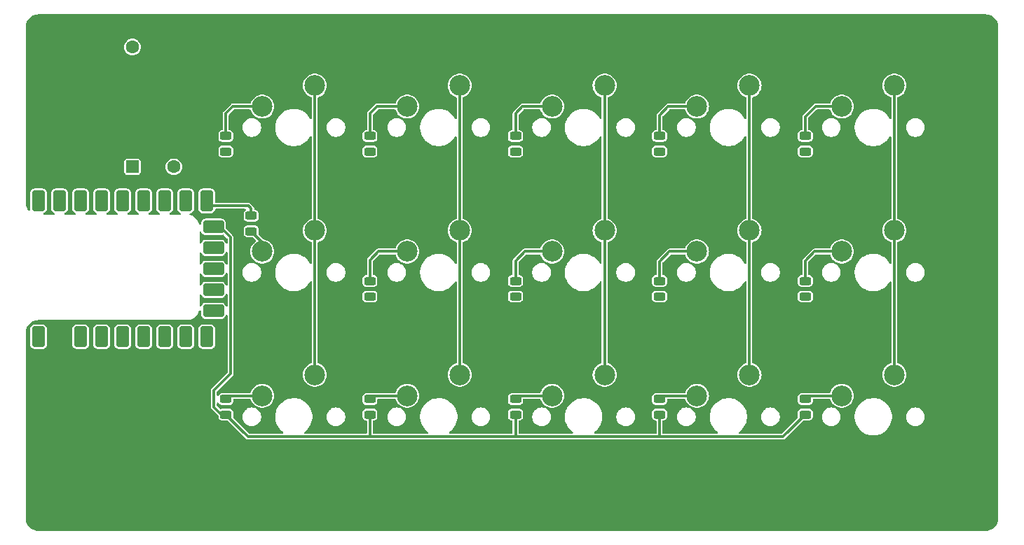
<source format=gbr>
%TF.GenerationSoftware,KiCad,Pcbnew,8.99.0-unknown-5d7e96841b~178~ubuntu22.04.1*%
%TF.CreationDate,2024-04-19T18:01:43+10:00*%
%TF.ProjectId,SkyMusicPad,536b794d-7573-4696-9350-61642e6b6963,rev?*%
%TF.SameCoordinates,Original*%
%TF.FileFunction,Copper,L2,Bot*%
%TF.FilePolarity,Positive*%
%FSLAX46Y46*%
G04 Gerber Fmt 4.6, Leading zero omitted, Abs format (unit mm)*
G04 Created by KiCad (PCBNEW 8.99.0-unknown-5d7e96841b~178~ubuntu22.04.1) date 2024-04-19 18:01:43*
%MOMM*%
%LPD*%
G01*
G04 APERTURE LIST*
G04 Aperture macros list*
%AMRoundRect*
0 Rectangle with rounded corners*
0 $1 Rounding radius*
0 $2 $3 $4 $5 $6 $7 $8 $9 X,Y pos of 4 corners*
0 Add a 4 corners polygon primitive as box body*
4,1,4,$2,$3,$4,$5,$6,$7,$8,$9,$2,$3,0*
0 Add four circle primitives for the rounded corners*
1,1,$1+$1,$2,$3*
1,1,$1+$1,$4,$5*
1,1,$1+$1,$6,$7*
1,1,$1+$1,$8,$9*
0 Add four rect primitives between the rounded corners*
20,1,$1+$1,$2,$3,$4,$5,0*
20,1,$1+$1,$4,$5,$6,$7,0*
20,1,$1+$1,$6,$7,$8,$9,0*
20,1,$1+$1,$8,$9,$2,$3,0*%
G04 Aperture macros list end*
%TA.AperFunction,ComponentPad*%
%ADD10C,2.500000*%
%TD*%
%TA.AperFunction,ComponentPad*%
%ADD11RoundRect,0.400000X0.400000X-0.900000X0.400000X0.900000X-0.400000X0.900000X-0.400000X-0.900000X0*%
%TD*%
%TA.AperFunction,ComponentPad*%
%ADD12RoundRect,0.400050X0.400050X-0.899950X0.400050X0.899950X-0.400050X0.899950X-0.400050X-0.899950X0*%
%TD*%
%TA.AperFunction,ComponentPad*%
%ADD13RoundRect,0.400000X0.900000X-0.400000X0.900000X0.400000X-0.900000X0.400000X-0.900000X-0.400000X0*%
%TD*%
%TA.AperFunction,ComponentPad*%
%ADD14RoundRect,0.393700X0.906300X-0.393700X0.906300X0.393700X-0.906300X0.393700X-0.906300X-0.393700X0*%
%TD*%
%TA.AperFunction,ComponentPad*%
%ADD15C,0.700000*%
%TD*%
%TA.AperFunction,ComponentPad*%
%ADD16C,4.400000*%
%TD*%
%TA.AperFunction,ComponentPad*%
%ADD17RoundRect,0.250000X0.550000X-0.550000X0.550000X0.550000X-0.550000X0.550000X-0.550000X-0.550000X0*%
%TD*%
%TA.AperFunction,ComponentPad*%
%ADD18C,1.600000*%
%TD*%
%TA.AperFunction,ComponentPad*%
%ADD19O,3.000000X4.100000*%
%TD*%
%TA.AperFunction,SMDPad,CuDef*%
%ADD20RoundRect,0.243750X-0.456250X0.243750X-0.456250X-0.243750X0.456250X-0.243750X0.456250X0.243750X0*%
%TD*%
%TA.AperFunction,SMDPad,CuDef*%
%ADD21RoundRect,0.243750X0.456250X-0.243750X0.456250X0.243750X-0.456250X0.243750X-0.456250X-0.243750X0*%
%TD*%
%TA.AperFunction,ViaPad*%
%ADD22C,0.800000*%
%TD*%
%TA.AperFunction,Conductor*%
%ADD23C,0.300000*%
%TD*%
G04 APERTURE END LIST*
D10*
%TO.P,SW15,1,1*%
%TO.N,Net-(D15-A)*%
X118590000Y-76160000D03*
%TO.P,SW15,2,2*%
%TO.N,Col4*%
X124940000Y-73620000D03*
%TD*%
%TO.P,SW10,1,1*%
%TO.N,Net-(D10-A)*%
X101090000Y-41160000D03*
%TO.P,SW10,2,2*%
%TO.N,Col3*%
X107440000Y-38620000D03*
%TD*%
D11*
%TO.P,RZ1,0,GP0*%
%TO.N,unconnected-(RZ1-GP0-Pad0)*%
X21560000Y-52575000D03*
%TO.P,RZ1,1,GP1*%
%TO.N,unconnected-(RZ1-GP1-Pad1)*%
X24100000Y-52575000D03*
%TO.P,RZ1,2,GP2*%
%TO.N,unconnected-(RZ1-GP2-Pad2)*%
X26640000Y-52575000D03*
%TO.P,RZ1,3,GP3*%
%TO.N,unconnected-(RZ1-GP3-Pad3)*%
X29180000Y-52575000D03*
%TO.P,RZ1,4,GP4*%
%TO.N,Rot_SW*%
X31720000Y-52575000D03*
D12*
%TO.P,RZ1,5,GP5*%
%TO.N,Rot_A*%
X34260000Y-52575000D03*
%TO.P,RZ1,6,GP6*%
%TO.N,Rot_B*%
X36800000Y-52575000D03*
%TO.P,RZ1,7,GP7*%
%TO.N,Row0*%
X39340000Y-52575000D03*
%TO.P,RZ1,8,GP8*%
%TO.N,Row1*%
X41880000Y-52575000D03*
D13*
%TO.P,RZ1,9,GP9*%
%TO.N,Row2*%
X42690000Y-55715000D03*
D14*
%TO.P,RZ1,10,GP10*%
%TO.N,unconnected-(RZ1-GP10-Pad10)*%
X42690000Y-58255000D03*
%TO.P,RZ1,11,GP11*%
%TO.N,unconnected-(RZ1-GP11-Pad11)*%
X42690000Y-60795000D03*
%TO.P,RZ1,12,GP12*%
%TO.N,unconnected-(RZ1-GP12-Pad12)*%
X42690000Y-63335000D03*
%TO.P,RZ1,13,GP13*%
%TO.N,unconnected-(RZ1-GP13-Pad13)*%
X42690000Y-65875000D03*
D12*
%TO.P,RZ1,14,GP14*%
%TO.N,Col0*%
X41880000Y-69015000D03*
%TO.P,RZ1,15,GP15*%
%TO.N,Col1*%
X39340000Y-69015000D03*
%TO.P,RZ1,26,GP26*%
%TO.N,Col2*%
X36800000Y-69015000D03*
%TO.P,RZ1,27,GP27*%
%TO.N,Col3*%
X34260000Y-69015000D03*
%TO.P,RZ1,28,GP28*%
%TO.N,Col4*%
X31720000Y-69015000D03*
%TO.P,RZ1,29,GP29*%
%TO.N,unconnected-(RZ1-GP29-Pad29)*%
X29180000Y-69015000D03*
%TO.P,RZ1,30,3V3*%
%TO.N,+3.3V*%
X26640000Y-69015000D03*
%TO.P,RZ1,31,GND*%
%TO.N,GND*%
X24100000Y-69015000D03*
%TO.P,RZ1,32,5V*%
%TO.N,+5V*%
X21560000Y-69015000D03*
%TD*%
D10*
%TO.P,SW2,1,1*%
%TO.N,Net-(D2-A)*%
X48590000Y-58700000D03*
%TO.P,SW2,2,2*%
%TO.N,Col0*%
X54940000Y-56160000D03*
%TD*%
%TO.P,SW1,1,1*%
%TO.N,Net-(D1-A)*%
X48590000Y-41160000D03*
%TO.P,SW1,2,2*%
%TO.N,Col0*%
X54940000Y-38620000D03*
%TD*%
D15*
%TO.P,H3,1,1*%
%TO.N,GND*%
X23350000Y-87500000D03*
X23833274Y-86333274D03*
X23833274Y-88666726D03*
X25000000Y-85850000D03*
D16*
X25000000Y-87500000D03*
D15*
X25000000Y-89150000D03*
X26166726Y-86333274D03*
X26166726Y-88666726D03*
X26650000Y-87500000D03*
%TD*%
D10*
%TO.P,SW5,1,1*%
%TO.N,Net-(D5-A)*%
X66090000Y-58700000D03*
%TO.P,SW5,2,2*%
%TO.N,Col1*%
X72440000Y-56160000D03*
%TD*%
%TO.P,SW12,1,1*%
%TO.N,Net-(D12-A)*%
X101090000Y-76160000D03*
%TO.P,SW12,2,2*%
%TO.N,Col3*%
X107440000Y-73620000D03*
%TD*%
D17*
%TO.P,SW16,A,A*%
%TO.N,Rot_A*%
X32900000Y-48450000D03*
D18*
%TO.P,SW16,B,B*%
%TO.N,Rot_B*%
X37900000Y-48450000D03*
%TO.P,SW16,C,C*%
%TO.N,GND*%
X35400000Y-48450000D03*
%TO.P,SW16,S1,S1*%
%TO.N,Rot_SW*%
X32900000Y-33950000D03*
%TO.P,SW16,S2,S2*%
%TO.N,GND*%
X37900000Y-33950000D03*
D19*
%TO.P,SW16,SH,Shell_Ground*%
X29800000Y-40950000D03*
X41000000Y-40950000D03*
%TD*%
D15*
%TO.P,H2,1,1*%
%TO.N,GND*%
X130850000Y-35000000D03*
X131333274Y-33833274D03*
X131333274Y-36166726D03*
X132500000Y-33350000D03*
D16*
X132500000Y-35000000D03*
D15*
X132500000Y-36650000D03*
X133666726Y-33833274D03*
X133666726Y-36166726D03*
X134150000Y-35000000D03*
%TD*%
D10*
%TO.P,SW8,1,1*%
%TO.N,Net-(D8-A)*%
X83590000Y-58700000D03*
%TO.P,SW8,2,2*%
%TO.N,Col2*%
X89940000Y-56160000D03*
%TD*%
%TO.P,SW13,1,1*%
%TO.N,Net-(D13-A)*%
X118590000Y-41160000D03*
%TO.P,SW13,2,2*%
%TO.N,Col4*%
X124940000Y-38620000D03*
%TD*%
%TO.P,SW4,1,1*%
%TO.N,Net-(D4-A)*%
X66090000Y-41160000D03*
%TO.P,SW4,2,2*%
%TO.N,Col1*%
X72440000Y-38620000D03*
%TD*%
%TO.P,SW9,1,1*%
%TO.N,Net-(D9-A)*%
X83590000Y-76160000D03*
%TO.P,SW9,2,2*%
%TO.N,Col2*%
X89940000Y-73620000D03*
%TD*%
%TO.P,SW6,1,1*%
%TO.N,Net-(D6-A)*%
X66090000Y-76160000D03*
%TO.P,SW6,2,2*%
%TO.N,Col1*%
X72440000Y-73620000D03*
%TD*%
%TO.P,SW3,1,1*%
%TO.N,Net-(D3-A)*%
X48590000Y-76160000D03*
%TO.P,SW3,2,2*%
%TO.N,Col0*%
X54940000Y-73620000D03*
%TD*%
%TO.P,SW11,1,1*%
%TO.N,Net-(D11-A)*%
X101090000Y-58700000D03*
%TO.P,SW11,2,2*%
%TO.N,Col3*%
X107440000Y-56160000D03*
%TD*%
%TO.P,SW7,1,1*%
%TO.N,Net-(D7-A)*%
X83590000Y-41160000D03*
%TO.P,SW7,2,2*%
%TO.N,Col2*%
X89940000Y-38620000D03*
%TD*%
D15*
%TO.P,H1,1,1*%
%TO.N,GND*%
X23350000Y-35000000D03*
X23833274Y-33833274D03*
X23833274Y-36166726D03*
X25000000Y-33350000D03*
D16*
X25000000Y-35000000D03*
D15*
X25000000Y-36650000D03*
X26166726Y-33833274D03*
X26166726Y-36166726D03*
X26650000Y-35000000D03*
%TD*%
%TO.P,H4,1,1*%
%TO.N,GND*%
X130850000Y-87500000D03*
X131333274Y-86333274D03*
X131333274Y-88666726D03*
X132500000Y-85850000D03*
D16*
X132500000Y-87500000D03*
D15*
X132500000Y-89150000D03*
X133666726Y-86333274D03*
X133666726Y-88666726D03*
X134150000Y-87500000D03*
%TD*%
D10*
%TO.P,SW14,1,1*%
%TO.N,Net-(D14-A)*%
X118590000Y-58700000D03*
%TO.P,SW14,2,2*%
%TO.N,Col4*%
X124940000Y-56160000D03*
%TD*%
D20*
%TO.P,D2,1,K*%
%TO.N,Row1*%
X47250000Y-54375000D03*
%TO.P,D2,2,A*%
%TO.N,Net-(D2-A)*%
X47250000Y-56250000D03*
%TD*%
D21*
%TO.P,D1,1,K*%
%TO.N,Row0*%
X44180000Y-46600000D03*
%TO.P,D1,2,A*%
%TO.N,Net-(D1-A)*%
X44180000Y-44725000D03*
%TD*%
%TO.P,D9,1,K*%
%TO.N,Row2*%
X79180000Y-78437500D03*
%TO.P,D9,2,A*%
%TO.N,Net-(D9-A)*%
X79180000Y-76562500D03*
%TD*%
%TO.P,D15,1,K*%
%TO.N,Row2*%
X114180000Y-78437500D03*
%TO.P,D15,2,A*%
%TO.N,Net-(D15-A)*%
X114180000Y-76562500D03*
%TD*%
%TO.P,D8,1,K*%
%TO.N,Row1*%
X79180000Y-64140000D03*
%TO.P,D8,2,A*%
%TO.N,Net-(D8-A)*%
X79180000Y-62265000D03*
%TD*%
%TO.P,D6,1,K*%
%TO.N,Row2*%
X61580000Y-78437500D03*
%TO.P,D6,2,A*%
%TO.N,Net-(D6-A)*%
X61580000Y-76562500D03*
%TD*%
%TO.P,D7,1,K*%
%TO.N,Row0*%
X79180000Y-46600000D03*
%TO.P,D7,2,A*%
%TO.N,Net-(D7-A)*%
X79180000Y-44725000D03*
%TD*%
%TO.P,D4,1,K*%
%TO.N,Row0*%
X61580000Y-46600000D03*
%TO.P,D4,2,A*%
%TO.N,Net-(D4-A)*%
X61580000Y-44725000D03*
%TD*%
%TO.P,D10,1,K*%
%TO.N,Row0*%
X96580000Y-46600000D03*
%TO.P,D10,2,A*%
%TO.N,Net-(D10-A)*%
X96580000Y-44725000D03*
%TD*%
%TO.P,D13,1,K*%
%TO.N,Row0*%
X114180000Y-46600000D03*
%TO.P,D13,2,A*%
%TO.N,Net-(D13-A)*%
X114180000Y-44725000D03*
%TD*%
%TO.P,D14,1,K*%
%TO.N,Row1*%
X114180000Y-64140000D03*
%TO.P,D14,2,A*%
%TO.N,Net-(D14-A)*%
X114180000Y-62265000D03*
%TD*%
%TO.P,D3,1,K*%
%TO.N,Row2*%
X44180000Y-78437500D03*
%TO.P,D3,2,A*%
%TO.N,Net-(D3-A)*%
X44180000Y-76562500D03*
%TD*%
%TO.P,D12,1,K*%
%TO.N,Row2*%
X96580000Y-78437500D03*
%TO.P,D12,2,A*%
%TO.N,Net-(D12-A)*%
X96580000Y-76562500D03*
%TD*%
%TO.P,D5,1,K*%
%TO.N,Row1*%
X61580000Y-64140000D03*
%TO.P,D5,2,A*%
%TO.N,Net-(D5-A)*%
X61580000Y-62265000D03*
%TD*%
%TO.P,D11,1,K*%
%TO.N,Row1*%
X96580000Y-64140000D03*
%TO.P,D11,2,A*%
%TO.N,Net-(D11-A)*%
X96580000Y-62265000D03*
%TD*%
D22*
%TO.N,Row0*%
X61580000Y-46600000D03*
X44180000Y-46600000D03*
X79180000Y-46600000D03*
X114180000Y-46600000D03*
X96580000Y-46600000D03*
%TO.N,Row1*%
X79180000Y-64140000D03*
X61580000Y-64140000D03*
X114180000Y-64140000D03*
X96580000Y-64140000D03*
%TD*%
D23*
%TO.N,Net-(D1-A)*%
X44180000Y-42000000D02*
X45020000Y-41160000D01*
X45020000Y-41160000D02*
X48590000Y-41160000D01*
X44180000Y-44725000D02*
X44180000Y-42000000D01*
%TO.N,Row1*%
X47250000Y-54375000D02*
X47250000Y-53500000D01*
X46925000Y-53175000D02*
X41880000Y-53175000D01*
X47250000Y-53500000D02*
X46925000Y-53175000D01*
%TO.N,Net-(D2-A)*%
X48590000Y-57590000D02*
X48590000Y-58700000D01*
X47250000Y-56250000D02*
X48590000Y-57590000D01*
%TO.N,Row2*%
X44750000Y-57000000D02*
X43465000Y-55715000D01*
X96580000Y-78437500D02*
X96580000Y-81100000D01*
X79180000Y-78437500D02*
X79180000Y-81100000D01*
X44180000Y-78437500D02*
X43687500Y-78437500D01*
X111517500Y-81100000D02*
X114180000Y-78437500D01*
X96580000Y-81100000D02*
X111517500Y-81100000D01*
X61580000Y-81100000D02*
X79180000Y-81100000D01*
X44750000Y-73500000D02*
X44750000Y-57000000D01*
X46842500Y-81100000D02*
X61580000Y-81100000D01*
X42750000Y-75500000D02*
X44750000Y-73500000D01*
X44180000Y-78437500D02*
X46842500Y-81100000D01*
X42750000Y-77500000D02*
X42750000Y-75500000D01*
X61580000Y-78437500D02*
X61580000Y-81100000D01*
X79180000Y-81100000D02*
X96580000Y-81100000D01*
X43465000Y-55715000D02*
X42090000Y-55715000D01*
X43687500Y-78437500D02*
X42750000Y-77500000D01*
%TO.N,Net-(D3-A)*%
X48590000Y-76160000D02*
X44582500Y-76160000D01*
X44582500Y-76160000D02*
X44180000Y-76562500D01*
%TO.N,Net-(D4-A)*%
X62420000Y-41160000D02*
X66090000Y-41160000D01*
X61580000Y-42000000D02*
X62420000Y-41160000D01*
X61580000Y-44725000D02*
X61580000Y-42000000D01*
%TO.N,Net-(D5-A)*%
X62600000Y-58700000D02*
X66090000Y-58700000D01*
X61580000Y-59720000D02*
X62600000Y-58700000D01*
X61580000Y-62265000D02*
X61580000Y-59720000D01*
%TO.N,Net-(D6-A)*%
X66090000Y-76160000D02*
X61982500Y-76160000D01*
X61982500Y-76160000D02*
X61580000Y-76562500D01*
%TO.N,Net-(D7-A)*%
X79180000Y-44725000D02*
X79180000Y-42000000D01*
X80020000Y-41160000D02*
X83590000Y-41160000D01*
X79180000Y-42000000D02*
X80020000Y-41160000D01*
%TO.N,Net-(D8-A)*%
X80300000Y-58700000D02*
X83590000Y-58700000D01*
X79180000Y-62265000D02*
X79180000Y-59820000D01*
X79180000Y-59820000D02*
X80300000Y-58700000D01*
%TO.N,Net-(D9-A)*%
X79582500Y-76160000D02*
X79180000Y-76562500D01*
X83590000Y-76160000D02*
X79582500Y-76160000D01*
%TO.N,Net-(D10-A)*%
X96580000Y-42200000D02*
X97620000Y-41160000D01*
X97620000Y-41160000D02*
X101090000Y-41160000D01*
X96580000Y-44725000D02*
X96580000Y-42200000D01*
%TO.N,Net-(D11-A)*%
X96580000Y-62265000D02*
X96580000Y-59920000D01*
X97800000Y-58700000D02*
X101090000Y-58700000D01*
X96580000Y-59920000D02*
X97800000Y-58700000D01*
%TO.N,Net-(D12-A)*%
X101090000Y-76160000D02*
X96982500Y-76160000D01*
X96982500Y-76160000D02*
X96580000Y-76562500D01*
%TO.N,Net-(D13-A)*%
X115420000Y-41160000D02*
X118590000Y-41160000D01*
X114180000Y-44725000D02*
X114180000Y-42400000D01*
X114180000Y-42400000D02*
X115420000Y-41160000D01*
%TO.N,Net-(D14-A)*%
X114180000Y-62265000D02*
X114180000Y-59820000D01*
X115300000Y-58700000D02*
X118590000Y-58700000D01*
X114180000Y-59820000D02*
X115300000Y-58700000D01*
%TO.N,Net-(D15-A)*%
X114582500Y-76160000D02*
X114180000Y-76562500D01*
X118590000Y-76160000D02*
X114582500Y-76160000D01*
%TO.N,Col0*%
X54940000Y-38620000D02*
X54940000Y-73620000D01*
%TO.N,Col1*%
X72440000Y-38620000D02*
X72440000Y-73620000D01*
%TO.N,Col2*%
X89940000Y-38620000D02*
X89940000Y-73620000D01*
%TO.N,Col3*%
X107440000Y-38620000D02*
X107440000Y-73620000D01*
%TO.N,Col4*%
X124940000Y-38620000D02*
X124940000Y-73620000D01*
%TD*%
%TA.AperFunction,Conductor*%
%TO.N,GND*%
G36*
X136001223Y-30000024D02*
G01*
X136003252Y-30000063D01*
X136109344Y-30002144D01*
X136126295Y-30003646D01*
X136341068Y-30037663D01*
X136359988Y-30042205D01*
X136565634Y-30109023D01*
X136583602Y-30116465D01*
X136776264Y-30214631D01*
X136792855Y-30224798D01*
X136967786Y-30351894D01*
X136982581Y-30364531D01*
X137135468Y-30517418D01*
X137148105Y-30532213D01*
X137275201Y-30707144D01*
X137285368Y-30723735D01*
X137383532Y-30916393D01*
X137390978Y-30934370D01*
X137457794Y-31140011D01*
X137462336Y-31158931D01*
X137496352Y-31373696D01*
X137497855Y-31390662D01*
X137499976Y-31498776D01*
X137500000Y-31501208D01*
X137500000Y-90998791D01*
X137499976Y-91001223D01*
X137497855Y-91109337D01*
X137496352Y-91126303D01*
X137462336Y-91341068D01*
X137457794Y-91359988D01*
X137390978Y-91565629D01*
X137383532Y-91583606D01*
X137285368Y-91776264D01*
X137275201Y-91792855D01*
X137148105Y-91967786D01*
X137135468Y-91982581D01*
X136982581Y-92135468D01*
X136967786Y-92148105D01*
X136792855Y-92275201D01*
X136776264Y-92285368D01*
X136583606Y-92383532D01*
X136565629Y-92390978D01*
X136359988Y-92457794D01*
X136341068Y-92462336D01*
X136126303Y-92496352D01*
X136109337Y-92497855D01*
X136001224Y-92499976D01*
X135998792Y-92500000D01*
X21501208Y-92500000D01*
X21498776Y-92499976D01*
X21390662Y-92497855D01*
X21373696Y-92496352D01*
X21158931Y-92462336D01*
X21140011Y-92457794D01*
X20934370Y-92390978D01*
X20916393Y-92383532D01*
X20723735Y-92285368D01*
X20707144Y-92275201D01*
X20532213Y-92148105D01*
X20517418Y-92135468D01*
X20364531Y-91982581D01*
X20351894Y-91967786D01*
X20224798Y-91792855D01*
X20214631Y-91776264D01*
X20116467Y-91583606D01*
X20109021Y-91565629D01*
X20042205Y-91359988D01*
X20037663Y-91341068D01*
X20003646Y-91126295D01*
X20002144Y-91109344D01*
X20000024Y-91001222D01*
X20000000Y-90998791D01*
X20000000Y-68501208D01*
X20000024Y-68498777D01*
X20000062Y-68496811D01*
X20002144Y-68390654D01*
X20003646Y-68373705D01*
X20037663Y-68158928D01*
X20042205Y-68140011D01*
X20063107Y-68075681D01*
X20559400Y-68075681D01*
X20559400Y-69954310D01*
X20574858Y-70071726D01*
X20635368Y-70217811D01*
X20635368Y-70217812D01*
X20635370Y-70217815D01*
X20635371Y-70217816D01*
X20731633Y-70343267D01*
X20857084Y-70439529D01*
X20857087Y-70439530D01*
X20857088Y-70439531D01*
X20930129Y-70469785D01*
X21003175Y-70500042D01*
X21120589Y-70515500D01*
X21999410Y-70515499D01*
X22116825Y-70500042D01*
X22262911Y-70439531D01*
X22262912Y-70439531D01*
X22262912Y-70439530D01*
X22262916Y-70439529D01*
X22388367Y-70343267D01*
X22484629Y-70217816D01*
X22545142Y-70071725D01*
X22560600Y-69954311D01*
X22560599Y-68075690D01*
X22560598Y-68075681D01*
X25639400Y-68075681D01*
X25639400Y-69954310D01*
X25654858Y-70071726D01*
X25715368Y-70217811D01*
X25715368Y-70217812D01*
X25715370Y-70217815D01*
X25715371Y-70217816D01*
X25811633Y-70343267D01*
X25937084Y-70439529D01*
X25937087Y-70439530D01*
X25937088Y-70439531D01*
X26010129Y-70469785D01*
X26083175Y-70500042D01*
X26200589Y-70515500D01*
X27079410Y-70515499D01*
X27196825Y-70500042D01*
X27342911Y-70439531D01*
X27342912Y-70439531D01*
X27342912Y-70439530D01*
X27342916Y-70439529D01*
X27468367Y-70343267D01*
X27564629Y-70217816D01*
X27625142Y-70071725D01*
X27640600Y-69954311D01*
X27640599Y-68075690D01*
X27640598Y-68075681D01*
X28179400Y-68075681D01*
X28179400Y-69954310D01*
X28194858Y-70071726D01*
X28255368Y-70217811D01*
X28255368Y-70217812D01*
X28255370Y-70217815D01*
X28255371Y-70217816D01*
X28351633Y-70343267D01*
X28477084Y-70439529D01*
X28477087Y-70439530D01*
X28477088Y-70439531D01*
X28550129Y-70469785D01*
X28623175Y-70500042D01*
X28740589Y-70515500D01*
X29619410Y-70515499D01*
X29736825Y-70500042D01*
X29882911Y-70439531D01*
X29882912Y-70439531D01*
X29882912Y-70439530D01*
X29882916Y-70439529D01*
X30008367Y-70343267D01*
X30104629Y-70217816D01*
X30165142Y-70071725D01*
X30180600Y-69954311D01*
X30180599Y-68075690D01*
X30180598Y-68075681D01*
X30719400Y-68075681D01*
X30719400Y-69954310D01*
X30734858Y-70071726D01*
X30795368Y-70217811D01*
X30795368Y-70217812D01*
X30795370Y-70217815D01*
X30795371Y-70217816D01*
X30891633Y-70343267D01*
X31017084Y-70439529D01*
X31017087Y-70439530D01*
X31017088Y-70439531D01*
X31090129Y-70469785D01*
X31163175Y-70500042D01*
X31280589Y-70515500D01*
X32159410Y-70515499D01*
X32276825Y-70500042D01*
X32422911Y-70439531D01*
X32422912Y-70439531D01*
X32422912Y-70439530D01*
X32422916Y-70439529D01*
X32548367Y-70343267D01*
X32644629Y-70217816D01*
X32705142Y-70071725D01*
X32720600Y-69954311D01*
X32720599Y-68075690D01*
X32720598Y-68075681D01*
X33259400Y-68075681D01*
X33259400Y-69954310D01*
X33274858Y-70071726D01*
X33335368Y-70217811D01*
X33335368Y-70217812D01*
X33335370Y-70217815D01*
X33335371Y-70217816D01*
X33431633Y-70343267D01*
X33557084Y-70439529D01*
X33557087Y-70439530D01*
X33557088Y-70439531D01*
X33630129Y-70469785D01*
X33703175Y-70500042D01*
X33820589Y-70515500D01*
X34699410Y-70515499D01*
X34816825Y-70500042D01*
X34962911Y-70439531D01*
X34962912Y-70439531D01*
X34962912Y-70439530D01*
X34962916Y-70439529D01*
X35088367Y-70343267D01*
X35184629Y-70217816D01*
X35245142Y-70071725D01*
X35260600Y-69954311D01*
X35260599Y-68075690D01*
X35260598Y-68075681D01*
X35799400Y-68075681D01*
X35799400Y-69954310D01*
X35814858Y-70071726D01*
X35875368Y-70217811D01*
X35875368Y-70217812D01*
X35875370Y-70217815D01*
X35875371Y-70217816D01*
X35971633Y-70343267D01*
X36097084Y-70439529D01*
X36097087Y-70439530D01*
X36097088Y-70439531D01*
X36170129Y-70469785D01*
X36243175Y-70500042D01*
X36360589Y-70515500D01*
X37239410Y-70515499D01*
X37356825Y-70500042D01*
X37502911Y-70439531D01*
X37502912Y-70439531D01*
X37502912Y-70439530D01*
X37502916Y-70439529D01*
X37628367Y-70343267D01*
X37724629Y-70217816D01*
X37785142Y-70071725D01*
X37800600Y-69954311D01*
X37800599Y-68075690D01*
X37800598Y-68075681D01*
X38339400Y-68075681D01*
X38339400Y-69954310D01*
X38354858Y-70071726D01*
X38415368Y-70217811D01*
X38415368Y-70217812D01*
X38415370Y-70217815D01*
X38415371Y-70217816D01*
X38511633Y-70343267D01*
X38637084Y-70439529D01*
X38637087Y-70439530D01*
X38637088Y-70439531D01*
X38710129Y-70469785D01*
X38783175Y-70500042D01*
X38900589Y-70515500D01*
X39779410Y-70515499D01*
X39896825Y-70500042D01*
X40042911Y-70439531D01*
X40042912Y-70439531D01*
X40042912Y-70439530D01*
X40042916Y-70439529D01*
X40168367Y-70343267D01*
X40264629Y-70217816D01*
X40325142Y-70071725D01*
X40340600Y-69954311D01*
X40340599Y-68075690D01*
X40340598Y-68075681D01*
X40879400Y-68075681D01*
X40879400Y-69954310D01*
X40894858Y-70071726D01*
X40955368Y-70217811D01*
X40955368Y-70217812D01*
X40955370Y-70217815D01*
X40955371Y-70217816D01*
X41051633Y-70343267D01*
X41177084Y-70439529D01*
X41177087Y-70439530D01*
X41177088Y-70439531D01*
X41250129Y-70469785D01*
X41323175Y-70500042D01*
X41440589Y-70515500D01*
X42319410Y-70515499D01*
X42436825Y-70500042D01*
X42582911Y-70439531D01*
X42582912Y-70439531D01*
X42582912Y-70439530D01*
X42582916Y-70439529D01*
X42708367Y-70343267D01*
X42804629Y-70217816D01*
X42865142Y-70071725D01*
X42880600Y-69954311D01*
X42880599Y-68075690D01*
X42865142Y-67958275D01*
X42804631Y-67812188D01*
X42804631Y-67812187D01*
X42804629Y-67812184D01*
X42708367Y-67686733D01*
X42582916Y-67590471D01*
X42582913Y-67590470D01*
X42582911Y-67590468D01*
X42436828Y-67529959D01*
X42436826Y-67529958D01*
X42436825Y-67529958D01*
X42319411Y-67514500D01*
X41440589Y-67514500D01*
X41323173Y-67529958D01*
X41177088Y-67590468D01*
X41177087Y-67590468D01*
X41051633Y-67686733D01*
X40955368Y-67812187D01*
X40955368Y-67812188D01*
X40894859Y-67958271D01*
X40894858Y-67958275D01*
X40879400Y-68075681D01*
X40340598Y-68075681D01*
X40325142Y-67958275D01*
X40264631Y-67812188D01*
X40264631Y-67812187D01*
X40264629Y-67812184D01*
X40168367Y-67686733D01*
X40042916Y-67590471D01*
X40042913Y-67590470D01*
X40042911Y-67590468D01*
X39896828Y-67529959D01*
X39896826Y-67529958D01*
X39896825Y-67529958D01*
X39779411Y-67514500D01*
X38900589Y-67514500D01*
X38783173Y-67529958D01*
X38637088Y-67590468D01*
X38637087Y-67590468D01*
X38511633Y-67686733D01*
X38415368Y-67812187D01*
X38415368Y-67812188D01*
X38354859Y-67958271D01*
X38354858Y-67958275D01*
X38339400Y-68075681D01*
X37800598Y-68075681D01*
X37785142Y-67958275D01*
X37724631Y-67812188D01*
X37724631Y-67812187D01*
X37724629Y-67812184D01*
X37628367Y-67686733D01*
X37502916Y-67590471D01*
X37502913Y-67590470D01*
X37502911Y-67590468D01*
X37356828Y-67529959D01*
X37356826Y-67529958D01*
X37356825Y-67529958D01*
X37239411Y-67514500D01*
X36360589Y-67514500D01*
X36243173Y-67529958D01*
X36097088Y-67590468D01*
X36097087Y-67590468D01*
X35971633Y-67686733D01*
X35875368Y-67812187D01*
X35875368Y-67812188D01*
X35814859Y-67958271D01*
X35814858Y-67958275D01*
X35799400Y-68075681D01*
X35260598Y-68075681D01*
X35245142Y-67958275D01*
X35184631Y-67812188D01*
X35184631Y-67812187D01*
X35184629Y-67812184D01*
X35088367Y-67686733D01*
X34962916Y-67590471D01*
X34962913Y-67590470D01*
X34962911Y-67590468D01*
X34816828Y-67529959D01*
X34816826Y-67529958D01*
X34816825Y-67529958D01*
X34699411Y-67514500D01*
X33820589Y-67514500D01*
X33703173Y-67529958D01*
X33557088Y-67590468D01*
X33557087Y-67590468D01*
X33431633Y-67686733D01*
X33335368Y-67812187D01*
X33335368Y-67812188D01*
X33274859Y-67958271D01*
X33274858Y-67958275D01*
X33259400Y-68075681D01*
X32720598Y-68075681D01*
X32705142Y-67958275D01*
X32644631Y-67812188D01*
X32644631Y-67812187D01*
X32644629Y-67812184D01*
X32548367Y-67686733D01*
X32422916Y-67590471D01*
X32422913Y-67590470D01*
X32422911Y-67590468D01*
X32276828Y-67529959D01*
X32276826Y-67529958D01*
X32276825Y-67529958D01*
X32159411Y-67514500D01*
X31280589Y-67514500D01*
X31163173Y-67529958D01*
X31017088Y-67590468D01*
X31017087Y-67590468D01*
X30891633Y-67686733D01*
X30795368Y-67812187D01*
X30795368Y-67812188D01*
X30734859Y-67958271D01*
X30734858Y-67958275D01*
X30719400Y-68075681D01*
X30180598Y-68075681D01*
X30165142Y-67958275D01*
X30104631Y-67812188D01*
X30104631Y-67812187D01*
X30104629Y-67812184D01*
X30008367Y-67686733D01*
X29882916Y-67590471D01*
X29882913Y-67590470D01*
X29882911Y-67590468D01*
X29736828Y-67529959D01*
X29736826Y-67529958D01*
X29736825Y-67529958D01*
X29619411Y-67514500D01*
X28740589Y-67514500D01*
X28623173Y-67529958D01*
X28477088Y-67590468D01*
X28477087Y-67590468D01*
X28351633Y-67686733D01*
X28255368Y-67812187D01*
X28255368Y-67812188D01*
X28194859Y-67958271D01*
X28194858Y-67958275D01*
X28179400Y-68075681D01*
X27640598Y-68075681D01*
X27625142Y-67958275D01*
X27564631Y-67812188D01*
X27564631Y-67812187D01*
X27564629Y-67812184D01*
X27468367Y-67686733D01*
X27342916Y-67590471D01*
X27342913Y-67590470D01*
X27342911Y-67590468D01*
X27196828Y-67529959D01*
X27196826Y-67529958D01*
X27196825Y-67529958D01*
X27079411Y-67514500D01*
X26200589Y-67514500D01*
X26083173Y-67529958D01*
X25937088Y-67590468D01*
X25937087Y-67590468D01*
X25811633Y-67686733D01*
X25715368Y-67812187D01*
X25715368Y-67812188D01*
X25654859Y-67958271D01*
X25654858Y-67958275D01*
X25639400Y-68075681D01*
X22560598Y-68075681D01*
X22545142Y-67958275D01*
X22484631Y-67812188D01*
X22484631Y-67812187D01*
X22484629Y-67812184D01*
X22388367Y-67686733D01*
X22262916Y-67590471D01*
X22262913Y-67590470D01*
X22262911Y-67590468D01*
X22116828Y-67529959D01*
X22116826Y-67529958D01*
X22116825Y-67529958D01*
X21999411Y-67514500D01*
X21120589Y-67514500D01*
X21003173Y-67529958D01*
X20857088Y-67590468D01*
X20857087Y-67590468D01*
X20731633Y-67686733D01*
X20635368Y-67812187D01*
X20635368Y-67812188D01*
X20574859Y-67958271D01*
X20574858Y-67958275D01*
X20559400Y-68075681D01*
X20063107Y-68075681D01*
X20109024Y-67934361D01*
X20116463Y-67916401D01*
X20214635Y-67723728D01*
X20224793Y-67707151D01*
X20351899Y-67532206D01*
X20364525Y-67517424D01*
X20517424Y-67364525D01*
X20532206Y-67351899D01*
X20707151Y-67224793D01*
X20723728Y-67214635D01*
X20916401Y-67116463D01*
X20934361Y-67109024D01*
X21140013Y-67042204D01*
X21158928Y-67037663D01*
X21373705Y-67003646D01*
X21390654Y-67002144D01*
X21496811Y-67000062D01*
X21498777Y-67000024D01*
X21501208Y-67000000D01*
X39500009Y-67000000D01*
X39575774Y-66998513D01*
X39617871Y-66997688D01*
X39850709Y-66960810D01*
X40074913Y-66887962D01*
X40284960Y-66780938D01*
X40475678Y-66642372D01*
X40642372Y-66475678D01*
X40780938Y-66284960D01*
X40887962Y-66074913D01*
X40947569Y-65891459D01*
X40987006Y-65833785D01*
X41051365Y-65806586D01*
X41120211Y-65818500D01*
X41171687Y-65865744D01*
X41189500Y-65929778D01*
X41189500Y-66307642D01*
X41204795Y-66423818D01*
X41264666Y-66568361D01*
X41264667Y-66568363D01*
X41264668Y-66568364D01*
X41359912Y-66692488D01*
X41484036Y-66787732D01*
X41628583Y-66847605D01*
X41744757Y-66862900D01*
X43635242Y-66862899D01*
X43751417Y-66847605D01*
X43895964Y-66787732D01*
X44020088Y-66692488D01*
X44115332Y-66568364D01*
X44160939Y-66458257D01*
X44204779Y-66403854D01*
X44271073Y-66381789D01*
X44338773Y-66399068D01*
X44386384Y-66450205D01*
X44399500Y-66505710D01*
X44399500Y-73303456D01*
X44379815Y-73370495D01*
X44363181Y-73391137D01*
X42469531Y-75284786D01*
X42469527Y-75284791D01*
X42423387Y-75364709D01*
X42423386Y-75364712D01*
X42399500Y-75453856D01*
X42399500Y-77546143D01*
X42414523Y-77602213D01*
X42423384Y-77635283D01*
X42423387Y-77635290D01*
X42469527Y-77715208D01*
X42469531Y-77715213D01*
X43243181Y-78488863D01*
X43276666Y-78550186D01*
X43279500Y-78576544D01*
X43279500Y-78734768D01*
X43282313Y-78764769D01*
X43282315Y-78764781D01*
X43326544Y-78891178D01*
X43326545Y-78891180D01*
X43406069Y-78998930D01*
X43513819Y-79078454D01*
X43513821Y-79078455D01*
X43640218Y-79122684D01*
X43640222Y-79122684D01*
X43640226Y-79122686D01*
X43655231Y-79124093D01*
X43670232Y-79125500D01*
X43670236Y-79125500D01*
X44320956Y-79125500D01*
X44387995Y-79145185D01*
X44408637Y-79161819D01*
X46627288Y-81380470D01*
X46707212Y-81426614D01*
X46796356Y-81450500D01*
X46796357Y-81450500D01*
X46796358Y-81450500D01*
X111563642Y-81450500D01*
X111563644Y-81450500D01*
X111652788Y-81426614D01*
X111732712Y-81380470D01*
X113951363Y-79161819D01*
X114012686Y-79128334D01*
X114039044Y-79125500D01*
X114689768Y-79125500D01*
X114703101Y-79124249D01*
X114719774Y-79122686D01*
X114719778Y-79122684D01*
X114719781Y-79122684D01*
X114790845Y-79097816D01*
X114846179Y-79078455D01*
X114953930Y-78998930D01*
X115033455Y-78891179D01*
X115058315Y-78820133D01*
X115077684Y-78764781D01*
X115077684Y-78764778D01*
X115077686Y-78764774D01*
X115080500Y-78734764D01*
X115080500Y-78611421D01*
X116194500Y-78611421D01*
X116194500Y-78788578D01*
X116222214Y-78963556D01*
X116276956Y-79132039D01*
X116276957Y-79132042D01*
X116336806Y-79249500D01*
X116357386Y-79289890D01*
X116461517Y-79433214D01*
X116586786Y-79558483D01*
X116730110Y-79662614D01*
X116798577Y-79697500D01*
X116887957Y-79743042D01*
X116887960Y-79743043D01*
X116972201Y-79770414D01*
X117056445Y-79797786D01*
X117231421Y-79825500D01*
X117231422Y-79825500D01*
X117408578Y-79825500D01*
X117408579Y-79825500D01*
X117583555Y-79797786D01*
X117752042Y-79743042D01*
X117909890Y-79662614D01*
X118053214Y-79558483D01*
X118178483Y-79433214D01*
X118282614Y-79289890D01*
X118363042Y-79132042D01*
X118417786Y-78963555D01*
X118445500Y-78788579D01*
X118445500Y-78611421D01*
X118436165Y-78552486D01*
X120149500Y-78552486D01*
X120149500Y-78847513D01*
X120179905Y-79078454D01*
X120188007Y-79139993D01*
X120264361Y-79424951D01*
X120264364Y-79424961D01*
X120377254Y-79697500D01*
X120377258Y-79697510D01*
X120524761Y-79952993D01*
X120704352Y-80187040D01*
X120704358Y-80187047D01*
X120912952Y-80395641D01*
X120912959Y-80395647D01*
X121147006Y-80575238D01*
X121402489Y-80722741D01*
X121402490Y-80722741D01*
X121402493Y-80722743D01*
X121675048Y-80835639D01*
X121960007Y-80911993D01*
X122252494Y-80950500D01*
X122252501Y-80950500D01*
X122547499Y-80950500D01*
X122547506Y-80950500D01*
X122839993Y-80911993D01*
X123124952Y-80835639D01*
X123397507Y-80722743D01*
X123652994Y-80575238D01*
X123887042Y-80395646D01*
X124095646Y-80187042D01*
X124275238Y-79952994D01*
X124422743Y-79697507D01*
X124535639Y-79424952D01*
X124611993Y-79139993D01*
X124650500Y-78847506D01*
X124650500Y-78611421D01*
X126354500Y-78611421D01*
X126354500Y-78788578D01*
X126382214Y-78963556D01*
X126436956Y-79132039D01*
X126436957Y-79132042D01*
X126496806Y-79249500D01*
X126517386Y-79289890D01*
X126621517Y-79433214D01*
X126746786Y-79558483D01*
X126890110Y-79662614D01*
X126958577Y-79697500D01*
X127047957Y-79743042D01*
X127047960Y-79743043D01*
X127132201Y-79770414D01*
X127216445Y-79797786D01*
X127391421Y-79825500D01*
X127391422Y-79825500D01*
X127568578Y-79825500D01*
X127568579Y-79825500D01*
X127743555Y-79797786D01*
X127912042Y-79743042D01*
X128069890Y-79662614D01*
X128213214Y-79558483D01*
X128338483Y-79433214D01*
X128442614Y-79289890D01*
X128523042Y-79132042D01*
X128577786Y-78963555D01*
X128605500Y-78788579D01*
X128605500Y-78611421D01*
X128577786Y-78436445D01*
X128523042Y-78267958D01*
X128523042Y-78267957D01*
X128442613Y-78110109D01*
X128338483Y-77966786D01*
X128213214Y-77841517D01*
X128069890Y-77737386D01*
X128063415Y-77734087D01*
X127912042Y-77656957D01*
X127912039Y-77656956D01*
X127743556Y-77602214D01*
X127656067Y-77588357D01*
X127568579Y-77574500D01*
X127391421Y-77574500D01*
X127333095Y-77583738D01*
X127216443Y-77602214D01*
X127047960Y-77656956D01*
X127047957Y-77656957D01*
X126890109Y-77737386D01*
X126854237Y-77763449D01*
X126746786Y-77841517D01*
X126746784Y-77841519D01*
X126746783Y-77841519D01*
X126621519Y-77966783D01*
X126621519Y-77966784D01*
X126621517Y-77966786D01*
X126576796Y-78028338D01*
X126517386Y-78110109D01*
X126436957Y-78267957D01*
X126436956Y-78267960D01*
X126382214Y-78436443D01*
X126354500Y-78611421D01*
X124650500Y-78611421D01*
X124650500Y-78552494D01*
X124611993Y-78260007D01*
X124535639Y-77975048D01*
X124422743Y-77702493D01*
X124396453Y-77656958D01*
X124275238Y-77447006D01*
X124095647Y-77212959D01*
X124095641Y-77212952D01*
X123887047Y-77004358D01*
X123887040Y-77004352D01*
X123652993Y-76824761D01*
X123397510Y-76677258D01*
X123397500Y-76677254D01*
X123124961Y-76564364D01*
X123124954Y-76564362D01*
X123124952Y-76564361D01*
X122839993Y-76488007D01*
X122791113Y-76481571D01*
X122547513Y-76449500D01*
X122547506Y-76449500D01*
X122252494Y-76449500D01*
X122252486Y-76449500D01*
X121974085Y-76486153D01*
X121960007Y-76488007D01*
X121675048Y-76564361D01*
X121675038Y-76564364D01*
X121402499Y-76677254D01*
X121402489Y-76677258D01*
X121147006Y-76824761D01*
X120912959Y-77004352D01*
X120912952Y-77004358D01*
X120704358Y-77212952D01*
X120704352Y-77212959D01*
X120524761Y-77447006D01*
X120377258Y-77702489D01*
X120377254Y-77702499D01*
X120264364Y-77975038D01*
X120264361Y-77975048D01*
X120228141Y-78110226D01*
X120188008Y-78260004D01*
X120188006Y-78260015D01*
X120149500Y-78552486D01*
X118436165Y-78552486D01*
X118417786Y-78436445D01*
X118363042Y-78267958D01*
X118363042Y-78267957D01*
X118282613Y-78110109D01*
X118178483Y-77966786D01*
X118053214Y-77841517D01*
X117909890Y-77737386D01*
X117903415Y-77734087D01*
X117752042Y-77656957D01*
X117752039Y-77656956D01*
X117583556Y-77602214D01*
X117496067Y-77588357D01*
X117408579Y-77574500D01*
X117231421Y-77574500D01*
X117173095Y-77583738D01*
X117056443Y-77602214D01*
X116887960Y-77656956D01*
X116887957Y-77656957D01*
X116730109Y-77737386D01*
X116694237Y-77763449D01*
X116586786Y-77841517D01*
X116586784Y-77841519D01*
X116586783Y-77841519D01*
X116461519Y-77966783D01*
X116461519Y-77966784D01*
X116461517Y-77966786D01*
X116416796Y-78028338D01*
X116357386Y-78110109D01*
X116276957Y-78267957D01*
X116276956Y-78267960D01*
X116222214Y-78436443D01*
X116194500Y-78611421D01*
X115080500Y-78611421D01*
X115080500Y-78140236D01*
X115077686Y-78110226D01*
X115077684Y-78110222D01*
X115077684Y-78110218D01*
X115033455Y-77983821D01*
X115033454Y-77983819D01*
X114953930Y-77876069D01*
X114846180Y-77796545D01*
X114846178Y-77796544D01*
X114719781Y-77752315D01*
X114719769Y-77752313D01*
X114689768Y-77749500D01*
X114689764Y-77749500D01*
X113670236Y-77749500D01*
X113670232Y-77749500D01*
X113640230Y-77752313D01*
X113640218Y-77752315D01*
X113513821Y-77796544D01*
X113513819Y-77796545D01*
X113406069Y-77876069D01*
X113326545Y-77983819D01*
X113326544Y-77983821D01*
X113282315Y-78110218D01*
X113282313Y-78110230D01*
X113279500Y-78140231D01*
X113279500Y-78734768D01*
X113283018Y-78772287D01*
X113280356Y-78772536D01*
X113276314Y-78829606D01*
X113247784Y-78874032D01*
X111408637Y-80713181D01*
X111347314Y-80746666D01*
X111320956Y-80749500D01*
X106291184Y-80749500D01*
X106224145Y-80729815D01*
X106178390Y-80677011D01*
X106168446Y-80607853D01*
X106197471Y-80544297D01*
X106215697Y-80527124D01*
X106387042Y-80395646D01*
X106595646Y-80187042D01*
X106775238Y-79952994D01*
X106922743Y-79697507D01*
X107035639Y-79424952D01*
X107111993Y-79139993D01*
X107150500Y-78847506D01*
X107150500Y-78611421D01*
X108854500Y-78611421D01*
X108854500Y-78788578D01*
X108882214Y-78963556D01*
X108936956Y-79132039D01*
X108936957Y-79132042D01*
X108996806Y-79249500D01*
X109017386Y-79289890D01*
X109121517Y-79433214D01*
X109246786Y-79558483D01*
X109390110Y-79662614D01*
X109458577Y-79697500D01*
X109547957Y-79743042D01*
X109547960Y-79743043D01*
X109632201Y-79770414D01*
X109716445Y-79797786D01*
X109891421Y-79825500D01*
X109891422Y-79825500D01*
X110068578Y-79825500D01*
X110068579Y-79825500D01*
X110243555Y-79797786D01*
X110412042Y-79743042D01*
X110569890Y-79662614D01*
X110713214Y-79558483D01*
X110838483Y-79433214D01*
X110942614Y-79289890D01*
X111023042Y-79132042D01*
X111077786Y-78963555D01*
X111105500Y-78788579D01*
X111105500Y-78611421D01*
X111077786Y-78436445D01*
X111023042Y-78267958D01*
X111023042Y-78267957D01*
X110942613Y-78110109D01*
X110838483Y-77966786D01*
X110713214Y-77841517D01*
X110569890Y-77737386D01*
X110563415Y-77734087D01*
X110412042Y-77656957D01*
X110412039Y-77656956D01*
X110243556Y-77602214D01*
X110156067Y-77588357D01*
X110068579Y-77574500D01*
X109891421Y-77574500D01*
X109833095Y-77583738D01*
X109716443Y-77602214D01*
X109547960Y-77656956D01*
X109547957Y-77656957D01*
X109390109Y-77737386D01*
X109354237Y-77763449D01*
X109246786Y-77841517D01*
X109246784Y-77841519D01*
X109246783Y-77841519D01*
X109121519Y-77966783D01*
X109121519Y-77966784D01*
X109121517Y-77966786D01*
X109076796Y-78028338D01*
X109017386Y-78110109D01*
X108936957Y-78267957D01*
X108936956Y-78267960D01*
X108882214Y-78436443D01*
X108854500Y-78611421D01*
X107150500Y-78611421D01*
X107150500Y-78552494D01*
X107111993Y-78260007D01*
X107035639Y-77975048D01*
X106922743Y-77702493D01*
X106896453Y-77656958D01*
X106775238Y-77447006D01*
X106595647Y-77212959D01*
X106595641Y-77212952D01*
X106387047Y-77004358D01*
X106387040Y-77004352D01*
X106152993Y-76824761D01*
X105897510Y-76677258D01*
X105897500Y-76677254D01*
X105624961Y-76564364D01*
X105624954Y-76564362D01*
X105624952Y-76564361D01*
X105339993Y-76488007D01*
X105291113Y-76481571D01*
X105047513Y-76449500D01*
X105047506Y-76449500D01*
X104752494Y-76449500D01*
X104752486Y-76449500D01*
X104474085Y-76486153D01*
X104460007Y-76488007D01*
X104175048Y-76564361D01*
X104175038Y-76564364D01*
X103902499Y-76677254D01*
X103902489Y-76677258D01*
X103647006Y-76824761D01*
X103412959Y-77004352D01*
X103412952Y-77004358D01*
X103204358Y-77212952D01*
X103204352Y-77212959D01*
X103024761Y-77447006D01*
X102877258Y-77702489D01*
X102877254Y-77702499D01*
X102764364Y-77975038D01*
X102764361Y-77975048D01*
X102728141Y-78110226D01*
X102688008Y-78260004D01*
X102688006Y-78260015D01*
X102649500Y-78552486D01*
X102649500Y-78847513D01*
X102679905Y-79078454D01*
X102688007Y-79139993D01*
X102764361Y-79424951D01*
X102764364Y-79424961D01*
X102877254Y-79697500D01*
X102877258Y-79697510D01*
X103024761Y-79952993D01*
X103204352Y-80187040D01*
X103204358Y-80187047D01*
X103412952Y-80395641D01*
X103412956Y-80395644D01*
X103412958Y-80395646D01*
X103584303Y-80527124D01*
X103625505Y-80583552D01*
X103629660Y-80653298D01*
X103595447Y-80714219D01*
X103533730Y-80746971D01*
X103508816Y-80749500D01*
X97054500Y-80749500D01*
X96987461Y-80729815D01*
X96941706Y-80677011D01*
X96930500Y-80625500D01*
X96930500Y-79249500D01*
X96950185Y-79182461D01*
X97002989Y-79136706D01*
X97054500Y-79125500D01*
X97089768Y-79125500D01*
X97103101Y-79124249D01*
X97119774Y-79122686D01*
X97119778Y-79122684D01*
X97119781Y-79122684D01*
X97190845Y-79097816D01*
X97246179Y-79078455D01*
X97353930Y-78998930D01*
X97433455Y-78891179D01*
X97458315Y-78820133D01*
X97477684Y-78764781D01*
X97477684Y-78764778D01*
X97477686Y-78764774D01*
X97480500Y-78734764D01*
X97480500Y-78611421D01*
X98694500Y-78611421D01*
X98694500Y-78788578D01*
X98722214Y-78963556D01*
X98776956Y-79132039D01*
X98776957Y-79132042D01*
X98836806Y-79249500D01*
X98857386Y-79289890D01*
X98961517Y-79433214D01*
X99086786Y-79558483D01*
X99230110Y-79662614D01*
X99298577Y-79697500D01*
X99387957Y-79743042D01*
X99387960Y-79743043D01*
X99472201Y-79770414D01*
X99556445Y-79797786D01*
X99731421Y-79825500D01*
X99731422Y-79825500D01*
X99908578Y-79825500D01*
X99908579Y-79825500D01*
X100083555Y-79797786D01*
X100252042Y-79743042D01*
X100409890Y-79662614D01*
X100553214Y-79558483D01*
X100678483Y-79433214D01*
X100782614Y-79289890D01*
X100863042Y-79132042D01*
X100917786Y-78963555D01*
X100945500Y-78788579D01*
X100945500Y-78611421D01*
X100917786Y-78436445D01*
X100863042Y-78267958D01*
X100863042Y-78267957D01*
X100782613Y-78110109D01*
X100678483Y-77966786D01*
X100553214Y-77841517D01*
X100409890Y-77737386D01*
X100403415Y-77734087D01*
X100252042Y-77656957D01*
X100252039Y-77656956D01*
X100083556Y-77602214D01*
X99996067Y-77588357D01*
X99908579Y-77574500D01*
X99731421Y-77574500D01*
X99673095Y-77583738D01*
X99556443Y-77602214D01*
X99387960Y-77656956D01*
X99387957Y-77656957D01*
X99230109Y-77737386D01*
X99194237Y-77763449D01*
X99086786Y-77841517D01*
X99086784Y-77841519D01*
X99086783Y-77841519D01*
X98961519Y-77966783D01*
X98961519Y-77966784D01*
X98961517Y-77966786D01*
X98916796Y-78028338D01*
X98857386Y-78110109D01*
X98776957Y-78267957D01*
X98776956Y-78267960D01*
X98722214Y-78436443D01*
X98694500Y-78611421D01*
X97480500Y-78611421D01*
X97480500Y-78140236D01*
X97477686Y-78110226D01*
X97477684Y-78110222D01*
X97477684Y-78110218D01*
X97433455Y-77983821D01*
X97433454Y-77983819D01*
X97353930Y-77876069D01*
X97246180Y-77796545D01*
X97246178Y-77796544D01*
X97119781Y-77752315D01*
X97119769Y-77752313D01*
X97089768Y-77749500D01*
X97089764Y-77749500D01*
X96070236Y-77749500D01*
X96070232Y-77749500D01*
X96040230Y-77752313D01*
X96040218Y-77752315D01*
X95913821Y-77796544D01*
X95913819Y-77796545D01*
X95806069Y-77876069D01*
X95726545Y-77983819D01*
X95726544Y-77983821D01*
X95682315Y-78110218D01*
X95682313Y-78110230D01*
X95679500Y-78140231D01*
X95679500Y-78734768D01*
X95682313Y-78764769D01*
X95682315Y-78764781D01*
X95726544Y-78891178D01*
X95726545Y-78891180D01*
X95806069Y-78998930D01*
X95913819Y-79078454D01*
X95913821Y-79078455D01*
X96040218Y-79122684D01*
X96040222Y-79122684D01*
X96040226Y-79122686D01*
X96055231Y-79124093D01*
X96070232Y-79125500D01*
X96070236Y-79125500D01*
X96105500Y-79125500D01*
X96172539Y-79145185D01*
X96218294Y-79197989D01*
X96229500Y-79249500D01*
X96229500Y-80625500D01*
X96209815Y-80692539D01*
X96157011Y-80738294D01*
X96105500Y-80749500D01*
X88791184Y-80749500D01*
X88724145Y-80729815D01*
X88678390Y-80677011D01*
X88668446Y-80607853D01*
X88697471Y-80544297D01*
X88715697Y-80527124D01*
X88887042Y-80395646D01*
X89095646Y-80187042D01*
X89275238Y-79952994D01*
X89422743Y-79697507D01*
X89535639Y-79424952D01*
X89611993Y-79139993D01*
X89650500Y-78847506D01*
X89650500Y-78611421D01*
X91354500Y-78611421D01*
X91354500Y-78788578D01*
X91382214Y-78963556D01*
X91436956Y-79132039D01*
X91436957Y-79132042D01*
X91496806Y-79249500D01*
X91517386Y-79289890D01*
X91621517Y-79433214D01*
X91746786Y-79558483D01*
X91890110Y-79662614D01*
X91958577Y-79697500D01*
X92047957Y-79743042D01*
X92047960Y-79743043D01*
X92132201Y-79770414D01*
X92216445Y-79797786D01*
X92391421Y-79825500D01*
X92391422Y-79825500D01*
X92568578Y-79825500D01*
X92568579Y-79825500D01*
X92743555Y-79797786D01*
X92912042Y-79743042D01*
X93069890Y-79662614D01*
X93213214Y-79558483D01*
X93338483Y-79433214D01*
X93442614Y-79289890D01*
X93523042Y-79132042D01*
X93577786Y-78963555D01*
X93605500Y-78788579D01*
X93605500Y-78611421D01*
X93577786Y-78436445D01*
X93523042Y-78267958D01*
X93523042Y-78267957D01*
X93442613Y-78110109D01*
X93338483Y-77966786D01*
X93213214Y-77841517D01*
X93069890Y-77737386D01*
X93063415Y-77734087D01*
X92912042Y-77656957D01*
X92912039Y-77656956D01*
X92743556Y-77602214D01*
X92656067Y-77588357D01*
X92568579Y-77574500D01*
X92391421Y-77574500D01*
X92333095Y-77583738D01*
X92216443Y-77602214D01*
X92047960Y-77656956D01*
X92047957Y-77656957D01*
X91890109Y-77737386D01*
X91854237Y-77763449D01*
X91746786Y-77841517D01*
X91746784Y-77841519D01*
X91746783Y-77841519D01*
X91621519Y-77966783D01*
X91621519Y-77966784D01*
X91621517Y-77966786D01*
X91576796Y-78028338D01*
X91517386Y-78110109D01*
X91436957Y-78267957D01*
X91436956Y-78267960D01*
X91382214Y-78436443D01*
X91354500Y-78611421D01*
X89650500Y-78611421D01*
X89650500Y-78552494D01*
X89611993Y-78260007D01*
X89535639Y-77975048D01*
X89422743Y-77702493D01*
X89396453Y-77656958D01*
X89275238Y-77447006D01*
X89095647Y-77212959D01*
X89095641Y-77212952D01*
X88887047Y-77004358D01*
X88887040Y-77004352D01*
X88652993Y-76824761D01*
X88397510Y-76677258D01*
X88397500Y-76677254D01*
X88124961Y-76564364D01*
X88124954Y-76564362D01*
X88124952Y-76564361D01*
X87839993Y-76488007D01*
X87791113Y-76481571D01*
X87547513Y-76449500D01*
X87547506Y-76449500D01*
X87252494Y-76449500D01*
X87252486Y-76449500D01*
X86974085Y-76486153D01*
X86960007Y-76488007D01*
X86675048Y-76564361D01*
X86675038Y-76564364D01*
X86402499Y-76677254D01*
X86402489Y-76677258D01*
X86147006Y-76824761D01*
X85912959Y-77004352D01*
X85912952Y-77004358D01*
X85704358Y-77212952D01*
X85704352Y-77212959D01*
X85524761Y-77447006D01*
X85377258Y-77702489D01*
X85377254Y-77702499D01*
X85264364Y-77975038D01*
X85264361Y-77975048D01*
X85228141Y-78110226D01*
X85188008Y-78260004D01*
X85188006Y-78260015D01*
X85149500Y-78552486D01*
X85149500Y-78847513D01*
X85179905Y-79078454D01*
X85188007Y-79139993D01*
X85264361Y-79424951D01*
X85264364Y-79424961D01*
X85377254Y-79697500D01*
X85377258Y-79697510D01*
X85524761Y-79952993D01*
X85704352Y-80187040D01*
X85704358Y-80187047D01*
X85912952Y-80395641D01*
X85912956Y-80395644D01*
X85912958Y-80395646D01*
X86084303Y-80527124D01*
X86125505Y-80583552D01*
X86129660Y-80653298D01*
X86095447Y-80714219D01*
X86033730Y-80746971D01*
X86008816Y-80749500D01*
X79654500Y-80749500D01*
X79587461Y-80729815D01*
X79541706Y-80677011D01*
X79530500Y-80625500D01*
X79530500Y-79249500D01*
X79550185Y-79182461D01*
X79602989Y-79136706D01*
X79654500Y-79125500D01*
X79689768Y-79125500D01*
X79703101Y-79124249D01*
X79719774Y-79122686D01*
X79719778Y-79122684D01*
X79719781Y-79122684D01*
X79790845Y-79097816D01*
X79846179Y-79078455D01*
X79953930Y-78998930D01*
X80033455Y-78891179D01*
X80058315Y-78820133D01*
X80077684Y-78764781D01*
X80077684Y-78764778D01*
X80077686Y-78764774D01*
X80080500Y-78734764D01*
X80080500Y-78611421D01*
X81194500Y-78611421D01*
X81194500Y-78788578D01*
X81222214Y-78963556D01*
X81276956Y-79132039D01*
X81276957Y-79132042D01*
X81336806Y-79249500D01*
X81357386Y-79289890D01*
X81461517Y-79433214D01*
X81586786Y-79558483D01*
X81730110Y-79662614D01*
X81798577Y-79697500D01*
X81887957Y-79743042D01*
X81887960Y-79743043D01*
X81972201Y-79770414D01*
X82056445Y-79797786D01*
X82231421Y-79825500D01*
X82231422Y-79825500D01*
X82408578Y-79825500D01*
X82408579Y-79825500D01*
X82583555Y-79797786D01*
X82752042Y-79743042D01*
X82909890Y-79662614D01*
X83053214Y-79558483D01*
X83178483Y-79433214D01*
X83282614Y-79289890D01*
X83363042Y-79132042D01*
X83417786Y-78963555D01*
X83445500Y-78788579D01*
X83445500Y-78611421D01*
X83417786Y-78436445D01*
X83363042Y-78267958D01*
X83363042Y-78267957D01*
X83282613Y-78110109D01*
X83178483Y-77966786D01*
X83053214Y-77841517D01*
X82909890Y-77737386D01*
X82903415Y-77734087D01*
X82752042Y-77656957D01*
X82752039Y-77656956D01*
X82583556Y-77602214D01*
X82496067Y-77588357D01*
X82408579Y-77574500D01*
X82231421Y-77574500D01*
X82173095Y-77583738D01*
X82056443Y-77602214D01*
X81887960Y-77656956D01*
X81887957Y-77656957D01*
X81730109Y-77737386D01*
X81694237Y-77763449D01*
X81586786Y-77841517D01*
X81586784Y-77841519D01*
X81586783Y-77841519D01*
X81461519Y-77966783D01*
X81461519Y-77966784D01*
X81461517Y-77966786D01*
X81416796Y-78028338D01*
X81357386Y-78110109D01*
X81276957Y-78267957D01*
X81276956Y-78267960D01*
X81222214Y-78436443D01*
X81194500Y-78611421D01*
X80080500Y-78611421D01*
X80080500Y-78140236D01*
X80077686Y-78110226D01*
X80077684Y-78110222D01*
X80077684Y-78110218D01*
X80033455Y-77983821D01*
X80033454Y-77983819D01*
X79953930Y-77876069D01*
X79846180Y-77796545D01*
X79846178Y-77796544D01*
X79719781Y-77752315D01*
X79719769Y-77752313D01*
X79689768Y-77749500D01*
X79689764Y-77749500D01*
X78670236Y-77749500D01*
X78670232Y-77749500D01*
X78640230Y-77752313D01*
X78640218Y-77752315D01*
X78513821Y-77796544D01*
X78513819Y-77796545D01*
X78406069Y-77876069D01*
X78326545Y-77983819D01*
X78326544Y-77983821D01*
X78282315Y-78110218D01*
X78282313Y-78110230D01*
X78279500Y-78140231D01*
X78279500Y-78734768D01*
X78282313Y-78764769D01*
X78282315Y-78764781D01*
X78326544Y-78891178D01*
X78326545Y-78891180D01*
X78406069Y-78998930D01*
X78513819Y-79078454D01*
X78513821Y-79078455D01*
X78640218Y-79122684D01*
X78640222Y-79122684D01*
X78640226Y-79122686D01*
X78655231Y-79124093D01*
X78670232Y-79125500D01*
X78670236Y-79125500D01*
X78705500Y-79125500D01*
X78772539Y-79145185D01*
X78818294Y-79197989D01*
X78829500Y-79249500D01*
X78829500Y-80625500D01*
X78809815Y-80692539D01*
X78757011Y-80738294D01*
X78705500Y-80749500D01*
X71291184Y-80749500D01*
X71224145Y-80729815D01*
X71178390Y-80677011D01*
X71168446Y-80607853D01*
X71197471Y-80544297D01*
X71215697Y-80527124D01*
X71387042Y-80395646D01*
X71595646Y-80187042D01*
X71775238Y-79952994D01*
X71922743Y-79697507D01*
X72035639Y-79424952D01*
X72111993Y-79139993D01*
X72150500Y-78847506D01*
X72150500Y-78611421D01*
X73854500Y-78611421D01*
X73854500Y-78788578D01*
X73882214Y-78963556D01*
X73936956Y-79132039D01*
X73936957Y-79132042D01*
X73996806Y-79249500D01*
X74017386Y-79289890D01*
X74121517Y-79433214D01*
X74246786Y-79558483D01*
X74390110Y-79662614D01*
X74458577Y-79697500D01*
X74547957Y-79743042D01*
X74547960Y-79743043D01*
X74632201Y-79770414D01*
X74716445Y-79797786D01*
X74891421Y-79825500D01*
X74891422Y-79825500D01*
X75068578Y-79825500D01*
X75068579Y-79825500D01*
X75243555Y-79797786D01*
X75412042Y-79743042D01*
X75569890Y-79662614D01*
X75713214Y-79558483D01*
X75838483Y-79433214D01*
X75942614Y-79289890D01*
X76023042Y-79132042D01*
X76077786Y-78963555D01*
X76105500Y-78788579D01*
X76105500Y-78611421D01*
X76077786Y-78436445D01*
X76023042Y-78267958D01*
X76023042Y-78267957D01*
X75942613Y-78110109D01*
X75838483Y-77966786D01*
X75713214Y-77841517D01*
X75569890Y-77737386D01*
X75563415Y-77734087D01*
X75412042Y-77656957D01*
X75412039Y-77656956D01*
X75243556Y-77602214D01*
X75156067Y-77588357D01*
X75068579Y-77574500D01*
X74891421Y-77574500D01*
X74833095Y-77583738D01*
X74716443Y-77602214D01*
X74547960Y-77656956D01*
X74547957Y-77656957D01*
X74390109Y-77737386D01*
X74354237Y-77763449D01*
X74246786Y-77841517D01*
X74246784Y-77841519D01*
X74246783Y-77841519D01*
X74121519Y-77966783D01*
X74121519Y-77966784D01*
X74121517Y-77966786D01*
X74076796Y-78028338D01*
X74017386Y-78110109D01*
X73936957Y-78267957D01*
X73936956Y-78267960D01*
X73882214Y-78436443D01*
X73854500Y-78611421D01*
X72150500Y-78611421D01*
X72150500Y-78552494D01*
X72111993Y-78260007D01*
X72035639Y-77975048D01*
X71922743Y-77702493D01*
X71896453Y-77656958D01*
X71775238Y-77447006D01*
X71595647Y-77212959D01*
X71595641Y-77212952D01*
X71387047Y-77004358D01*
X71387040Y-77004352D01*
X71152993Y-76824761D01*
X70897510Y-76677258D01*
X70897500Y-76677254D01*
X70624961Y-76564364D01*
X70624954Y-76564362D01*
X70624952Y-76564361D01*
X70339993Y-76488007D01*
X70291113Y-76481571D01*
X70047513Y-76449500D01*
X70047506Y-76449500D01*
X69752494Y-76449500D01*
X69752486Y-76449500D01*
X69474085Y-76486153D01*
X69460007Y-76488007D01*
X69175048Y-76564361D01*
X69175038Y-76564364D01*
X68902499Y-76677254D01*
X68902489Y-76677258D01*
X68647006Y-76824761D01*
X68412959Y-77004352D01*
X68412952Y-77004358D01*
X68204358Y-77212952D01*
X68204352Y-77212959D01*
X68024761Y-77447006D01*
X67877258Y-77702489D01*
X67877254Y-77702499D01*
X67764364Y-77975038D01*
X67764361Y-77975048D01*
X67728141Y-78110226D01*
X67688008Y-78260004D01*
X67688006Y-78260015D01*
X67649500Y-78552486D01*
X67649500Y-78847513D01*
X67679905Y-79078454D01*
X67688007Y-79139993D01*
X67764361Y-79424951D01*
X67764364Y-79424961D01*
X67877254Y-79697500D01*
X67877258Y-79697510D01*
X68024761Y-79952993D01*
X68204352Y-80187040D01*
X68204358Y-80187047D01*
X68412952Y-80395641D01*
X68412956Y-80395644D01*
X68412958Y-80395646D01*
X68584303Y-80527124D01*
X68625505Y-80583552D01*
X68629660Y-80653298D01*
X68595447Y-80714219D01*
X68533730Y-80746971D01*
X68508816Y-80749500D01*
X62054500Y-80749500D01*
X61987461Y-80729815D01*
X61941706Y-80677011D01*
X61930500Y-80625500D01*
X61930500Y-79249500D01*
X61950185Y-79182461D01*
X62002989Y-79136706D01*
X62054500Y-79125500D01*
X62089768Y-79125500D01*
X62103101Y-79124249D01*
X62119774Y-79122686D01*
X62119778Y-79122684D01*
X62119781Y-79122684D01*
X62190845Y-79097816D01*
X62246179Y-79078455D01*
X62353930Y-78998930D01*
X62433455Y-78891179D01*
X62458315Y-78820133D01*
X62477684Y-78764781D01*
X62477684Y-78764778D01*
X62477686Y-78764774D01*
X62480500Y-78734764D01*
X62480500Y-78611421D01*
X63694500Y-78611421D01*
X63694500Y-78788578D01*
X63722214Y-78963556D01*
X63776956Y-79132039D01*
X63776957Y-79132042D01*
X63836806Y-79249500D01*
X63857386Y-79289890D01*
X63961517Y-79433214D01*
X64086786Y-79558483D01*
X64230110Y-79662614D01*
X64298577Y-79697500D01*
X64387957Y-79743042D01*
X64387960Y-79743043D01*
X64472201Y-79770414D01*
X64556445Y-79797786D01*
X64731421Y-79825500D01*
X64731422Y-79825500D01*
X64908578Y-79825500D01*
X64908579Y-79825500D01*
X65083555Y-79797786D01*
X65252042Y-79743042D01*
X65409890Y-79662614D01*
X65553214Y-79558483D01*
X65678483Y-79433214D01*
X65782614Y-79289890D01*
X65863042Y-79132042D01*
X65917786Y-78963555D01*
X65945500Y-78788579D01*
X65945500Y-78611421D01*
X65917786Y-78436445D01*
X65863042Y-78267958D01*
X65863042Y-78267957D01*
X65782613Y-78110109D01*
X65678483Y-77966786D01*
X65553214Y-77841517D01*
X65409890Y-77737386D01*
X65403415Y-77734087D01*
X65252042Y-77656957D01*
X65252039Y-77656956D01*
X65083556Y-77602214D01*
X64996067Y-77588357D01*
X64908579Y-77574500D01*
X64731421Y-77574500D01*
X64673095Y-77583738D01*
X64556443Y-77602214D01*
X64387960Y-77656956D01*
X64387957Y-77656957D01*
X64230109Y-77737386D01*
X64194237Y-77763449D01*
X64086786Y-77841517D01*
X64086784Y-77841519D01*
X64086783Y-77841519D01*
X63961519Y-77966783D01*
X63961519Y-77966784D01*
X63961517Y-77966786D01*
X63916796Y-78028338D01*
X63857386Y-78110109D01*
X63776957Y-78267957D01*
X63776956Y-78267960D01*
X63722214Y-78436443D01*
X63694500Y-78611421D01*
X62480500Y-78611421D01*
X62480500Y-78140236D01*
X62477686Y-78110226D01*
X62477684Y-78110222D01*
X62477684Y-78110218D01*
X62433455Y-77983821D01*
X62433454Y-77983819D01*
X62353930Y-77876069D01*
X62246180Y-77796545D01*
X62246178Y-77796544D01*
X62119781Y-77752315D01*
X62119769Y-77752313D01*
X62089768Y-77749500D01*
X62089764Y-77749500D01*
X61070236Y-77749500D01*
X61070232Y-77749500D01*
X61040230Y-77752313D01*
X61040218Y-77752315D01*
X60913821Y-77796544D01*
X60913819Y-77796545D01*
X60806069Y-77876069D01*
X60726545Y-77983819D01*
X60726544Y-77983821D01*
X60682315Y-78110218D01*
X60682313Y-78110230D01*
X60679500Y-78140231D01*
X60679500Y-78734768D01*
X60682313Y-78764769D01*
X60682315Y-78764781D01*
X60726544Y-78891178D01*
X60726545Y-78891180D01*
X60806069Y-78998930D01*
X60913819Y-79078454D01*
X60913821Y-79078455D01*
X61040218Y-79122684D01*
X61040222Y-79122684D01*
X61040226Y-79122686D01*
X61055231Y-79124093D01*
X61070232Y-79125500D01*
X61070236Y-79125500D01*
X61105500Y-79125500D01*
X61172539Y-79145185D01*
X61218294Y-79197989D01*
X61229500Y-79249500D01*
X61229500Y-80625500D01*
X61209815Y-80692539D01*
X61157011Y-80738294D01*
X61105500Y-80749500D01*
X53791184Y-80749500D01*
X53724145Y-80729815D01*
X53678390Y-80677011D01*
X53668446Y-80607853D01*
X53697471Y-80544297D01*
X53715697Y-80527124D01*
X53887042Y-80395646D01*
X54095646Y-80187042D01*
X54275238Y-79952994D01*
X54422743Y-79697507D01*
X54535639Y-79424952D01*
X54611993Y-79139993D01*
X54650500Y-78847506D01*
X54650500Y-78611421D01*
X56354500Y-78611421D01*
X56354500Y-78788578D01*
X56382214Y-78963556D01*
X56436956Y-79132039D01*
X56436957Y-79132042D01*
X56496806Y-79249500D01*
X56517386Y-79289890D01*
X56621517Y-79433214D01*
X56746786Y-79558483D01*
X56890110Y-79662614D01*
X56958577Y-79697500D01*
X57047957Y-79743042D01*
X57047960Y-79743043D01*
X57132201Y-79770414D01*
X57216445Y-79797786D01*
X57391421Y-79825500D01*
X57391422Y-79825500D01*
X57568578Y-79825500D01*
X57568579Y-79825500D01*
X57743555Y-79797786D01*
X57912042Y-79743042D01*
X58069890Y-79662614D01*
X58213214Y-79558483D01*
X58338483Y-79433214D01*
X58442614Y-79289890D01*
X58523042Y-79132042D01*
X58577786Y-78963555D01*
X58605500Y-78788579D01*
X58605500Y-78611421D01*
X58577786Y-78436445D01*
X58523042Y-78267958D01*
X58523042Y-78267957D01*
X58442613Y-78110109D01*
X58338483Y-77966786D01*
X58213214Y-77841517D01*
X58069890Y-77737386D01*
X58063415Y-77734087D01*
X57912042Y-77656957D01*
X57912039Y-77656956D01*
X57743556Y-77602214D01*
X57656067Y-77588357D01*
X57568579Y-77574500D01*
X57391421Y-77574500D01*
X57333095Y-77583738D01*
X57216443Y-77602214D01*
X57047960Y-77656956D01*
X57047957Y-77656957D01*
X56890109Y-77737386D01*
X56854237Y-77763449D01*
X56746786Y-77841517D01*
X56746784Y-77841519D01*
X56746783Y-77841519D01*
X56621519Y-77966783D01*
X56621519Y-77966784D01*
X56621517Y-77966786D01*
X56576796Y-78028338D01*
X56517386Y-78110109D01*
X56436957Y-78267957D01*
X56436956Y-78267960D01*
X56382214Y-78436443D01*
X56354500Y-78611421D01*
X54650500Y-78611421D01*
X54650500Y-78552494D01*
X54611993Y-78260007D01*
X54535639Y-77975048D01*
X54422743Y-77702493D01*
X54396453Y-77656958D01*
X54275238Y-77447006D01*
X54095647Y-77212959D01*
X54095641Y-77212952D01*
X53887047Y-77004358D01*
X53887040Y-77004352D01*
X53652993Y-76824761D01*
X53397510Y-76677258D01*
X53397500Y-76677254D01*
X53124961Y-76564364D01*
X53124954Y-76564362D01*
X53124952Y-76564361D01*
X52839993Y-76488007D01*
X52791113Y-76481571D01*
X52547513Y-76449500D01*
X52547506Y-76449500D01*
X52252494Y-76449500D01*
X52252486Y-76449500D01*
X51974085Y-76486153D01*
X51960007Y-76488007D01*
X51675048Y-76564361D01*
X51675038Y-76564364D01*
X51402499Y-76677254D01*
X51402489Y-76677258D01*
X51147006Y-76824761D01*
X50912959Y-77004352D01*
X50912952Y-77004358D01*
X50704358Y-77212952D01*
X50704352Y-77212959D01*
X50524761Y-77447006D01*
X50377258Y-77702489D01*
X50377254Y-77702499D01*
X50264364Y-77975038D01*
X50264361Y-77975048D01*
X50228141Y-78110226D01*
X50188008Y-78260004D01*
X50188006Y-78260015D01*
X50149500Y-78552486D01*
X50149500Y-78847513D01*
X50179905Y-79078454D01*
X50188007Y-79139993D01*
X50264361Y-79424951D01*
X50264364Y-79424961D01*
X50377254Y-79697500D01*
X50377258Y-79697510D01*
X50524761Y-79952993D01*
X50704352Y-80187040D01*
X50704358Y-80187047D01*
X50912952Y-80395641D01*
X50912956Y-80395644D01*
X50912958Y-80395646D01*
X51084303Y-80527124D01*
X51125505Y-80583552D01*
X51129660Y-80653298D01*
X51095447Y-80714219D01*
X51033730Y-80746971D01*
X51008816Y-80749500D01*
X47039044Y-80749500D01*
X46972005Y-80729815D01*
X46951363Y-80713181D01*
X45112215Y-78874033D01*
X45078730Y-78812710D01*
X45078749Y-78772452D01*
X45076982Y-78772287D01*
X45080500Y-78734768D01*
X45080500Y-78611421D01*
X46194500Y-78611421D01*
X46194500Y-78788578D01*
X46222214Y-78963556D01*
X46276956Y-79132039D01*
X46276957Y-79132042D01*
X46336806Y-79249500D01*
X46357386Y-79289890D01*
X46461517Y-79433214D01*
X46586786Y-79558483D01*
X46730110Y-79662614D01*
X46798577Y-79697500D01*
X46887957Y-79743042D01*
X46887960Y-79743043D01*
X46972201Y-79770414D01*
X47056445Y-79797786D01*
X47231421Y-79825500D01*
X47231422Y-79825500D01*
X47408578Y-79825500D01*
X47408579Y-79825500D01*
X47583555Y-79797786D01*
X47752042Y-79743042D01*
X47909890Y-79662614D01*
X48053214Y-79558483D01*
X48178483Y-79433214D01*
X48282614Y-79289890D01*
X48363042Y-79132042D01*
X48417786Y-78963555D01*
X48445500Y-78788579D01*
X48445500Y-78611421D01*
X48417786Y-78436445D01*
X48363042Y-78267958D01*
X48363042Y-78267957D01*
X48282613Y-78110109D01*
X48178483Y-77966786D01*
X48053214Y-77841517D01*
X47909890Y-77737386D01*
X47903415Y-77734087D01*
X47752042Y-77656957D01*
X47752039Y-77656956D01*
X47583556Y-77602214D01*
X47496067Y-77588357D01*
X47408579Y-77574500D01*
X47231421Y-77574500D01*
X47173095Y-77583738D01*
X47056443Y-77602214D01*
X46887960Y-77656956D01*
X46887957Y-77656957D01*
X46730109Y-77737386D01*
X46694237Y-77763449D01*
X46586786Y-77841517D01*
X46586784Y-77841519D01*
X46586783Y-77841519D01*
X46461519Y-77966783D01*
X46461519Y-77966784D01*
X46461517Y-77966786D01*
X46416796Y-78028338D01*
X46357386Y-78110109D01*
X46276957Y-78267957D01*
X46276956Y-78267960D01*
X46222214Y-78436443D01*
X46194500Y-78611421D01*
X45080500Y-78611421D01*
X45080500Y-78140231D01*
X45077686Y-78110230D01*
X45077686Y-78110226D01*
X45077684Y-78110222D01*
X45077684Y-78110218D01*
X45033455Y-77983821D01*
X45033454Y-77983819D01*
X44953930Y-77876069D01*
X44846180Y-77796545D01*
X44846178Y-77796544D01*
X44719781Y-77752315D01*
X44719769Y-77752313D01*
X44689768Y-77749500D01*
X44689764Y-77749500D01*
X43670236Y-77749500D01*
X43670232Y-77749500D01*
X43640228Y-77752313D01*
X43608402Y-77763449D01*
X43538623Y-77767009D01*
X43479769Y-77734087D01*
X43136819Y-77391137D01*
X43103334Y-77329814D01*
X43100500Y-77303456D01*
X43100500Y-77086731D01*
X43120185Y-77019692D01*
X43172989Y-76973937D01*
X43242147Y-76963993D01*
X43305703Y-76993018D01*
X43324270Y-77013097D01*
X43406069Y-77123930D01*
X43513819Y-77203454D01*
X43513821Y-77203455D01*
X43640218Y-77247684D01*
X43640222Y-77247684D01*
X43640226Y-77247686D01*
X43655231Y-77249093D01*
X43670232Y-77250500D01*
X43670236Y-77250500D01*
X44689768Y-77250500D01*
X44703101Y-77249249D01*
X44719774Y-77247686D01*
X44719778Y-77247684D01*
X44719781Y-77247684D01*
X44819018Y-77212959D01*
X44846179Y-77203455D01*
X44953930Y-77123930D01*
X45033455Y-77016179D01*
X45077686Y-76889774D01*
X45080500Y-76859764D01*
X45080500Y-76634500D01*
X45100185Y-76567461D01*
X45152989Y-76521706D01*
X45204500Y-76510500D01*
X47085959Y-76510500D01*
X47152998Y-76530185D01*
X47198753Y-76582989D01*
X47206165Y-76604059D01*
X47213390Y-76632591D01*
X47309951Y-76852729D01*
X47441427Y-77053966D01*
X47441429Y-77053969D01*
X47604236Y-77230825D01*
X47604239Y-77230827D01*
X47604242Y-77230830D01*
X47793924Y-77378466D01*
X47793930Y-77378470D01*
X47793933Y-77378472D01*
X48005344Y-77492882D01*
X48005347Y-77492883D01*
X48232699Y-77570933D01*
X48232701Y-77570933D01*
X48232703Y-77570934D01*
X48469808Y-77610500D01*
X48469809Y-77610500D01*
X48710191Y-77610500D01*
X48710192Y-77610500D01*
X48947297Y-77570934D01*
X49174656Y-77492882D01*
X49386067Y-77378472D01*
X49575764Y-77230825D01*
X49738571Y-77053969D01*
X49870049Y-76852728D01*
X49966610Y-76632591D01*
X50025620Y-76399563D01*
X50036751Y-76265231D01*
X60679500Y-76265231D01*
X60679500Y-76859768D01*
X60682313Y-76889769D01*
X60682315Y-76889781D01*
X60726544Y-77016178D01*
X60726545Y-77016180D01*
X60806069Y-77123930D01*
X60913819Y-77203454D01*
X60913821Y-77203455D01*
X61040218Y-77247684D01*
X61040222Y-77247684D01*
X61040226Y-77247686D01*
X61055231Y-77249093D01*
X61070232Y-77250500D01*
X61070236Y-77250500D01*
X62089768Y-77250500D01*
X62103101Y-77249249D01*
X62119774Y-77247686D01*
X62119778Y-77247684D01*
X62119781Y-77247684D01*
X62219018Y-77212959D01*
X62246179Y-77203455D01*
X62353930Y-77123930D01*
X62433455Y-77016179D01*
X62477686Y-76889774D01*
X62480500Y-76859764D01*
X62480500Y-76634500D01*
X62500185Y-76567461D01*
X62552989Y-76521706D01*
X62604500Y-76510500D01*
X64585959Y-76510500D01*
X64652998Y-76530185D01*
X64698753Y-76582989D01*
X64706165Y-76604059D01*
X64713390Y-76632591D01*
X64809951Y-76852729D01*
X64941427Y-77053966D01*
X64941429Y-77053969D01*
X65104236Y-77230825D01*
X65104239Y-77230827D01*
X65104242Y-77230830D01*
X65293924Y-77378466D01*
X65293930Y-77378470D01*
X65293933Y-77378472D01*
X65505344Y-77492882D01*
X65505347Y-77492883D01*
X65732699Y-77570933D01*
X65732701Y-77570933D01*
X65732703Y-77570934D01*
X65969808Y-77610500D01*
X65969809Y-77610500D01*
X66210191Y-77610500D01*
X66210192Y-77610500D01*
X66447297Y-77570934D01*
X66674656Y-77492882D01*
X66886067Y-77378472D01*
X67075764Y-77230825D01*
X67238571Y-77053969D01*
X67370049Y-76852728D01*
X67466610Y-76632591D01*
X67525620Y-76399563D01*
X67536751Y-76265231D01*
X78279500Y-76265231D01*
X78279500Y-76859768D01*
X78282313Y-76889769D01*
X78282315Y-76889781D01*
X78326544Y-77016178D01*
X78326545Y-77016180D01*
X78406069Y-77123930D01*
X78513819Y-77203454D01*
X78513821Y-77203455D01*
X78640218Y-77247684D01*
X78640222Y-77247684D01*
X78640226Y-77247686D01*
X78655231Y-77249093D01*
X78670232Y-77250500D01*
X78670236Y-77250500D01*
X79689768Y-77250500D01*
X79703101Y-77249249D01*
X79719774Y-77247686D01*
X79719778Y-77247684D01*
X79719781Y-77247684D01*
X79819018Y-77212959D01*
X79846179Y-77203455D01*
X79953930Y-77123930D01*
X80033455Y-77016179D01*
X80077686Y-76889774D01*
X80080500Y-76859764D01*
X80080500Y-76634500D01*
X80100185Y-76567461D01*
X80152989Y-76521706D01*
X80204500Y-76510500D01*
X82085959Y-76510500D01*
X82152998Y-76530185D01*
X82198753Y-76582989D01*
X82206165Y-76604059D01*
X82213390Y-76632591D01*
X82309951Y-76852729D01*
X82441427Y-77053966D01*
X82441429Y-77053969D01*
X82604236Y-77230825D01*
X82604239Y-77230827D01*
X82604242Y-77230830D01*
X82793924Y-77378466D01*
X82793930Y-77378470D01*
X82793933Y-77378472D01*
X83005344Y-77492882D01*
X83005347Y-77492883D01*
X83232699Y-77570933D01*
X83232701Y-77570933D01*
X83232703Y-77570934D01*
X83469808Y-77610500D01*
X83469809Y-77610500D01*
X83710191Y-77610500D01*
X83710192Y-77610500D01*
X83947297Y-77570934D01*
X84174656Y-77492882D01*
X84386067Y-77378472D01*
X84575764Y-77230825D01*
X84738571Y-77053969D01*
X84870049Y-76852728D01*
X84966610Y-76632591D01*
X85025620Y-76399563D01*
X85036751Y-76265231D01*
X95679500Y-76265231D01*
X95679500Y-76859768D01*
X95682313Y-76889769D01*
X95682315Y-76889781D01*
X95726544Y-77016178D01*
X95726545Y-77016180D01*
X95806069Y-77123930D01*
X95913819Y-77203454D01*
X95913821Y-77203455D01*
X96040218Y-77247684D01*
X96040222Y-77247684D01*
X96040226Y-77247686D01*
X96055231Y-77249093D01*
X96070232Y-77250500D01*
X96070236Y-77250500D01*
X97089768Y-77250500D01*
X97103101Y-77249249D01*
X97119774Y-77247686D01*
X97119778Y-77247684D01*
X97119781Y-77247684D01*
X97219018Y-77212959D01*
X97246179Y-77203455D01*
X97353930Y-77123930D01*
X97433455Y-77016179D01*
X97477686Y-76889774D01*
X97480500Y-76859764D01*
X97480500Y-76634500D01*
X97500185Y-76567461D01*
X97552989Y-76521706D01*
X97604500Y-76510500D01*
X99585959Y-76510500D01*
X99652998Y-76530185D01*
X99698753Y-76582989D01*
X99706165Y-76604059D01*
X99713390Y-76632591D01*
X99809951Y-76852729D01*
X99941427Y-77053966D01*
X99941429Y-77053969D01*
X100104236Y-77230825D01*
X100104239Y-77230827D01*
X100104242Y-77230830D01*
X100293924Y-77378466D01*
X100293930Y-77378470D01*
X100293933Y-77378472D01*
X100505344Y-77492882D01*
X100505347Y-77492883D01*
X100732699Y-77570933D01*
X100732701Y-77570933D01*
X100732703Y-77570934D01*
X100969808Y-77610500D01*
X100969809Y-77610500D01*
X101210191Y-77610500D01*
X101210192Y-77610500D01*
X101447297Y-77570934D01*
X101674656Y-77492882D01*
X101886067Y-77378472D01*
X102075764Y-77230825D01*
X102238571Y-77053969D01*
X102370049Y-76852728D01*
X102466610Y-76632591D01*
X102525620Y-76399563D01*
X102536751Y-76265231D01*
X113279500Y-76265231D01*
X113279500Y-76859768D01*
X113282313Y-76889769D01*
X113282315Y-76889781D01*
X113326544Y-77016178D01*
X113326545Y-77016180D01*
X113406069Y-77123930D01*
X113513819Y-77203454D01*
X113513821Y-77203455D01*
X113640218Y-77247684D01*
X113640222Y-77247684D01*
X113640226Y-77247686D01*
X113655231Y-77249093D01*
X113670232Y-77250500D01*
X113670236Y-77250500D01*
X114689768Y-77250500D01*
X114703101Y-77249249D01*
X114719774Y-77247686D01*
X114719778Y-77247684D01*
X114719781Y-77247684D01*
X114819018Y-77212959D01*
X114846179Y-77203455D01*
X114953930Y-77123930D01*
X115033455Y-77016179D01*
X115077686Y-76889774D01*
X115080500Y-76859764D01*
X115080500Y-76634500D01*
X115100185Y-76567461D01*
X115152989Y-76521706D01*
X115204500Y-76510500D01*
X117085959Y-76510500D01*
X117152998Y-76530185D01*
X117198753Y-76582989D01*
X117206165Y-76604059D01*
X117213390Y-76632591D01*
X117309951Y-76852729D01*
X117441427Y-77053966D01*
X117441429Y-77053969D01*
X117604236Y-77230825D01*
X117604239Y-77230827D01*
X117604242Y-77230830D01*
X117793924Y-77378466D01*
X117793930Y-77378470D01*
X117793933Y-77378472D01*
X118005344Y-77492882D01*
X118005347Y-77492883D01*
X118232699Y-77570933D01*
X118232701Y-77570933D01*
X118232703Y-77570934D01*
X118469808Y-77610500D01*
X118469809Y-77610500D01*
X118710191Y-77610500D01*
X118710192Y-77610500D01*
X118947297Y-77570934D01*
X119174656Y-77492882D01*
X119386067Y-77378472D01*
X119575764Y-77230825D01*
X119738571Y-77053969D01*
X119870049Y-76852728D01*
X119966610Y-76632591D01*
X120025620Y-76399563D01*
X120045471Y-76160000D01*
X120044986Y-76154153D01*
X120025712Y-75921545D01*
X120025620Y-75920437D01*
X119966610Y-75687409D01*
X119870049Y-75467272D01*
X119738571Y-75266031D01*
X119575764Y-75089175D01*
X119575759Y-75089171D01*
X119575757Y-75089169D01*
X119386075Y-74941533D01*
X119386069Y-74941529D01*
X119174657Y-74827118D01*
X119174652Y-74827116D01*
X118947300Y-74749066D01*
X118769468Y-74719391D01*
X118710192Y-74709500D01*
X118469808Y-74709500D01*
X118422387Y-74717413D01*
X118232699Y-74749066D01*
X118005347Y-74827116D01*
X118005342Y-74827118D01*
X117793930Y-74941529D01*
X117793924Y-74941533D01*
X117604242Y-75089169D01*
X117604239Y-75089172D01*
X117441430Y-75266029D01*
X117441427Y-75266033D01*
X117309951Y-75467270D01*
X117213390Y-75687408D01*
X117206165Y-75715941D01*
X117170625Y-75776096D01*
X117108204Y-75807488D01*
X117085959Y-75809500D01*
X114536356Y-75809500D01*
X114447212Y-75833386D01*
X114447209Y-75833387D01*
X114404775Y-75857887D01*
X114342775Y-75874500D01*
X113670232Y-75874500D01*
X113640230Y-75877313D01*
X113640218Y-75877315D01*
X113513821Y-75921544D01*
X113513819Y-75921545D01*
X113406069Y-76001069D01*
X113326545Y-76108819D01*
X113326544Y-76108821D01*
X113282315Y-76235218D01*
X113282313Y-76235230D01*
X113279500Y-76265231D01*
X102536751Y-76265231D01*
X102545471Y-76160000D01*
X102544986Y-76154153D01*
X102525712Y-75921545D01*
X102525620Y-75920437D01*
X102466610Y-75687409D01*
X102370049Y-75467272D01*
X102238571Y-75266031D01*
X102075764Y-75089175D01*
X102075759Y-75089171D01*
X102075757Y-75089169D01*
X101886075Y-74941533D01*
X101886069Y-74941529D01*
X101674657Y-74827118D01*
X101674652Y-74827116D01*
X101447300Y-74749066D01*
X101269468Y-74719391D01*
X101210192Y-74709500D01*
X100969808Y-74709500D01*
X100922387Y-74717413D01*
X100732699Y-74749066D01*
X100505347Y-74827116D01*
X100505342Y-74827118D01*
X100293930Y-74941529D01*
X100293924Y-74941533D01*
X100104242Y-75089169D01*
X100104239Y-75089172D01*
X99941430Y-75266029D01*
X99941427Y-75266033D01*
X99809951Y-75467270D01*
X99713390Y-75687408D01*
X99706165Y-75715941D01*
X99670625Y-75776096D01*
X99608204Y-75807488D01*
X99585959Y-75809500D01*
X96936356Y-75809500D01*
X96847212Y-75833386D01*
X96847209Y-75833387D01*
X96804775Y-75857887D01*
X96742775Y-75874500D01*
X96070232Y-75874500D01*
X96040230Y-75877313D01*
X96040218Y-75877315D01*
X95913821Y-75921544D01*
X95913819Y-75921545D01*
X95806069Y-76001069D01*
X95726545Y-76108819D01*
X95726544Y-76108821D01*
X95682315Y-76235218D01*
X95682313Y-76235230D01*
X95679500Y-76265231D01*
X85036751Y-76265231D01*
X85045471Y-76160000D01*
X85044986Y-76154153D01*
X85025712Y-75921545D01*
X85025620Y-75920437D01*
X84966610Y-75687409D01*
X84870049Y-75467272D01*
X84738571Y-75266031D01*
X84575764Y-75089175D01*
X84575759Y-75089171D01*
X84575757Y-75089169D01*
X84386075Y-74941533D01*
X84386069Y-74941529D01*
X84174657Y-74827118D01*
X84174652Y-74827116D01*
X83947300Y-74749066D01*
X83769468Y-74719391D01*
X83710192Y-74709500D01*
X83469808Y-74709500D01*
X83422387Y-74717413D01*
X83232699Y-74749066D01*
X83005347Y-74827116D01*
X83005342Y-74827118D01*
X82793930Y-74941529D01*
X82793924Y-74941533D01*
X82604242Y-75089169D01*
X82604239Y-75089172D01*
X82441430Y-75266029D01*
X82441427Y-75266033D01*
X82309951Y-75467270D01*
X82213390Y-75687408D01*
X82206165Y-75715941D01*
X82170625Y-75776096D01*
X82108204Y-75807488D01*
X82085959Y-75809500D01*
X79536356Y-75809500D01*
X79447212Y-75833386D01*
X79447209Y-75833387D01*
X79404775Y-75857887D01*
X79342775Y-75874500D01*
X78670232Y-75874500D01*
X78640230Y-75877313D01*
X78640218Y-75877315D01*
X78513821Y-75921544D01*
X78513819Y-75921545D01*
X78406069Y-76001069D01*
X78326545Y-76108819D01*
X78326544Y-76108821D01*
X78282315Y-76235218D01*
X78282313Y-76235230D01*
X78279500Y-76265231D01*
X67536751Y-76265231D01*
X67545471Y-76160000D01*
X67544986Y-76154153D01*
X67525712Y-75921545D01*
X67525620Y-75920437D01*
X67466610Y-75687409D01*
X67370049Y-75467272D01*
X67238571Y-75266031D01*
X67075764Y-75089175D01*
X67075759Y-75089171D01*
X67075757Y-75089169D01*
X66886075Y-74941533D01*
X66886069Y-74941529D01*
X66674657Y-74827118D01*
X66674652Y-74827116D01*
X66447300Y-74749066D01*
X66269468Y-74719391D01*
X66210192Y-74709500D01*
X65969808Y-74709500D01*
X65922387Y-74717413D01*
X65732699Y-74749066D01*
X65505347Y-74827116D01*
X65505342Y-74827118D01*
X65293930Y-74941529D01*
X65293924Y-74941533D01*
X65104242Y-75089169D01*
X65104239Y-75089172D01*
X64941430Y-75266029D01*
X64941427Y-75266033D01*
X64809951Y-75467270D01*
X64713390Y-75687408D01*
X64706165Y-75715941D01*
X64670625Y-75776096D01*
X64608204Y-75807488D01*
X64585959Y-75809500D01*
X61936356Y-75809500D01*
X61847212Y-75833386D01*
X61847209Y-75833387D01*
X61804775Y-75857887D01*
X61742775Y-75874500D01*
X61070232Y-75874500D01*
X61040230Y-75877313D01*
X61040218Y-75877315D01*
X60913821Y-75921544D01*
X60913819Y-75921545D01*
X60806069Y-76001069D01*
X60726545Y-76108819D01*
X60726544Y-76108821D01*
X60682315Y-76235218D01*
X60682313Y-76235230D01*
X60679500Y-76265231D01*
X50036751Y-76265231D01*
X50045471Y-76160000D01*
X50044986Y-76154153D01*
X50025712Y-75921545D01*
X50025620Y-75920437D01*
X49966610Y-75687409D01*
X49870049Y-75467272D01*
X49738571Y-75266031D01*
X49575764Y-75089175D01*
X49575759Y-75089171D01*
X49575757Y-75089169D01*
X49386075Y-74941533D01*
X49386069Y-74941529D01*
X49174657Y-74827118D01*
X49174652Y-74827116D01*
X48947300Y-74749066D01*
X48769468Y-74719391D01*
X48710192Y-74709500D01*
X48469808Y-74709500D01*
X48422387Y-74717413D01*
X48232699Y-74749066D01*
X48005347Y-74827116D01*
X48005342Y-74827118D01*
X47793930Y-74941529D01*
X47793924Y-74941533D01*
X47604242Y-75089169D01*
X47604239Y-75089172D01*
X47441430Y-75266029D01*
X47441427Y-75266033D01*
X47309951Y-75467270D01*
X47213390Y-75687408D01*
X47206165Y-75715941D01*
X47170625Y-75776096D01*
X47108204Y-75807488D01*
X47085959Y-75809500D01*
X44536356Y-75809500D01*
X44447212Y-75833386D01*
X44447209Y-75833387D01*
X44404775Y-75857887D01*
X44342775Y-75874500D01*
X43670232Y-75874500D01*
X43640230Y-75877313D01*
X43640218Y-75877315D01*
X43513821Y-75921544D01*
X43513819Y-75921545D01*
X43406069Y-76001070D01*
X43324269Y-76111903D01*
X43268621Y-76154153D01*
X43198965Y-76159610D01*
X43137416Y-76126542D01*
X43103516Y-76065448D01*
X43100500Y-76038268D01*
X43100500Y-75696544D01*
X43120185Y-75629505D01*
X43136819Y-75608863D01*
X44054857Y-74690825D01*
X45030470Y-73715212D01*
X45076614Y-73635288D01*
X45080710Y-73620000D01*
X45100500Y-73546144D01*
X45100500Y-61151421D01*
X46194500Y-61151421D01*
X46194500Y-61328578D01*
X46222214Y-61503556D01*
X46276956Y-61672039D01*
X46276957Y-61672042D01*
X46357386Y-61829890D01*
X46461517Y-61973214D01*
X46586786Y-62098483D01*
X46730110Y-62202614D01*
X46798577Y-62237500D01*
X46887957Y-62283042D01*
X46887960Y-62283043D01*
X46943951Y-62301235D01*
X47056445Y-62337786D01*
X47231421Y-62365500D01*
X47231422Y-62365500D01*
X47408578Y-62365500D01*
X47408579Y-62365500D01*
X47583555Y-62337786D01*
X47752042Y-62283042D01*
X47909890Y-62202614D01*
X48053214Y-62098483D01*
X48178483Y-61973214D01*
X48282614Y-61829890D01*
X48363042Y-61672042D01*
X48417786Y-61503555D01*
X48445500Y-61328579D01*
X48445500Y-61151421D01*
X48417786Y-60976445D01*
X48363042Y-60807958D01*
X48363042Y-60807957D01*
X48282613Y-60650109D01*
X48178483Y-60506786D01*
X48053214Y-60381517D01*
X47909890Y-60277386D01*
X47871847Y-60258002D01*
X47752042Y-60196957D01*
X47752039Y-60196956D01*
X47583556Y-60142214D01*
X47496067Y-60128357D01*
X47408579Y-60114500D01*
X47231421Y-60114500D01*
X47214305Y-60117211D01*
X47056443Y-60142214D01*
X46887960Y-60196956D01*
X46887957Y-60196957D01*
X46730109Y-60277386D01*
X46648338Y-60336796D01*
X46586786Y-60381517D01*
X46586784Y-60381519D01*
X46586783Y-60381519D01*
X46461519Y-60506783D01*
X46461519Y-60506784D01*
X46461517Y-60506786D01*
X46416796Y-60568338D01*
X46357386Y-60650109D01*
X46276957Y-60807957D01*
X46276956Y-60807960D01*
X46222214Y-60976443D01*
X46194500Y-61151421D01*
X45100500Y-61151421D01*
X45100500Y-56953856D01*
X45076614Y-56864712D01*
X45076611Y-56864706D01*
X45030473Y-56784794D01*
X45030470Y-56784791D01*
X45030469Y-56784788D01*
X44965212Y-56719531D01*
X44226818Y-55981137D01*
X44211307Y-55952731D01*
X46349500Y-55952731D01*
X46349500Y-56547268D01*
X46352313Y-56577269D01*
X46352315Y-56577281D01*
X46396544Y-56703678D01*
X46396545Y-56703680D01*
X46476069Y-56811430D01*
X46583819Y-56890954D01*
X46583821Y-56890955D01*
X46710218Y-56935184D01*
X46710222Y-56935184D01*
X46710226Y-56935186D01*
X46725231Y-56936593D01*
X46740232Y-56938000D01*
X46740236Y-56938000D01*
X47390956Y-56938000D01*
X47457995Y-56957685D01*
X47478637Y-56974319D01*
X47802561Y-57298243D01*
X47836046Y-57359566D01*
X47831062Y-57429258D01*
X47791042Y-57483777D01*
X47604242Y-57629169D01*
X47604239Y-57629172D01*
X47441430Y-57806029D01*
X47441427Y-57806033D01*
X47309951Y-58007270D01*
X47213389Y-58227410D01*
X47154379Y-58460440D01*
X47134529Y-58699994D01*
X47134529Y-58700005D01*
X47154379Y-58939559D01*
X47213389Y-59172589D01*
X47309951Y-59392729D01*
X47409012Y-59544352D01*
X47441429Y-59593969D01*
X47604236Y-59770825D01*
X47604239Y-59770827D01*
X47604242Y-59770830D01*
X47793924Y-59918466D01*
X47793930Y-59918470D01*
X47793933Y-59918472D01*
X47920573Y-59987006D01*
X47997917Y-60028863D01*
X48005344Y-60032882D01*
X48005347Y-60032883D01*
X48232699Y-60110933D01*
X48232701Y-60110933D01*
X48232703Y-60110934D01*
X48469808Y-60150500D01*
X48469809Y-60150500D01*
X48710191Y-60150500D01*
X48710192Y-60150500D01*
X48947297Y-60110934D01*
X49174656Y-60032882D01*
X49386067Y-59918472D01*
X49575764Y-59770825D01*
X49738571Y-59593969D01*
X49870049Y-59392728D01*
X49966610Y-59172591D01*
X50025620Y-58939563D01*
X50045471Y-58700000D01*
X50044447Y-58687643D01*
X50025620Y-58460440D01*
X50025620Y-58460437D01*
X49966610Y-58227409D01*
X49870049Y-58007272D01*
X49738571Y-57806031D01*
X49575764Y-57629175D01*
X49575759Y-57629171D01*
X49575757Y-57629169D01*
X49386075Y-57481533D01*
X49386069Y-57481529D01*
X49174657Y-57367118D01*
X49174652Y-57367116D01*
X48947299Y-57289066D01*
X48791371Y-57263046D01*
X48728486Y-57232595D01*
X48724100Y-57228418D01*
X48182215Y-56686533D01*
X48148730Y-56625210D01*
X48148749Y-56584952D01*
X48146982Y-56584787D01*
X48150500Y-56547268D01*
X48150500Y-55952731D01*
X48147686Y-55922730D01*
X48147686Y-55922726D01*
X48147684Y-55922722D01*
X48147684Y-55922718D01*
X48103455Y-55796321D01*
X48103454Y-55796319D01*
X48023930Y-55688569D01*
X47916180Y-55609045D01*
X47916178Y-55609044D01*
X47789781Y-55564815D01*
X47789769Y-55564813D01*
X47759768Y-55562000D01*
X47759764Y-55562000D01*
X46740236Y-55562000D01*
X46740232Y-55562000D01*
X46710230Y-55564813D01*
X46710218Y-55564815D01*
X46583821Y-55609044D01*
X46583819Y-55609045D01*
X46476069Y-55688569D01*
X46396545Y-55796319D01*
X46396544Y-55796321D01*
X46352315Y-55922718D01*
X46352313Y-55922730D01*
X46349500Y-55952731D01*
X44211307Y-55952731D01*
X44193333Y-55919814D01*
X44190499Y-55893456D01*
X44190499Y-55275636D01*
X44175046Y-55158246D01*
X44175044Y-55158239D01*
X44175044Y-55158238D01*
X44114536Y-55012159D01*
X44018282Y-54886718D01*
X43892841Y-54790464D01*
X43790157Y-54747931D01*
X43746762Y-54729956D01*
X43746760Y-54729955D01*
X43629370Y-54714501D01*
X43629367Y-54714500D01*
X43629361Y-54714500D01*
X43629354Y-54714500D01*
X41750636Y-54714500D01*
X41633246Y-54729953D01*
X41633237Y-54729956D01*
X41487160Y-54790463D01*
X41361718Y-54886718D01*
X41265463Y-55012160D01*
X41204956Y-55158237D01*
X41204955Y-55158239D01*
X41189500Y-55275638D01*
X41189500Y-55320220D01*
X41169815Y-55387259D01*
X41117011Y-55433014D01*
X41047853Y-55442958D01*
X40984297Y-55413933D01*
X40947569Y-55358538D01*
X40887963Y-55175089D01*
X40887961Y-55175086D01*
X40879378Y-55158239D01*
X40780938Y-54965040D01*
X40642372Y-54774322D01*
X40475678Y-54607628D01*
X40284960Y-54469062D01*
X40074913Y-54362038D01*
X40074910Y-54362036D01*
X39883172Y-54299737D01*
X39825496Y-54260299D01*
X39798298Y-54195941D01*
X39810213Y-54127094D01*
X39857457Y-54075619D01*
X39889404Y-54062029D01*
X39896816Y-54060043D01*
X39896825Y-54060042D01*
X40042911Y-53999531D01*
X40042912Y-53999531D01*
X40042912Y-53999530D01*
X40042916Y-53999529D01*
X40168367Y-53903267D01*
X40264629Y-53777816D01*
X40325142Y-53631725D01*
X40340600Y-53514311D01*
X40340599Y-51635690D01*
X40340598Y-51635681D01*
X40879400Y-51635681D01*
X40879400Y-53514310D01*
X40894858Y-53631726D01*
X40955368Y-53777811D01*
X40955368Y-53777812D01*
X40955370Y-53777815D01*
X40955371Y-53777816D01*
X41051633Y-53903267D01*
X41177084Y-53999529D01*
X41177087Y-53999530D01*
X41177088Y-53999531D01*
X41205837Y-54011439D01*
X41323175Y-54060042D01*
X41440589Y-54075500D01*
X42319410Y-54075499D01*
X42436825Y-54060042D01*
X42582911Y-53999531D01*
X42582912Y-53999531D01*
X42582912Y-53999530D01*
X42582916Y-53999529D01*
X42708367Y-53903267D01*
X42804629Y-53777816D01*
X42865142Y-53631725D01*
X42865143Y-53631716D01*
X42867245Y-53623875D01*
X42868909Y-53624320D01*
X42893205Y-53569411D01*
X42951532Y-53530944D01*
X42987872Y-53525500D01*
X46489558Y-53525500D01*
X46556597Y-53545185D01*
X46602352Y-53597989D01*
X46612296Y-53667147D01*
X46583271Y-53730703D01*
X46563192Y-53749270D01*
X46476069Y-53813569D01*
X46396545Y-53921319D01*
X46396544Y-53921321D01*
X46352315Y-54047718D01*
X46352313Y-54047730D01*
X46349500Y-54077731D01*
X46349500Y-54672268D01*
X46352313Y-54702269D01*
X46352315Y-54702281D01*
X46396544Y-54828678D01*
X46396545Y-54828680D01*
X46476069Y-54936430D01*
X46583819Y-55015954D01*
X46583821Y-55015955D01*
X46710218Y-55060184D01*
X46710222Y-55060184D01*
X46710226Y-55060186D01*
X46725231Y-55061593D01*
X46740232Y-55063000D01*
X46740236Y-55063000D01*
X47759768Y-55063000D01*
X47773101Y-55061749D01*
X47789774Y-55060186D01*
X47789778Y-55060184D01*
X47789781Y-55060184D01*
X47860845Y-55035316D01*
X47916179Y-55015955D01*
X48023930Y-54936430D01*
X48103455Y-54828679D01*
X48131710Y-54747931D01*
X48147684Y-54702281D01*
X48147684Y-54702278D01*
X48147686Y-54702274D01*
X48150500Y-54672264D01*
X48150500Y-54077736D01*
X48150301Y-54075619D01*
X48147686Y-54047730D01*
X48147686Y-54047726D01*
X48147684Y-54047722D01*
X48147684Y-54047718D01*
X48103455Y-53921321D01*
X48103454Y-53921319D01*
X48023930Y-53813569D01*
X47916180Y-53734045D01*
X47916178Y-53734044D01*
X47789781Y-53689815D01*
X47789769Y-53689813D01*
X47759768Y-53687000D01*
X47759764Y-53687000D01*
X47724500Y-53687000D01*
X47657461Y-53667315D01*
X47611706Y-53614511D01*
X47600500Y-53563000D01*
X47600500Y-53453858D01*
X47600500Y-53453856D01*
X47576614Y-53364712D01*
X47576611Y-53364706D01*
X47530473Y-53284794D01*
X47530470Y-53284791D01*
X47530469Y-53284788D01*
X47465212Y-53219531D01*
X47140212Y-52894530D01*
X47140211Y-52894529D01*
X47140208Y-52894527D01*
X47060290Y-52848387D01*
X47060289Y-52848386D01*
X47060288Y-52848386D01*
X46971144Y-52824500D01*
X46971143Y-52824500D01*
X43004600Y-52824500D01*
X42937561Y-52804815D01*
X42891806Y-52752011D01*
X42880600Y-52700500D01*
X42880599Y-51635689D01*
X42878255Y-51617888D01*
X42865142Y-51518275D01*
X42804631Y-51372188D01*
X42804631Y-51372187D01*
X42804629Y-51372184D01*
X42708367Y-51246733D01*
X42582916Y-51150471D01*
X42582913Y-51150470D01*
X42582911Y-51150468D01*
X42436828Y-51089959D01*
X42436826Y-51089958D01*
X42436825Y-51089958D01*
X42319411Y-51074500D01*
X41440589Y-51074500D01*
X41323173Y-51089958D01*
X41177088Y-51150468D01*
X41177087Y-51150468D01*
X41051633Y-51246733D01*
X40955368Y-51372187D01*
X40955368Y-51372188D01*
X40894859Y-51518271D01*
X40894858Y-51518275D01*
X40879400Y-51635681D01*
X40340598Y-51635681D01*
X40340592Y-51635640D01*
X40338255Y-51617888D01*
X40325142Y-51518275D01*
X40264631Y-51372188D01*
X40264631Y-51372187D01*
X40264629Y-51372184D01*
X40168367Y-51246733D01*
X40042916Y-51150471D01*
X40042913Y-51150470D01*
X40042911Y-51150468D01*
X39896828Y-51089959D01*
X39896826Y-51089958D01*
X39896825Y-51089958D01*
X39779411Y-51074500D01*
X38900589Y-51074500D01*
X38783173Y-51089958D01*
X38637088Y-51150468D01*
X38637087Y-51150468D01*
X38511633Y-51246733D01*
X38415368Y-51372187D01*
X38415368Y-51372188D01*
X38354859Y-51518271D01*
X38354858Y-51518275D01*
X38339400Y-51635681D01*
X38339400Y-53514310D01*
X38354858Y-53631726D01*
X38415368Y-53777811D01*
X38415368Y-53777812D01*
X38415370Y-53777815D01*
X38415371Y-53777816D01*
X38511633Y-53903267D01*
X38637084Y-53999529D01*
X38637087Y-53999530D01*
X38637088Y-53999531D01*
X38665836Y-54011439D01*
X38720240Y-54055279D01*
X38742305Y-54121574D01*
X38725026Y-54189273D01*
X38673889Y-54236884D01*
X38618384Y-54250000D01*
X37521616Y-54250000D01*
X37454577Y-54230315D01*
X37408822Y-54177511D01*
X37398878Y-54108353D01*
X37427903Y-54044797D01*
X37474164Y-54011439D01*
X37502911Y-53999531D01*
X37502912Y-53999531D01*
X37502912Y-53999530D01*
X37502916Y-53999529D01*
X37628367Y-53903267D01*
X37724629Y-53777816D01*
X37785142Y-53631725D01*
X37800600Y-53514311D01*
X37800599Y-51635690D01*
X37800592Y-51635640D01*
X37798255Y-51617888D01*
X37785142Y-51518275D01*
X37724631Y-51372188D01*
X37724631Y-51372187D01*
X37724629Y-51372184D01*
X37628367Y-51246733D01*
X37502916Y-51150471D01*
X37502913Y-51150470D01*
X37502911Y-51150468D01*
X37356828Y-51089959D01*
X37356826Y-51089958D01*
X37356825Y-51089958D01*
X37239411Y-51074500D01*
X36360589Y-51074500D01*
X36243173Y-51089958D01*
X36097088Y-51150468D01*
X36097087Y-51150468D01*
X35971633Y-51246733D01*
X35875368Y-51372187D01*
X35875368Y-51372188D01*
X35814859Y-51518271D01*
X35814858Y-51518275D01*
X35799400Y-51635681D01*
X35799400Y-53514310D01*
X35814858Y-53631726D01*
X35875368Y-53777811D01*
X35875368Y-53777812D01*
X35875370Y-53777815D01*
X35875371Y-53777816D01*
X35971633Y-53903267D01*
X36097084Y-53999529D01*
X36097087Y-53999530D01*
X36097088Y-53999531D01*
X36125836Y-54011439D01*
X36180240Y-54055279D01*
X36202305Y-54121574D01*
X36185026Y-54189273D01*
X36133889Y-54236884D01*
X36078384Y-54250000D01*
X34981616Y-54250000D01*
X34914577Y-54230315D01*
X34868822Y-54177511D01*
X34858878Y-54108353D01*
X34887903Y-54044797D01*
X34934164Y-54011439D01*
X34962911Y-53999531D01*
X34962912Y-53999531D01*
X34962912Y-53999530D01*
X34962916Y-53999529D01*
X35088367Y-53903267D01*
X35184629Y-53777816D01*
X35245142Y-53631725D01*
X35260600Y-53514311D01*
X35260599Y-51635690D01*
X35260592Y-51635640D01*
X35258255Y-51617888D01*
X35245142Y-51518275D01*
X35184631Y-51372188D01*
X35184631Y-51372187D01*
X35184629Y-51372184D01*
X35088367Y-51246733D01*
X34962916Y-51150471D01*
X34962913Y-51150470D01*
X34962911Y-51150468D01*
X34816828Y-51089959D01*
X34816826Y-51089958D01*
X34816825Y-51089958D01*
X34699411Y-51074500D01*
X33820589Y-51074500D01*
X33703173Y-51089958D01*
X33557088Y-51150468D01*
X33557087Y-51150468D01*
X33431633Y-51246733D01*
X33335368Y-51372187D01*
X33335368Y-51372188D01*
X33274859Y-51518271D01*
X33274858Y-51518275D01*
X33259400Y-51635681D01*
X33259400Y-53514310D01*
X33274858Y-53631726D01*
X33335368Y-53777811D01*
X33335368Y-53777812D01*
X33335370Y-53777815D01*
X33335371Y-53777816D01*
X33431633Y-53903267D01*
X33557084Y-53999529D01*
X33557087Y-53999530D01*
X33557088Y-53999531D01*
X33585836Y-54011439D01*
X33640240Y-54055279D01*
X33662305Y-54121574D01*
X33645026Y-54189273D01*
X33593889Y-54236884D01*
X33538384Y-54250000D01*
X32441557Y-54250000D01*
X32374518Y-54230315D01*
X32328763Y-54177511D01*
X32318819Y-54108353D01*
X32347844Y-54044797D01*
X32394105Y-54011439D01*
X32404617Y-54007084D01*
X32422841Y-53999536D01*
X32548282Y-53903282D01*
X32644536Y-53777841D01*
X32705044Y-53631762D01*
X32720500Y-53514361D01*
X32720499Y-51635640D01*
X32720499Y-51635639D01*
X32720499Y-51635636D01*
X32705046Y-51518246D01*
X32705044Y-51518239D01*
X32705044Y-51518238D01*
X32644536Y-51372159D01*
X32548282Y-51246718D01*
X32422841Y-51150464D01*
X32276762Y-51089956D01*
X32276760Y-51089955D01*
X32159361Y-51074500D01*
X31280636Y-51074500D01*
X31163246Y-51089953D01*
X31163237Y-51089956D01*
X31017160Y-51150463D01*
X30891718Y-51246718D01*
X30795463Y-51372160D01*
X30734956Y-51518237D01*
X30734955Y-51518239D01*
X30719501Y-51635629D01*
X30719501Y-51635636D01*
X30719500Y-51635645D01*
X30719500Y-53514363D01*
X30734953Y-53631753D01*
X30734956Y-53631762D01*
X30795453Y-53777816D01*
X30795464Y-53777841D01*
X30891718Y-53903282D01*
X31017159Y-53999536D01*
X31017160Y-53999536D01*
X31017161Y-53999537D01*
X31045895Y-54011439D01*
X31100299Y-54055280D01*
X31122364Y-54121574D01*
X31105085Y-54189273D01*
X31053948Y-54236884D01*
X30998443Y-54250000D01*
X29901557Y-54250000D01*
X29834518Y-54230315D01*
X29788763Y-54177511D01*
X29778819Y-54108353D01*
X29807844Y-54044797D01*
X29854105Y-54011439D01*
X29864617Y-54007084D01*
X29882841Y-53999536D01*
X30008282Y-53903282D01*
X30104536Y-53777841D01*
X30165044Y-53631762D01*
X30180500Y-53514361D01*
X30180499Y-51635640D01*
X30180499Y-51635639D01*
X30180499Y-51635636D01*
X30165046Y-51518246D01*
X30165044Y-51518239D01*
X30165044Y-51518238D01*
X30104536Y-51372159D01*
X30008282Y-51246718D01*
X29882841Y-51150464D01*
X29736762Y-51089956D01*
X29736760Y-51089955D01*
X29619361Y-51074500D01*
X28740636Y-51074500D01*
X28623246Y-51089953D01*
X28623237Y-51089956D01*
X28477160Y-51150463D01*
X28351718Y-51246718D01*
X28255463Y-51372160D01*
X28194956Y-51518237D01*
X28194955Y-51518239D01*
X28179501Y-51635629D01*
X28179501Y-51635636D01*
X28179500Y-51635645D01*
X28179500Y-53514363D01*
X28194953Y-53631753D01*
X28194956Y-53631762D01*
X28255453Y-53777816D01*
X28255464Y-53777841D01*
X28351718Y-53903282D01*
X28477159Y-53999536D01*
X28477160Y-53999536D01*
X28477161Y-53999537D01*
X28505895Y-54011439D01*
X28560299Y-54055280D01*
X28582364Y-54121574D01*
X28565085Y-54189273D01*
X28513948Y-54236884D01*
X28458443Y-54250000D01*
X27361557Y-54250000D01*
X27294518Y-54230315D01*
X27248763Y-54177511D01*
X27238819Y-54108353D01*
X27267844Y-54044797D01*
X27314105Y-54011439D01*
X27324617Y-54007084D01*
X27342841Y-53999536D01*
X27468282Y-53903282D01*
X27564536Y-53777841D01*
X27625044Y-53631762D01*
X27640500Y-53514361D01*
X27640499Y-51635640D01*
X27640499Y-51635639D01*
X27640499Y-51635636D01*
X27625046Y-51518246D01*
X27625044Y-51518239D01*
X27625044Y-51518238D01*
X27564536Y-51372159D01*
X27468282Y-51246718D01*
X27342841Y-51150464D01*
X27196762Y-51089956D01*
X27196760Y-51089955D01*
X27079361Y-51074500D01*
X26200636Y-51074500D01*
X26083246Y-51089953D01*
X26083237Y-51089956D01*
X25937160Y-51150463D01*
X25811718Y-51246718D01*
X25715463Y-51372160D01*
X25654956Y-51518237D01*
X25654955Y-51518239D01*
X25639501Y-51635629D01*
X25639501Y-51635636D01*
X25639500Y-51635645D01*
X25639500Y-53514363D01*
X25654953Y-53631753D01*
X25654956Y-53631762D01*
X25715453Y-53777816D01*
X25715464Y-53777841D01*
X25811718Y-53903282D01*
X25937159Y-53999536D01*
X25937160Y-53999536D01*
X25937161Y-53999537D01*
X25965895Y-54011439D01*
X26020299Y-54055280D01*
X26042364Y-54121574D01*
X26025085Y-54189273D01*
X25973948Y-54236884D01*
X25918443Y-54250000D01*
X24821557Y-54250000D01*
X24754518Y-54230315D01*
X24708763Y-54177511D01*
X24698819Y-54108353D01*
X24727844Y-54044797D01*
X24774105Y-54011439D01*
X24784617Y-54007084D01*
X24802841Y-53999536D01*
X24928282Y-53903282D01*
X25024536Y-53777841D01*
X25085044Y-53631762D01*
X25100500Y-53514361D01*
X25100499Y-51635640D01*
X25100499Y-51635639D01*
X25100499Y-51635636D01*
X25085046Y-51518246D01*
X25085044Y-51518239D01*
X25085044Y-51518238D01*
X25024536Y-51372159D01*
X24928282Y-51246718D01*
X24802841Y-51150464D01*
X24656762Y-51089956D01*
X24656760Y-51089955D01*
X24539361Y-51074500D01*
X23660636Y-51074500D01*
X23543246Y-51089953D01*
X23543237Y-51089956D01*
X23397160Y-51150463D01*
X23271718Y-51246718D01*
X23175463Y-51372160D01*
X23114956Y-51518237D01*
X23114955Y-51518239D01*
X23099501Y-51635629D01*
X23099501Y-51635636D01*
X23099500Y-51635645D01*
X23099500Y-53514363D01*
X23114953Y-53631753D01*
X23114956Y-53631762D01*
X23175453Y-53777816D01*
X23175464Y-53777841D01*
X23271718Y-53903282D01*
X23397159Y-53999536D01*
X23397160Y-53999536D01*
X23397161Y-53999537D01*
X23425895Y-54011439D01*
X23480299Y-54055280D01*
X23502364Y-54121574D01*
X23485085Y-54189273D01*
X23433948Y-54236884D01*
X23378443Y-54250000D01*
X22281557Y-54250000D01*
X22214518Y-54230315D01*
X22168763Y-54177511D01*
X22158819Y-54108353D01*
X22187844Y-54044797D01*
X22234105Y-54011439D01*
X22244617Y-54007084D01*
X22262841Y-53999536D01*
X22388282Y-53903282D01*
X22484536Y-53777841D01*
X22545044Y-53631762D01*
X22560500Y-53514361D01*
X22560499Y-51635640D01*
X22560499Y-51635639D01*
X22560499Y-51635636D01*
X22545046Y-51518246D01*
X22545044Y-51518239D01*
X22545044Y-51518238D01*
X22484536Y-51372159D01*
X22388282Y-51246718D01*
X22262841Y-51150464D01*
X22116762Y-51089956D01*
X22116760Y-51089955D01*
X21999361Y-51074500D01*
X21120636Y-51074500D01*
X21003246Y-51089953D01*
X21003237Y-51089956D01*
X20857160Y-51150463D01*
X20731718Y-51246718D01*
X20635463Y-51372160D01*
X20574956Y-51518237D01*
X20574955Y-51518239D01*
X20559501Y-51635629D01*
X20559501Y-51635636D01*
X20559500Y-51635645D01*
X20559500Y-53514363D01*
X20574422Y-53627713D01*
X20563656Y-53696748D01*
X20517275Y-53749003D01*
X20450006Y-53767887D01*
X20383205Y-53747405D01*
X20351165Y-53716782D01*
X20224798Y-53542855D01*
X20214631Y-53526264D01*
X20208540Y-53514310D01*
X20116465Y-53333602D01*
X20109021Y-53315629D01*
X20099002Y-53284794D01*
X20042205Y-53109988D01*
X20037663Y-53091068D01*
X20003646Y-52876295D01*
X20002144Y-52859344D01*
X20000024Y-52751222D01*
X20000000Y-52748791D01*
X20000000Y-47845730D01*
X31899500Y-47845730D01*
X31899500Y-49054269D01*
X31902353Y-49084699D01*
X31902353Y-49084701D01*
X31947206Y-49212880D01*
X31947207Y-49212882D01*
X32027850Y-49322150D01*
X32137118Y-49402793D01*
X32179845Y-49417744D01*
X32265299Y-49447646D01*
X32295730Y-49450500D01*
X32295734Y-49450500D01*
X33504270Y-49450500D01*
X33534699Y-49447646D01*
X33534701Y-49447646D01*
X33598790Y-49425219D01*
X33662882Y-49402793D01*
X33772150Y-49322150D01*
X33852793Y-49212882D01*
X33875219Y-49148790D01*
X33897646Y-49084701D01*
X33897646Y-49084699D01*
X33900500Y-49054269D01*
X33900500Y-48450000D01*
X36894659Y-48450000D01*
X36913975Y-48646129D01*
X36971188Y-48834733D01*
X37064086Y-49008532D01*
X37064090Y-49008539D01*
X37189116Y-49160883D01*
X37341460Y-49285909D01*
X37341467Y-49285913D01*
X37515266Y-49378811D01*
X37515269Y-49378811D01*
X37515273Y-49378814D01*
X37703868Y-49436024D01*
X37900000Y-49455341D01*
X38096132Y-49436024D01*
X38284727Y-49378814D01*
X38458538Y-49285910D01*
X38610883Y-49160883D01*
X38735910Y-49008538D01*
X38828814Y-48834727D01*
X38886024Y-48646132D01*
X38905341Y-48450000D01*
X38886024Y-48253868D01*
X38828814Y-48065273D01*
X38828811Y-48065269D01*
X38828811Y-48065266D01*
X38735913Y-47891467D01*
X38735909Y-47891460D01*
X38610883Y-47739116D01*
X38458539Y-47614090D01*
X38458532Y-47614086D01*
X38284733Y-47521188D01*
X38284727Y-47521186D01*
X38096132Y-47463976D01*
X38096129Y-47463975D01*
X37900000Y-47444659D01*
X37703870Y-47463975D01*
X37515266Y-47521188D01*
X37341467Y-47614086D01*
X37341460Y-47614090D01*
X37189116Y-47739116D01*
X37064090Y-47891460D01*
X37064086Y-47891467D01*
X36971188Y-48065266D01*
X36913975Y-48253870D01*
X36894659Y-48450000D01*
X33900500Y-48450000D01*
X33900500Y-47845730D01*
X33897646Y-47815300D01*
X33897646Y-47815298D01*
X33852793Y-47687119D01*
X33852792Y-47687117D01*
X33772150Y-47577850D01*
X33662882Y-47497207D01*
X33662880Y-47497206D01*
X33534700Y-47452353D01*
X33504270Y-47449500D01*
X33504266Y-47449500D01*
X32295734Y-47449500D01*
X32295730Y-47449500D01*
X32265300Y-47452353D01*
X32265298Y-47452353D01*
X32137119Y-47497206D01*
X32137117Y-47497207D01*
X32027850Y-47577850D01*
X31947207Y-47687117D01*
X31947206Y-47687119D01*
X31902353Y-47815298D01*
X31902353Y-47815300D01*
X31899500Y-47845730D01*
X20000000Y-47845730D01*
X20000000Y-46302731D01*
X43279500Y-46302731D01*
X43279500Y-46897268D01*
X43282313Y-46927269D01*
X43282315Y-46927281D01*
X43326544Y-47053678D01*
X43326545Y-47053680D01*
X43406069Y-47161430D01*
X43513819Y-47240954D01*
X43513821Y-47240955D01*
X43640218Y-47285184D01*
X43640222Y-47285184D01*
X43640226Y-47285186D01*
X43655231Y-47286593D01*
X43670232Y-47288000D01*
X43670236Y-47288000D01*
X44689768Y-47288000D01*
X44703101Y-47286749D01*
X44719774Y-47285186D01*
X44719778Y-47285184D01*
X44719781Y-47285184D01*
X44790845Y-47260316D01*
X44846179Y-47240955D01*
X44953930Y-47161430D01*
X45033455Y-47053679D01*
X45077686Y-46927274D01*
X45080500Y-46897264D01*
X45080500Y-46302736D01*
X45077686Y-46272726D01*
X45077684Y-46272722D01*
X45077684Y-46272718D01*
X45033455Y-46146321D01*
X45033454Y-46146319D01*
X44953930Y-46038569D01*
X44846180Y-45959045D01*
X44846178Y-45959044D01*
X44719781Y-45914815D01*
X44719769Y-45914813D01*
X44689768Y-45912000D01*
X44689764Y-45912000D01*
X43670236Y-45912000D01*
X43670232Y-45912000D01*
X43640230Y-45914813D01*
X43640218Y-45914815D01*
X43513821Y-45959044D01*
X43513819Y-45959045D01*
X43406069Y-46038569D01*
X43326545Y-46146319D01*
X43326544Y-46146321D01*
X43282315Y-46272718D01*
X43282313Y-46272730D01*
X43279500Y-46302731D01*
X20000000Y-46302731D01*
X20000000Y-44427731D01*
X43279500Y-44427731D01*
X43279500Y-45022268D01*
X43282313Y-45052269D01*
X43282315Y-45052281D01*
X43326544Y-45178678D01*
X43326545Y-45178680D01*
X43406069Y-45286430D01*
X43513819Y-45365954D01*
X43513821Y-45365955D01*
X43640218Y-45410184D01*
X43640222Y-45410184D01*
X43640226Y-45410186D01*
X43655231Y-45411593D01*
X43670232Y-45413000D01*
X43670236Y-45413000D01*
X44689768Y-45413000D01*
X44703101Y-45411749D01*
X44719774Y-45410186D01*
X44719778Y-45410184D01*
X44719781Y-45410184D01*
X44790845Y-45385316D01*
X44846179Y-45365955D01*
X44953930Y-45286430D01*
X45033455Y-45178679D01*
X45077686Y-45052274D01*
X45080500Y-45022264D01*
X45080500Y-44427736D01*
X45077686Y-44397726D01*
X45077684Y-44397722D01*
X45077684Y-44397718D01*
X45033455Y-44271321D01*
X45033454Y-44271319D01*
X44953930Y-44163569D01*
X44846180Y-44084045D01*
X44846178Y-44084044D01*
X44719781Y-44039815D01*
X44719769Y-44039813D01*
X44689768Y-44037000D01*
X44689764Y-44037000D01*
X44654500Y-44037000D01*
X44587461Y-44017315D01*
X44541706Y-43964511D01*
X44530500Y-43913000D01*
X44530500Y-43611421D01*
X46194500Y-43611421D01*
X46194500Y-43788578D01*
X46222214Y-43963556D01*
X46276956Y-44132039D01*
X46276957Y-44132042D01*
X46357386Y-44289890D01*
X46461517Y-44433214D01*
X46586786Y-44558483D01*
X46730110Y-44662614D01*
X46798577Y-44697500D01*
X46887957Y-44743042D01*
X46887960Y-44743043D01*
X46943951Y-44761235D01*
X47056445Y-44797786D01*
X47231421Y-44825500D01*
X47231422Y-44825500D01*
X47408578Y-44825500D01*
X47408579Y-44825500D01*
X47583555Y-44797786D01*
X47752042Y-44743042D01*
X47909890Y-44662614D01*
X48053214Y-44558483D01*
X48178483Y-44433214D01*
X48282614Y-44289890D01*
X48363042Y-44132042D01*
X48417786Y-43963555D01*
X48445500Y-43788579D01*
X48445500Y-43611421D01*
X48436165Y-43552486D01*
X50149500Y-43552486D01*
X50149500Y-43847513D01*
X50174818Y-44039813D01*
X50188007Y-44139993D01*
X50257064Y-44397718D01*
X50264361Y-44424951D01*
X50264364Y-44424961D01*
X50377254Y-44697500D01*
X50377258Y-44697510D01*
X50524761Y-44952993D01*
X50704352Y-45187040D01*
X50704358Y-45187047D01*
X50912952Y-45395641D01*
X50912959Y-45395647D01*
X51147006Y-45575238D01*
X51402489Y-45722741D01*
X51402490Y-45722741D01*
X51402493Y-45722743D01*
X51675048Y-45835639D01*
X51960007Y-45911993D01*
X52252494Y-45950500D01*
X52252501Y-45950500D01*
X52547499Y-45950500D01*
X52547506Y-45950500D01*
X52839993Y-45911993D01*
X53124952Y-45835639D01*
X53397507Y-45722743D01*
X53652994Y-45575238D01*
X53887042Y-45395646D01*
X54095646Y-45187042D01*
X54275238Y-44952994D01*
X54358113Y-44809450D01*
X54408680Y-44761235D01*
X54477287Y-44748011D01*
X54542151Y-44773979D01*
X54582680Y-44830893D01*
X54589500Y-44871450D01*
X54589500Y-54658197D01*
X54569815Y-54725236D01*
X54517011Y-54770991D01*
X54505763Y-54775478D01*
X54355348Y-54827116D01*
X54355342Y-54827118D01*
X54143930Y-54941529D01*
X54143924Y-54941533D01*
X53954242Y-55089169D01*
X53954239Y-55089172D01*
X53791430Y-55266029D01*
X53791427Y-55266033D01*
X53659951Y-55467270D01*
X53563389Y-55687410D01*
X53504379Y-55920440D01*
X53484529Y-56159994D01*
X53484529Y-56160005D01*
X53504379Y-56399559D01*
X53563389Y-56632589D01*
X53659951Y-56852729D01*
X53726023Y-56953858D01*
X53791429Y-57053969D01*
X53954236Y-57230825D01*
X53954239Y-57230827D01*
X53954242Y-57230830D01*
X54143924Y-57378466D01*
X54143930Y-57378470D01*
X54143933Y-57378472D01*
X54355344Y-57492882D01*
X54505765Y-57544521D01*
X54562778Y-57584905D01*
X54588909Y-57649704D01*
X54589500Y-57661801D01*
X54589500Y-60068549D01*
X54569815Y-60135588D01*
X54517011Y-60181343D01*
X54447853Y-60191287D01*
X54384297Y-60162262D01*
X54358113Y-60130549D01*
X54275238Y-59987006D01*
X54095647Y-59752959D01*
X54095641Y-59752952D01*
X53887047Y-59544358D01*
X53887040Y-59544352D01*
X53652993Y-59364761D01*
X53397510Y-59217258D01*
X53397500Y-59217254D01*
X53124961Y-59104364D01*
X53124954Y-59104362D01*
X53124952Y-59104361D01*
X52839993Y-59028007D01*
X52791113Y-59021571D01*
X52547513Y-58989500D01*
X52547506Y-58989500D01*
X52252494Y-58989500D01*
X52252486Y-58989500D01*
X51974085Y-59026153D01*
X51960007Y-59028007D01*
X51740516Y-59086819D01*
X51675048Y-59104361D01*
X51675038Y-59104364D01*
X51402499Y-59217254D01*
X51402489Y-59217258D01*
X51147006Y-59364761D01*
X50912959Y-59544352D01*
X50912952Y-59544358D01*
X50704358Y-59752952D01*
X50704352Y-59752959D01*
X50524761Y-59987006D01*
X50377258Y-60242489D01*
X50377254Y-60242499D01*
X50264364Y-60515038D01*
X50264361Y-60515048D01*
X50228172Y-60650110D01*
X50188008Y-60800004D01*
X50188006Y-60800015D01*
X50149500Y-61092486D01*
X50149500Y-61387513D01*
X50174818Y-61579813D01*
X50188007Y-61679993D01*
X50257064Y-61937718D01*
X50264361Y-61964951D01*
X50264364Y-61964961D01*
X50377254Y-62237500D01*
X50377258Y-62237510D01*
X50524761Y-62492993D01*
X50704352Y-62727040D01*
X50704358Y-62727047D01*
X50912952Y-62935641D01*
X50912959Y-62935647D01*
X51147006Y-63115238D01*
X51402489Y-63262741D01*
X51402490Y-63262741D01*
X51402493Y-63262743D01*
X51675048Y-63375639D01*
X51960007Y-63451993D01*
X52252494Y-63490500D01*
X52252501Y-63490500D01*
X52547499Y-63490500D01*
X52547506Y-63490500D01*
X52839993Y-63451993D01*
X53124952Y-63375639D01*
X53397507Y-63262743D01*
X53652994Y-63115238D01*
X53887042Y-62935646D01*
X54095646Y-62727042D01*
X54275238Y-62492994D01*
X54358113Y-62349450D01*
X54408680Y-62301235D01*
X54477287Y-62288011D01*
X54542151Y-62313979D01*
X54582680Y-62370893D01*
X54589500Y-62411450D01*
X54589500Y-72118197D01*
X54569815Y-72185236D01*
X54517011Y-72230991D01*
X54505763Y-72235478D01*
X54355348Y-72287116D01*
X54355342Y-72287118D01*
X54143930Y-72401529D01*
X54143924Y-72401533D01*
X53954242Y-72549169D01*
X53954239Y-72549172D01*
X53791430Y-72726029D01*
X53791427Y-72726033D01*
X53659951Y-72927270D01*
X53563389Y-73147410D01*
X53504379Y-73380440D01*
X53484529Y-73619994D01*
X53484529Y-73620005D01*
X53504379Y-73859559D01*
X53563389Y-74092589D01*
X53659951Y-74312729D01*
X53791427Y-74513966D01*
X53791429Y-74513969D01*
X53954236Y-74690825D01*
X53954239Y-74690827D01*
X53954242Y-74690830D01*
X54143924Y-74838466D01*
X54143930Y-74838470D01*
X54143933Y-74838472D01*
X54317399Y-74932347D01*
X54334365Y-74941529D01*
X54355344Y-74952882D01*
X54355347Y-74952883D01*
X54582699Y-75030933D01*
X54582701Y-75030933D01*
X54582703Y-75030934D01*
X54819808Y-75070500D01*
X54819809Y-75070500D01*
X55060191Y-75070500D01*
X55060192Y-75070500D01*
X55297297Y-75030934D01*
X55524656Y-74952882D01*
X55736067Y-74838472D01*
X55925764Y-74690825D01*
X56088571Y-74513969D01*
X56220049Y-74312728D01*
X56316610Y-74092591D01*
X56375620Y-73859563D01*
X56387581Y-73715213D01*
X56395471Y-73620005D01*
X56395471Y-73619994D01*
X56382237Y-73460291D01*
X56375620Y-73380437D01*
X56316610Y-73147409D01*
X56220049Y-72927272D01*
X56088571Y-72726031D01*
X55925764Y-72549175D01*
X55925759Y-72549171D01*
X55925757Y-72549169D01*
X55736075Y-72401533D01*
X55736069Y-72401529D01*
X55524657Y-72287118D01*
X55524651Y-72287116D01*
X55374237Y-72235478D01*
X55317221Y-72195092D01*
X55291091Y-72130292D01*
X55290500Y-72118197D01*
X55290500Y-63842731D01*
X60679500Y-63842731D01*
X60679500Y-64437268D01*
X60682313Y-64467269D01*
X60682315Y-64467281D01*
X60726544Y-64593678D01*
X60726545Y-64593680D01*
X60806069Y-64701430D01*
X60913819Y-64780954D01*
X60913821Y-64780955D01*
X61040218Y-64825184D01*
X61040222Y-64825184D01*
X61040226Y-64825186D01*
X61055231Y-64826593D01*
X61070232Y-64828000D01*
X61070236Y-64828000D01*
X62089768Y-64828000D01*
X62103101Y-64826749D01*
X62119774Y-64825186D01*
X62119778Y-64825184D01*
X62119781Y-64825184D01*
X62190845Y-64800316D01*
X62246179Y-64780955D01*
X62353930Y-64701430D01*
X62433455Y-64593679D01*
X62477686Y-64467274D01*
X62480500Y-64437264D01*
X62480500Y-63842736D01*
X62480411Y-63841789D01*
X62477686Y-63812730D01*
X62477686Y-63812726D01*
X62477684Y-63812722D01*
X62477684Y-63812718D01*
X62433455Y-63686321D01*
X62433454Y-63686319D01*
X62353930Y-63578569D01*
X62246180Y-63499045D01*
X62246178Y-63499044D01*
X62119781Y-63454815D01*
X62119769Y-63454813D01*
X62089768Y-63452000D01*
X62089764Y-63452000D01*
X61070236Y-63452000D01*
X61070232Y-63452000D01*
X61040230Y-63454813D01*
X61040218Y-63454815D01*
X60913821Y-63499044D01*
X60913819Y-63499045D01*
X60806069Y-63578569D01*
X60726545Y-63686319D01*
X60726544Y-63686321D01*
X60682315Y-63812718D01*
X60682313Y-63812730D01*
X60679500Y-63842731D01*
X55290500Y-63842731D01*
X55290500Y-61151421D01*
X56354500Y-61151421D01*
X56354500Y-61328578D01*
X56382214Y-61503556D01*
X56436956Y-61672039D01*
X56436957Y-61672042D01*
X56517386Y-61829890D01*
X56621517Y-61973214D01*
X56746786Y-62098483D01*
X56890110Y-62202614D01*
X56958577Y-62237500D01*
X57047957Y-62283042D01*
X57047960Y-62283043D01*
X57103951Y-62301235D01*
X57216445Y-62337786D01*
X57391421Y-62365500D01*
X57391422Y-62365500D01*
X57568578Y-62365500D01*
X57568579Y-62365500D01*
X57743555Y-62337786D01*
X57912042Y-62283042D01*
X58069890Y-62202614D01*
X58213214Y-62098483D01*
X58338483Y-61973214D01*
X58342467Y-61967731D01*
X60679500Y-61967731D01*
X60679500Y-62562268D01*
X60682313Y-62592269D01*
X60682315Y-62592281D01*
X60726544Y-62718678D01*
X60726545Y-62718680D01*
X60806069Y-62826430D01*
X60913819Y-62905954D01*
X60913821Y-62905955D01*
X61040218Y-62950184D01*
X61040222Y-62950184D01*
X61040226Y-62950186D01*
X61055231Y-62951593D01*
X61070232Y-62953000D01*
X61070236Y-62953000D01*
X62089768Y-62953000D01*
X62103101Y-62951749D01*
X62119774Y-62950186D01*
X62119778Y-62950184D01*
X62119781Y-62950184D01*
X62190845Y-62925316D01*
X62246179Y-62905955D01*
X62353930Y-62826430D01*
X62433455Y-62718679D01*
X62454964Y-62657211D01*
X62477684Y-62592281D01*
X62477684Y-62592278D01*
X62477686Y-62592274D01*
X62480500Y-62562264D01*
X62480500Y-61967736D01*
X62477686Y-61937726D01*
X62477684Y-61937722D01*
X62477684Y-61937718D01*
X62433455Y-61811321D01*
X62433454Y-61811319D01*
X62353930Y-61703569D01*
X62246180Y-61624045D01*
X62246178Y-61624044D01*
X62119781Y-61579815D01*
X62119769Y-61579813D01*
X62089768Y-61577000D01*
X62089764Y-61577000D01*
X62054500Y-61577000D01*
X61987461Y-61557315D01*
X61941706Y-61504511D01*
X61930500Y-61453000D01*
X61930500Y-61151421D01*
X63694500Y-61151421D01*
X63694500Y-61328578D01*
X63722214Y-61503556D01*
X63776956Y-61672039D01*
X63776957Y-61672042D01*
X63857386Y-61829890D01*
X63961517Y-61973214D01*
X64086786Y-62098483D01*
X64230110Y-62202614D01*
X64298577Y-62237500D01*
X64387957Y-62283042D01*
X64387960Y-62283043D01*
X64443951Y-62301235D01*
X64556445Y-62337786D01*
X64731421Y-62365500D01*
X64731422Y-62365500D01*
X64908578Y-62365500D01*
X64908579Y-62365500D01*
X65083555Y-62337786D01*
X65252042Y-62283042D01*
X65409890Y-62202614D01*
X65553214Y-62098483D01*
X65678483Y-61973214D01*
X65782614Y-61829890D01*
X65863042Y-61672042D01*
X65917786Y-61503555D01*
X65945500Y-61328579D01*
X65945500Y-61151421D01*
X65917786Y-60976445D01*
X65863042Y-60807958D01*
X65863042Y-60807957D01*
X65782613Y-60650109D01*
X65678483Y-60506786D01*
X65553214Y-60381517D01*
X65409890Y-60277386D01*
X65371847Y-60258002D01*
X65252042Y-60196957D01*
X65252039Y-60196956D01*
X65083556Y-60142214D01*
X64996067Y-60128357D01*
X64908579Y-60114500D01*
X64731421Y-60114500D01*
X64714305Y-60117211D01*
X64556443Y-60142214D01*
X64387960Y-60196956D01*
X64387957Y-60196957D01*
X64230109Y-60277386D01*
X64148338Y-60336796D01*
X64086786Y-60381517D01*
X64086784Y-60381519D01*
X64086783Y-60381519D01*
X63961519Y-60506783D01*
X63961519Y-60506784D01*
X63961517Y-60506786D01*
X63916796Y-60568338D01*
X63857386Y-60650109D01*
X63776957Y-60807957D01*
X63776956Y-60807960D01*
X63722214Y-60976443D01*
X63694500Y-61151421D01*
X61930500Y-61151421D01*
X61930500Y-59916544D01*
X61950185Y-59849505D01*
X61966819Y-59828863D01*
X62708863Y-59086819D01*
X62770186Y-59053334D01*
X62796544Y-59050500D01*
X64585959Y-59050500D01*
X64652998Y-59070185D01*
X64698753Y-59122989D01*
X64706165Y-59144059D01*
X64713390Y-59172591D01*
X64809951Y-59392729D01*
X64909012Y-59544352D01*
X64941429Y-59593969D01*
X65104236Y-59770825D01*
X65104239Y-59770827D01*
X65104242Y-59770830D01*
X65293924Y-59918466D01*
X65293930Y-59918470D01*
X65293933Y-59918472D01*
X65420573Y-59987006D01*
X65497917Y-60028863D01*
X65505344Y-60032882D01*
X65505347Y-60032883D01*
X65732699Y-60110933D01*
X65732701Y-60110933D01*
X65732703Y-60110934D01*
X65969808Y-60150500D01*
X65969809Y-60150500D01*
X66210191Y-60150500D01*
X66210192Y-60150500D01*
X66447297Y-60110934D01*
X66674656Y-60032882D01*
X66886067Y-59918472D01*
X67075764Y-59770825D01*
X67238571Y-59593969D01*
X67370049Y-59392728D01*
X67466610Y-59172591D01*
X67525620Y-58939563D01*
X67545471Y-58700000D01*
X67544447Y-58687643D01*
X67525620Y-58460440D01*
X67525620Y-58460437D01*
X67466610Y-58227409D01*
X67370049Y-58007272D01*
X67238571Y-57806031D01*
X67075764Y-57629175D01*
X67075759Y-57629171D01*
X67075757Y-57629169D01*
X66886075Y-57481533D01*
X66886069Y-57481529D01*
X66674657Y-57367118D01*
X66674652Y-57367116D01*
X66447300Y-57289066D01*
X66252188Y-57256508D01*
X66210192Y-57249500D01*
X65969808Y-57249500D01*
X65927812Y-57256508D01*
X65732699Y-57289066D01*
X65505347Y-57367116D01*
X65505342Y-57367118D01*
X65293930Y-57481529D01*
X65293924Y-57481533D01*
X65104242Y-57629169D01*
X65104239Y-57629172D01*
X64941430Y-57806029D01*
X64941427Y-57806033D01*
X64809951Y-58007270D01*
X64713390Y-58227408D01*
X64706165Y-58255941D01*
X64670625Y-58316096D01*
X64608204Y-58347488D01*
X64585959Y-58349500D01*
X62553856Y-58349500D01*
X62464712Y-58373386D01*
X62464709Y-58373387D01*
X62384791Y-58419527D01*
X62384786Y-58419531D01*
X61299531Y-59504786D01*
X61299527Y-59504791D01*
X61276687Y-59544353D01*
X61276687Y-59544354D01*
X61253386Y-59584710D01*
X61248006Y-59604789D01*
X61229501Y-59673855D01*
X61229500Y-59673857D01*
X61229500Y-61453000D01*
X61209815Y-61520039D01*
X61157011Y-61565794D01*
X61105500Y-61577000D01*
X61070232Y-61577000D01*
X61040230Y-61579813D01*
X61040218Y-61579815D01*
X60913821Y-61624044D01*
X60913819Y-61624045D01*
X60806069Y-61703569D01*
X60726545Y-61811319D01*
X60726544Y-61811321D01*
X60682315Y-61937718D01*
X60682313Y-61937730D01*
X60679500Y-61967731D01*
X58342467Y-61967731D01*
X58442614Y-61829890D01*
X58523042Y-61672042D01*
X58577786Y-61503555D01*
X58605500Y-61328579D01*
X58605500Y-61151421D01*
X58577786Y-60976445D01*
X58523042Y-60807958D01*
X58523042Y-60807957D01*
X58442613Y-60650109D01*
X58338483Y-60506786D01*
X58213214Y-60381517D01*
X58069890Y-60277386D01*
X58031847Y-60258002D01*
X57912042Y-60196957D01*
X57912039Y-60196956D01*
X57743556Y-60142214D01*
X57656067Y-60128357D01*
X57568579Y-60114500D01*
X57391421Y-60114500D01*
X57374305Y-60117211D01*
X57216443Y-60142214D01*
X57047960Y-60196956D01*
X57047957Y-60196957D01*
X56890109Y-60277386D01*
X56808338Y-60336796D01*
X56746786Y-60381517D01*
X56746784Y-60381519D01*
X56746783Y-60381519D01*
X56621519Y-60506783D01*
X56621519Y-60506784D01*
X56621517Y-60506786D01*
X56576796Y-60568338D01*
X56517386Y-60650109D01*
X56436957Y-60807957D01*
X56436956Y-60807960D01*
X56382214Y-60976443D01*
X56354500Y-61151421D01*
X55290500Y-61151421D01*
X55290500Y-57661801D01*
X55310185Y-57594762D01*
X55362989Y-57549007D01*
X55374215Y-57544528D01*
X55524656Y-57492882D01*
X55736067Y-57378472D01*
X55760358Y-57359566D01*
X55850936Y-57289066D01*
X55925764Y-57230825D01*
X56088571Y-57053969D01*
X56220049Y-56852728D01*
X56316610Y-56632591D01*
X56375620Y-56399563D01*
X56395471Y-56160000D01*
X56375620Y-55920437D01*
X56316610Y-55687409D01*
X56220049Y-55467272D01*
X56088571Y-55266031D01*
X55925764Y-55089175D01*
X55925759Y-55089171D01*
X55925757Y-55089169D01*
X55736075Y-54941533D01*
X55736069Y-54941529D01*
X55524657Y-54827118D01*
X55524651Y-54827116D01*
X55374237Y-54775478D01*
X55317221Y-54735092D01*
X55291091Y-54670292D01*
X55290500Y-54658197D01*
X55290500Y-46302731D01*
X60679500Y-46302731D01*
X60679500Y-46897268D01*
X60682313Y-46927269D01*
X60682315Y-46927281D01*
X60726544Y-47053678D01*
X60726545Y-47053680D01*
X60806069Y-47161430D01*
X60913819Y-47240954D01*
X60913821Y-47240955D01*
X61040218Y-47285184D01*
X61040222Y-47285184D01*
X61040226Y-47285186D01*
X61055231Y-47286593D01*
X61070232Y-47288000D01*
X61070236Y-47288000D01*
X62089768Y-47288000D01*
X62103101Y-47286749D01*
X62119774Y-47285186D01*
X62119778Y-47285184D01*
X62119781Y-47285184D01*
X62190845Y-47260316D01*
X62246179Y-47240955D01*
X62353930Y-47161430D01*
X62433455Y-47053679D01*
X62477686Y-46927274D01*
X62480500Y-46897264D01*
X62480500Y-46302736D01*
X62477686Y-46272726D01*
X62477684Y-46272722D01*
X62477684Y-46272718D01*
X62433455Y-46146321D01*
X62433454Y-46146319D01*
X62353930Y-46038569D01*
X62246180Y-45959045D01*
X62246178Y-45959044D01*
X62119781Y-45914815D01*
X62119769Y-45914813D01*
X62089768Y-45912000D01*
X62089764Y-45912000D01*
X61070236Y-45912000D01*
X61070232Y-45912000D01*
X61040230Y-45914813D01*
X61040218Y-45914815D01*
X60913821Y-45959044D01*
X60913819Y-45959045D01*
X60806069Y-46038569D01*
X60726545Y-46146319D01*
X60726544Y-46146321D01*
X60682315Y-46272718D01*
X60682313Y-46272730D01*
X60679500Y-46302731D01*
X55290500Y-46302731D01*
X55290500Y-43611421D01*
X56354500Y-43611421D01*
X56354500Y-43788578D01*
X56382214Y-43963556D01*
X56436956Y-44132039D01*
X56436957Y-44132042D01*
X56517386Y-44289890D01*
X56621517Y-44433214D01*
X56746786Y-44558483D01*
X56890110Y-44662614D01*
X56958577Y-44697500D01*
X57047957Y-44743042D01*
X57047960Y-44743043D01*
X57103951Y-44761235D01*
X57216445Y-44797786D01*
X57391421Y-44825500D01*
X57391422Y-44825500D01*
X57568578Y-44825500D01*
X57568579Y-44825500D01*
X57743555Y-44797786D01*
X57912042Y-44743042D01*
X58069890Y-44662614D01*
X58213214Y-44558483D01*
X58338483Y-44433214D01*
X58342467Y-44427731D01*
X60679500Y-44427731D01*
X60679500Y-45022268D01*
X60682313Y-45052269D01*
X60682315Y-45052281D01*
X60726544Y-45178678D01*
X60726545Y-45178680D01*
X60806069Y-45286430D01*
X60913819Y-45365954D01*
X60913821Y-45365955D01*
X61040218Y-45410184D01*
X61040222Y-45410184D01*
X61040226Y-45410186D01*
X61055231Y-45411593D01*
X61070232Y-45413000D01*
X61070236Y-45413000D01*
X62089768Y-45413000D01*
X62103101Y-45411749D01*
X62119774Y-45410186D01*
X62119778Y-45410184D01*
X62119781Y-45410184D01*
X62190845Y-45385316D01*
X62246179Y-45365955D01*
X62353930Y-45286430D01*
X62433455Y-45178679D01*
X62477686Y-45052274D01*
X62480500Y-45022264D01*
X62480500Y-44427736D01*
X62477686Y-44397726D01*
X62477684Y-44397722D01*
X62477684Y-44397718D01*
X62433455Y-44271321D01*
X62433454Y-44271319D01*
X62353930Y-44163569D01*
X62246180Y-44084045D01*
X62246178Y-44084044D01*
X62119781Y-44039815D01*
X62119769Y-44039813D01*
X62089768Y-44037000D01*
X62089764Y-44037000D01*
X62054500Y-44037000D01*
X61987461Y-44017315D01*
X61941706Y-43964511D01*
X61930500Y-43913000D01*
X61930500Y-43611421D01*
X63694500Y-43611421D01*
X63694500Y-43788578D01*
X63722214Y-43963556D01*
X63776956Y-44132039D01*
X63776957Y-44132042D01*
X63857386Y-44289890D01*
X63961517Y-44433214D01*
X64086786Y-44558483D01*
X64230110Y-44662614D01*
X64298577Y-44697500D01*
X64387957Y-44743042D01*
X64387960Y-44743043D01*
X64443951Y-44761235D01*
X64556445Y-44797786D01*
X64731421Y-44825500D01*
X64731422Y-44825500D01*
X64908578Y-44825500D01*
X64908579Y-44825500D01*
X65083555Y-44797786D01*
X65252042Y-44743042D01*
X65409890Y-44662614D01*
X65553214Y-44558483D01*
X65678483Y-44433214D01*
X65782614Y-44289890D01*
X65863042Y-44132042D01*
X65917786Y-43963555D01*
X65945500Y-43788579D01*
X65945500Y-43611421D01*
X65936165Y-43552486D01*
X67649500Y-43552486D01*
X67649500Y-43847513D01*
X67674818Y-44039813D01*
X67688007Y-44139993D01*
X67757064Y-44397718D01*
X67764361Y-44424951D01*
X67764364Y-44424961D01*
X67877254Y-44697500D01*
X67877258Y-44697510D01*
X68024761Y-44952993D01*
X68204352Y-45187040D01*
X68204358Y-45187047D01*
X68412952Y-45395641D01*
X68412959Y-45395647D01*
X68647006Y-45575238D01*
X68902489Y-45722741D01*
X68902490Y-45722741D01*
X68902493Y-45722743D01*
X69175048Y-45835639D01*
X69460007Y-45911993D01*
X69752494Y-45950500D01*
X69752501Y-45950500D01*
X70047499Y-45950500D01*
X70047506Y-45950500D01*
X70339993Y-45911993D01*
X70624952Y-45835639D01*
X70897507Y-45722743D01*
X71152994Y-45575238D01*
X71387042Y-45395646D01*
X71595646Y-45187042D01*
X71775238Y-44952994D01*
X71858113Y-44809450D01*
X71908680Y-44761235D01*
X71977287Y-44748011D01*
X72042151Y-44773979D01*
X72082680Y-44830893D01*
X72089500Y-44871450D01*
X72089500Y-54658197D01*
X72069815Y-54725236D01*
X72017011Y-54770991D01*
X72005763Y-54775478D01*
X71855348Y-54827116D01*
X71855342Y-54827118D01*
X71643930Y-54941529D01*
X71643924Y-54941533D01*
X71454242Y-55089169D01*
X71454239Y-55089172D01*
X71291430Y-55266029D01*
X71291427Y-55266033D01*
X71159951Y-55467270D01*
X71063389Y-55687410D01*
X71004379Y-55920440D01*
X70984529Y-56159994D01*
X70984529Y-56160005D01*
X71004379Y-56399559D01*
X71063389Y-56632589D01*
X71159951Y-56852729D01*
X71226023Y-56953858D01*
X71291429Y-57053969D01*
X71454236Y-57230825D01*
X71454239Y-57230827D01*
X71454242Y-57230830D01*
X71643924Y-57378466D01*
X71643930Y-57378470D01*
X71643933Y-57378472D01*
X71855344Y-57492882D01*
X72005765Y-57544521D01*
X72062778Y-57584905D01*
X72088909Y-57649704D01*
X72089500Y-57661801D01*
X72089500Y-60068549D01*
X72069815Y-60135588D01*
X72017011Y-60181343D01*
X71947853Y-60191287D01*
X71884297Y-60162262D01*
X71858113Y-60130549D01*
X71775238Y-59987006D01*
X71595647Y-59752959D01*
X71595641Y-59752952D01*
X71387047Y-59544358D01*
X71387040Y-59544352D01*
X71152993Y-59364761D01*
X70897510Y-59217258D01*
X70897500Y-59217254D01*
X70624961Y-59104364D01*
X70624954Y-59104362D01*
X70624952Y-59104361D01*
X70339993Y-59028007D01*
X70291113Y-59021571D01*
X70047513Y-58989500D01*
X70047506Y-58989500D01*
X69752494Y-58989500D01*
X69752486Y-58989500D01*
X69474085Y-59026153D01*
X69460007Y-59028007D01*
X69240516Y-59086819D01*
X69175048Y-59104361D01*
X69175038Y-59104364D01*
X68902499Y-59217254D01*
X68902489Y-59217258D01*
X68647006Y-59364761D01*
X68412959Y-59544352D01*
X68412952Y-59544358D01*
X68204358Y-59752952D01*
X68204352Y-59752959D01*
X68024761Y-59987006D01*
X67877258Y-60242489D01*
X67877254Y-60242499D01*
X67764364Y-60515038D01*
X67764361Y-60515048D01*
X67728172Y-60650110D01*
X67688008Y-60800004D01*
X67688006Y-60800015D01*
X67649500Y-61092486D01*
X67649500Y-61387513D01*
X67674818Y-61579813D01*
X67688007Y-61679993D01*
X67757064Y-61937718D01*
X67764361Y-61964951D01*
X67764364Y-61964961D01*
X67877254Y-62237500D01*
X67877258Y-62237510D01*
X68024761Y-62492993D01*
X68204352Y-62727040D01*
X68204358Y-62727047D01*
X68412952Y-62935641D01*
X68412959Y-62935647D01*
X68647006Y-63115238D01*
X68902489Y-63262741D01*
X68902490Y-63262741D01*
X68902493Y-63262743D01*
X69175048Y-63375639D01*
X69460007Y-63451993D01*
X69752494Y-63490500D01*
X69752501Y-63490500D01*
X70047499Y-63490500D01*
X70047506Y-63490500D01*
X70339993Y-63451993D01*
X70624952Y-63375639D01*
X70897507Y-63262743D01*
X71152994Y-63115238D01*
X71387042Y-62935646D01*
X71595646Y-62727042D01*
X71775238Y-62492994D01*
X71858113Y-62349450D01*
X71908680Y-62301235D01*
X71977287Y-62288011D01*
X72042151Y-62313979D01*
X72082680Y-62370893D01*
X72089500Y-62411450D01*
X72089500Y-72118197D01*
X72069815Y-72185236D01*
X72017011Y-72230991D01*
X72005763Y-72235478D01*
X71855348Y-72287116D01*
X71855342Y-72287118D01*
X71643930Y-72401529D01*
X71643924Y-72401533D01*
X71454242Y-72549169D01*
X71454239Y-72549172D01*
X71291430Y-72726029D01*
X71291427Y-72726033D01*
X71159951Y-72927270D01*
X71063389Y-73147410D01*
X71004379Y-73380440D01*
X70984529Y-73619994D01*
X70984529Y-73620005D01*
X71004379Y-73859559D01*
X71063389Y-74092589D01*
X71159951Y-74312729D01*
X71291427Y-74513966D01*
X71291429Y-74513969D01*
X71454236Y-74690825D01*
X71454239Y-74690827D01*
X71454242Y-74690830D01*
X71643924Y-74838466D01*
X71643930Y-74838470D01*
X71643933Y-74838472D01*
X71817399Y-74932347D01*
X71834365Y-74941529D01*
X71855344Y-74952882D01*
X71855347Y-74952883D01*
X72082699Y-75030933D01*
X72082701Y-75030933D01*
X72082703Y-75030934D01*
X72319808Y-75070500D01*
X72319809Y-75070500D01*
X72560191Y-75070500D01*
X72560192Y-75070500D01*
X72797297Y-75030934D01*
X73024656Y-74952882D01*
X73236067Y-74838472D01*
X73425764Y-74690825D01*
X73588571Y-74513969D01*
X73720049Y-74312728D01*
X73816610Y-74092591D01*
X73875620Y-73859563D01*
X73887581Y-73715213D01*
X73895471Y-73620005D01*
X73895471Y-73619994D01*
X73882237Y-73460291D01*
X73875620Y-73380437D01*
X73816610Y-73147409D01*
X73720049Y-72927272D01*
X73588571Y-72726031D01*
X73425764Y-72549175D01*
X73425759Y-72549171D01*
X73425757Y-72549169D01*
X73236075Y-72401533D01*
X73236069Y-72401529D01*
X73024657Y-72287118D01*
X73024651Y-72287116D01*
X72874237Y-72235478D01*
X72817221Y-72195092D01*
X72791091Y-72130292D01*
X72790500Y-72118197D01*
X72790500Y-63842731D01*
X78279500Y-63842731D01*
X78279500Y-64437268D01*
X78282313Y-64467269D01*
X78282315Y-64467281D01*
X78326544Y-64593678D01*
X78326545Y-64593680D01*
X78406069Y-64701430D01*
X78513819Y-64780954D01*
X78513821Y-64780955D01*
X78640218Y-64825184D01*
X78640222Y-64825184D01*
X78640226Y-64825186D01*
X78655231Y-64826593D01*
X78670232Y-64828000D01*
X78670236Y-64828000D01*
X79689768Y-64828000D01*
X79703101Y-64826749D01*
X79719774Y-64825186D01*
X79719778Y-64825184D01*
X79719781Y-64825184D01*
X79790845Y-64800316D01*
X79846179Y-64780955D01*
X79953930Y-64701430D01*
X80033455Y-64593679D01*
X80077686Y-64467274D01*
X80080500Y-64437264D01*
X80080500Y-63842736D01*
X80080411Y-63841789D01*
X80077686Y-63812730D01*
X80077686Y-63812726D01*
X80077684Y-63812722D01*
X80077684Y-63812718D01*
X80033455Y-63686321D01*
X80033454Y-63686319D01*
X79953930Y-63578569D01*
X79846180Y-63499045D01*
X79846178Y-63499044D01*
X79719781Y-63454815D01*
X79719769Y-63454813D01*
X79689768Y-63452000D01*
X79689764Y-63452000D01*
X78670236Y-63452000D01*
X78670232Y-63452000D01*
X78640230Y-63454813D01*
X78640218Y-63454815D01*
X78513821Y-63499044D01*
X78513819Y-63499045D01*
X78406069Y-63578569D01*
X78326545Y-63686319D01*
X78326544Y-63686321D01*
X78282315Y-63812718D01*
X78282313Y-63812730D01*
X78279500Y-63842731D01*
X72790500Y-63842731D01*
X72790500Y-61151421D01*
X73854500Y-61151421D01*
X73854500Y-61328578D01*
X73882214Y-61503556D01*
X73936956Y-61672039D01*
X73936957Y-61672042D01*
X74017386Y-61829890D01*
X74121517Y-61973214D01*
X74246786Y-62098483D01*
X74390110Y-62202614D01*
X74458577Y-62237500D01*
X74547957Y-62283042D01*
X74547960Y-62283043D01*
X74603951Y-62301235D01*
X74716445Y-62337786D01*
X74891421Y-62365500D01*
X74891422Y-62365500D01*
X75068578Y-62365500D01*
X75068579Y-62365500D01*
X75243555Y-62337786D01*
X75412042Y-62283042D01*
X75569890Y-62202614D01*
X75713214Y-62098483D01*
X75838483Y-61973214D01*
X75842467Y-61967731D01*
X78279500Y-61967731D01*
X78279500Y-62562268D01*
X78282313Y-62592269D01*
X78282315Y-62592281D01*
X78326544Y-62718678D01*
X78326545Y-62718680D01*
X78406069Y-62826430D01*
X78513819Y-62905954D01*
X78513821Y-62905955D01*
X78640218Y-62950184D01*
X78640222Y-62950184D01*
X78640226Y-62950186D01*
X78655231Y-62951593D01*
X78670232Y-62953000D01*
X78670236Y-62953000D01*
X79689768Y-62953000D01*
X79703101Y-62951749D01*
X79719774Y-62950186D01*
X79719778Y-62950184D01*
X79719781Y-62950184D01*
X79790845Y-62925316D01*
X79846179Y-62905955D01*
X79953930Y-62826430D01*
X80033455Y-62718679D01*
X80054964Y-62657211D01*
X80077684Y-62592281D01*
X80077684Y-62592278D01*
X80077686Y-62592274D01*
X80080500Y-62562264D01*
X80080500Y-61967736D01*
X80077686Y-61937726D01*
X80077684Y-61937722D01*
X80077684Y-61937718D01*
X80033455Y-61811321D01*
X80033454Y-61811319D01*
X79953930Y-61703569D01*
X79846180Y-61624045D01*
X79846178Y-61624044D01*
X79719781Y-61579815D01*
X79719769Y-61579813D01*
X79689768Y-61577000D01*
X79689764Y-61577000D01*
X79654500Y-61577000D01*
X79587461Y-61557315D01*
X79541706Y-61504511D01*
X79530500Y-61453000D01*
X79530500Y-61151421D01*
X81194500Y-61151421D01*
X81194500Y-61328578D01*
X81222214Y-61503556D01*
X81276956Y-61672039D01*
X81276957Y-61672042D01*
X81357386Y-61829890D01*
X81461517Y-61973214D01*
X81586786Y-62098483D01*
X81730110Y-62202614D01*
X81798577Y-62237500D01*
X81887957Y-62283042D01*
X81887960Y-62283043D01*
X81943951Y-62301235D01*
X82056445Y-62337786D01*
X82231421Y-62365500D01*
X82231422Y-62365500D01*
X82408578Y-62365500D01*
X82408579Y-62365500D01*
X82583555Y-62337786D01*
X82752042Y-62283042D01*
X82909890Y-62202614D01*
X83053214Y-62098483D01*
X83178483Y-61973214D01*
X83282614Y-61829890D01*
X83363042Y-61672042D01*
X83417786Y-61503555D01*
X83445500Y-61328579D01*
X83445500Y-61151421D01*
X83417786Y-60976445D01*
X83363042Y-60807958D01*
X83363042Y-60807957D01*
X83282613Y-60650109D01*
X83178483Y-60506786D01*
X83053214Y-60381517D01*
X82909890Y-60277386D01*
X82871847Y-60258002D01*
X82752042Y-60196957D01*
X82752039Y-60196956D01*
X82583556Y-60142214D01*
X82496067Y-60128357D01*
X82408579Y-60114500D01*
X82231421Y-60114500D01*
X82214305Y-60117211D01*
X82056443Y-60142214D01*
X81887960Y-60196956D01*
X81887957Y-60196957D01*
X81730109Y-60277386D01*
X81648338Y-60336796D01*
X81586786Y-60381517D01*
X81586784Y-60381519D01*
X81586783Y-60381519D01*
X81461519Y-60506783D01*
X81461519Y-60506784D01*
X81461517Y-60506786D01*
X81416796Y-60568338D01*
X81357386Y-60650109D01*
X81276957Y-60807957D01*
X81276956Y-60807960D01*
X81222214Y-60976443D01*
X81194500Y-61151421D01*
X79530500Y-61151421D01*
X79530500Y-60016544D01*
X79550185Y-59949505D01*
X79566819Y-59928863D01*
X80408863Y-59086819D01*
X80470186Y-59053334D01*
X80496544Y-59050500D01*
X82085959Y-59050500D01*
X82152998Y-59070185D01*
X82198753Y-59122989D01*
X82206165Y-59144059D01*
X82213390Y-59172591D01*
X82309951Y-59392729D01*
X82409012Y-59544352D01*
X82441429Y-59593969D01*
X82604236Y-59770825D01*
X82604239Y-59770827D01*
X82604242Y-59770830D01*
X82793924Y-59918466D01*
X82793930Y-59918470D01*
X82793933Y-59918472D01*
X82920573Y-59987006D01*
X82997917Y-60028863D01*
X83005344Y-60032882D01*
X83005347Y-60032883D01*
X83232699Y-60110933D01*
X83232701Y-60110933D01*
X83232703Y-60110934D01*
X83469808Y-60150500D01*
X83469809Y-60150500D01*
X83710191Y-60150500D01*
X83710192Y-60150500D01*
X83947297Y-60110934D01*
X84174656Y-60032882D01*
X84386067Y-59918472D01*
X84575764Y-59770825D01*
X84738571Y-59593969D01*
X84870049Y-59392728D01*
X84966610Y-59172591D01*
X85025620Y-58939563D01*
X85045471Y-58700000D01*
X85044447Y-58687643D01*
X85025620Y-58460440D01*
X85025620Y-58460437D01*
X84966610Y-58227409D01*
X84870049Y-58007272D01*
X84738571Y-57806031D01*
X84575764Y-57629175D01*
X84575759Y-57629171D01*
X84575757Y-57629169D01*
X84386075Y-57481533D01*
X84386069Y-57481529D01*
X84174657Y-57367118D01*
X84174652Y-57367116D01*
X83947300Y-57289066D01*
X83752188Y-57256508D01*
X83710192Y-57249500D01*
X83469808Y-57249500D01*
X83427812Y-57256508D01*
X83232699Y-57289066D01*
X83005347Y-57367116D01*
X83005342Y-57367118D01*
X82793930Y-57481529D01*
X82793924Y-57481533D01*
X82604242Y-57629169D01*
X82604239Y-57629172D01*
X82441430Y-57806029D01*
X82441427Y-57806033D01*
X82309951Y-58007270D01*
X82213390Y-58227408D01*
X82206165Y-58255941D01*
X82170625Y-58316096D01*
X82108204Y-58347488D01*
X82085959Y-58349500D01*
X80253856Y-58349500D01*
X80164712Y-58373386D01*
X80164709Y-58373387D01*
X80084791Y-58419527D01*
X80084786Y-58419531D01*
X78899531Y-59604786D01*
X78899529Y-59604789D01*
X78859656Y-59673853D01*
X78859654Y-59673855D01*
X78853386Y-59684709D01*
X78853386Y-59684710D01*
X78829500Y-59773856D01*
X78829500Y-61453000D01*
X78809815Y-61520039D01*
X78757011Y-61565794D01*
X78705500Y-61577000D01*
X78670232Y-61577000D01*
X78640230Y-61579813D01*
X78640218Y-61579815D01*
X78513821Y-61624044D01*
X78513819Y-61624045D01*
X78406069Y-61703569D01*
X78326545Y-61811319D01*
X78326544Y-61811321D01*
X78282315Y-61937718D01*
X78282313Y-61937730D01*
X78279500Y-61967731D01*
X75842467Y-61967731D01*
X75942614Y-61829890D01*
X76023042Y-61672042D01*
X76077786Y-61503555D01*
X76105500Y-61328579D01*
X76105500Y-61151421D01*
X76077786Y-60976445D01*
X76023042Y-60807958D01*
X76023042Y-60807957D01*
X75942613Y-60650109D01*
X75838483Y-60506786D01*
X75713214Y-60381517D01*
X75569890Y-60277386D01*
X75531847Y-60258002D01*
X75412042Y-60196957D01*
X75412039Y-60196956D01*
X75243556Y-60142214D01*
X75156067Y-60128357D01*
X75068579Y-60114500D01*
X74891421Y-60114500D01*
X74874305Y-60117211D01*
X74716443Y-60142214D01*
X74547960Y-60196956D01*
X74547957Y-60196957D01*
X74390109Y-60277386D01*
X74308338Y-60336796D01*
X74246786Y-60381517D01*
X74246784Y-60381519D01*
X74246783Y-60381519D01*
X74121519Y-60506783D01*
X74121519Y-60506784D01*
X74121517Y-60506786D01*
X74076796Y-60568338D01*
X74017386Y-60650109D01*
X73936957Y-60807957D01*
X73936956Y-60807960D01*
X73882214Y-60976443D01*
X73854500Y-61151421D01*
X72790500Y-61151421D01*
X72790500Y-57661801D01*
X72810185Y-57594762D01*
X72862989Y-57549007D01*
X72874215Y-57544528D01*
X73024656Y-57492882D01*
X73236067Y-57378472D01*
X73260358Y-57359566D01*
X73350936Y-57289066D01*
X73425764Y-57230825D01*
X73588571Y-57053969D01*
X73720049Y-56852728D01*
X73816610Y-56632591D01*
X73875620Y-56399563D01*
X73895471Y-56160000D01*
X73875620Y-55920437D01*
X73816610Y-55687409D01*
X73720049Y-55467272D01*
X73588571Y-55266031D01*
X73425764Y-55089175D01*
X73425759Y-55089171D01*
X73425757Y-55089169D01*
X73236075Y-54941533D01*
X73236069Y-54941529D01*
X73024657Y-54827118D01*
X73024651Y-54827116D01*
X72874237Y-54775478D01*
X72817221Y-54735092D01*
X72791091Y-54670292D01*
X72790500Y-54658197D01*
X72790500Y-46302731D01*
X78279500Y-46302731D01*
X78279500Y-46897268D01*
X78282313Y-46927269D01*
X78282315Y-46927281D01*
X78326544Y-47053678D01*
X78326545Y-47053680D01*
X78406069Y-47161430D01*
X78513819Y-47240954D01*
X78513821Y-47240955D01*
X78640218Y-47285184D01*
X78640222Y-47285184D01*
X78640226Y-47285186D01*
X78655231Y-47286593D01*
X78670232Y-47288000D01*
X78670236Y-47288000D01*
X79689768Y-47288000D01*
X79703101Y-47286749D01*
X79719774Y-47285186D01*
X79719778Y-47285184D01*
X79719781Y-47285184D01*
X79790845Y-47260316D01*
X79846179Y-47240955D01*
X79953930Y-47161430D01*
X80033455Y-47053679D01*
X80077686Y-46927274D01*
X80080500Y-46897264D01*
X80080500Y-46302736D01*
X80077686Y-46272726D01*
X80077684Y-46272722D01*
X80077684Y-46272718D01*
X80033455Y-46146321D01*
X80033454Y-46146319D01*
X79953930Y-46038569D01*
X79846180Y-45959045D01*
X79846178Y-45959044D01*
X79719781Y-45914815D01*
X79719769Y-45914813D01*
X79689768Y-45912000D01*
X79689764Y-45912000D01*
X78670236Y-45912000D01*
X78670232Y-45912000D01*
X78640230Y-45914813D01*
X78640218Y-45914815D01*
X78513821Y-45959044D01*
X78513819Y-45959045D01*
X78406069Y-46038569D01*
X78326545Y-46146319D01*
X78326544Y-46146321D01*
X78282315Y-46272718D01*
X78282313Y-46272730D01*
X78279500Y-46302731D01*
X72790500Y-46302731D01*
X72790500Y-43611421D01*
X73854500Y-43611421D01*
X73854500Y-43788578D01*
X73882214Y-43963556D01*
X73936956Y-44132039D01*
X73936957Y-44132042D01*
X74017386Y-44289890D01*
X74121517Y-44433214D01*
X74246786Y-44558483D01*
X74390110Y-44662614D01*
X74458577Y-44697500D01*
X74547957Y-44743042D01*
X74547960Y-44743043D01*
X74603951Y-44761235D01*
X74716445Y-44797786D01*
X74891421Y-44825500D01*
X74891422Y-44825500D01*
X75068578Y-44825500D01*
X75068579Y-44825500D01*
X75243555Y-44797786D01*
X75412042Y-44743042D01*
X75569890Y-44662614D01*
X75713214Y-44558483D01*
X75838483Y-44433214D01*
X75842467Y-44427731D01*
X78279500Y-44427731D01*
X78279500Y-45022268D01*
X78282313Y-45052269D01*
X78282315Y-45052281D01*
X78326544Y-45178678D01*
X78326545Y-45178680D01*
X78406069Y-45286430D01*
X78513819Y-45365954D01*
X78513821Y-45365955D01*
X78640218Y-45410184D01*
X78640222Y-45410184D01*
X78640226Y-45410186D01*
X78655231Y-45411593D01*
X78670232Y-45413000D01*
X78670236Y-45413000D01*
X79689768Y-45413000D01*
X79703101Y-45411749D01*
X79719774Y-45410186D01*
X79719778Y-45410184D01*
X79719781Y-45410184D01*
X79790845Y-45385316D01*
X79846179Y-45365955D01*
X79953930Y-45286430D01*
X80033455Y-45178679D01*
X80077686Y-45052274D01*
X80080500Y-45022264D01*
X80080500Y-44427736D01*
X80077686Y-44397726D01*
X80077684Y-44397722D01*
X80077684Y-44397718D01*
X80033455Y-44271321D01*
X80033454Y-44271319D01*
X79953930Y-44163569D01*
X79846180Y-44084045D01*
X79846178Y-44084044D01*
X79719781Y-44039815D01*
X79719769Y-44039813D01*
X79689768Y-44037000D01*
X79689764Y-44037000D01*
X79654500Y-44037000D01*
X79587461Y-44017315D01*
X79541706Y-43964511D01*
X79530500Y-43913000D01*
X79530500Y-43611421D01*
X81194500Y-43611421D01*
X81194500Y-43788578D01*
X81222214Y-43963556D01*
X81276956Y-44132039D01*
X81276957Y-44132042D01*
X81357386Y-44289890D01*
X81461517Y-44433214D01*
X81586786Y-44558483D01*
X81730110Y-44662614D01*
X81798577Y-44697500D01*
X81887957Y-44743042D01*
X81887960Y-44743043D01*
X81943951Y-44761235D01*
X82056445Y-44797786D01*
X82231421Y-44825500D01*
X82231422Y-44825500D01*
X82408578Y-44825500D01*
X82408579Y-44825500D01*
X82583555Y-44797786D01*
X82752042Y-44743042D01*
X82909890Y-44662614D01*
X83053214Y-44558483D01*
X83178483Y-44433214D01*
X83282614Y-44289890D01*
X83363042Y-44132042D01*
X83417786Y-43963555D01*
X83445500Y-43788579D01*
X83445500Y-43611421D01*
X83436165Y-43552486D01*
X85149500Y-43552486D01*
X85149500Y-43847513D01*
X85174818Y-44039813D01*
X85188007Y-44139993D01*
X85257064Y-44397718D01*
X85264361Y-44424951D01*
X85264364Y-44424961D01*
X85377254Y-44697500D01*
X85377258Y-44697510D01*
X85524761Y-44952993D01*
X85704352Y-45187040D01*
X85704358Y-45187047D01*
X85912952Y-45395641D01*
X85912959Y-45395647D01*
X86147006Y-45575238D01*
X86402489Y-45722741D01*
X86402490Y-45722741D01*
X86402493Y-45722743D01*
X86675048Y-45835639D01*
X86960007Y-45911993D01*
X87252494Y-45950500D01*
X87252501Y-45950500D01*
X87547499Y-45950500D01*
X87547506Y-45950500D01*
X87839993Y-45911993D01*
X88124952Y-45835639D01*
X88397507Y-45722743D01*
X88652994Y-45575238D01*
X88887042Y-45395646D01*
X89095646Y-45187042D01*
X89275238Y-44952994D01*
X89358113Y-44809450D01*
X89408680Y-44761235D01*
X89477287Y-44748011D01*
X89542151Y-44773979D01*
X89582680Y-44830893D01*
X89589500Y-44871450D01*
X89589500Y-54658197D01*
X89569815Y-54725236D01*
X89517011Y-54770991D01*
X89505763Y-54775478D01*
X89355348Y-54827116D01*
X89355342Y-54827118D01*
X89143930Y-54941529D01*
X89143924Y-54941533D01*
X88954242Y-55089169D01*
X88954239Y-55089172D01*
X88791430Y-55266029D01*
X88791427Y-55266033D01*
X88659951Y-55467270D01*
X88563389Y-55687410D01*
X88504379Y-55920440D01*
X88484529Y-56159994D01*
X88484529Y-56160005D01*
X88504379Y-56399559D01*
X88563389Y-56632589D01*
X88659951Y-56852729D01*
X88726023Y-56953858D01*
X88791429Y-57053969D01*
X88954236Y-57230825D01*
X88954239Y-57230827D01*
X88954242Y-57230830D01*
X89143924Y-57378466D01*
X89143930Y-57378470D01*
X89143933Y-57378472D01*
X89355344Y-57492882D01*
X89505765Y-57544521D01*
X89562778Y-57584905D01*
X89588909Y-57649704D01*
X89589500Y-57661801D01*
X89589500Y-60068549D01*
X89569815Y-60135588D01*
X89517011Y-60181343D01*
X89447853Y-60191287D01*
X89384297Y-60162262D01*
X89358113Y-60130549D01*
X89275238Y-59987006D01*
X89095647Y-59752959D01*
X89095641Y-59752952D01*
X88887047Y-59544358D01*
X88887040Y-59544352D01*
X88652993Y-59364761D01*
X88397510Y-59217258D01*
X88397500Y-59217254D01*
X88124961Y-59104364D01*
X88124954Y-59104362D01*
X88124952Y-59104361D01*
X87839993Y-59028007D01*
X87791113Y-59021571D01*
X87547513Y-58989500D01*
X87547506Y-58989500D01*
X87252494Y-58989500D01*
X87252486Y-58989500D01*
X86974085Y-59026153D01*
X86960007Y-59028007D01*
X86740516Y-59086819D01*
X86675048Y-59104361D01*
X86675038Y-59104364D01*
X86402499Y-59217254D01*
X86402489Y-59217258D01*
X86147006Y-59364761D01*
X85912959Y-59544352D01*
X85912952Y-59544358D01*
X85704358Y-59752952D01*
X85704352Y-59752959D01*
X85524761Y-59987006D01*
X85377258Y-60242489D01*
X85377254Y-60242499D01*
X85264364Y-60515038D01*
X85264361Y-60515048D01*
X85228172Y-60650110D01*
X85188008Y-60800004D01*
X85188006Y-60800015D01*
X85149500Y-61092486D01*
X85149500Y-61387513D01*
X85174818Y-61579813D01*
X85188007Y-61679993D01*
X85257064Y-61937718D01*
X85264361Y-61964951D01*
X85264364Y-61964961D01*
X85377254Y-62237500D01*
X85377258Y-62237510D01*
X85524761Y-62492993D01*
X85704352Y-62727040D01*
X85704358Y-62727047D01*
X85912952Y-62935641D01*
X85912959Y-62935647D01*
X86147006Y-63115238D01*
X86402489Y-63262741D01*
X86402490Y-63262741D01*
X86402493Y-63262743D01*
X86675048Y-63375639D01*
X86960007Y-63451993D01*
X87252494Y-63490500D01*
X87252501Y-63490500D01*
X87547499Y-63490500D01*
X87547506Y-63490500D01*
X87839993Y-63451993D01*
X88124952Y-63375639D01*
X88397507Y-63262743D01*
X88652994Y-63115238D01*
X88887042Y-62935646D01*
X89095646Y-62727042D01*
X89275238Y-62492994D01*
X89358113Y-62349450D01*
X89408680Y-62301235D01*
X89477287Y-62288011D01*
X89542151Y-62313979D01*
X89582680Y-62370893D01*
X89589500Y-62411450D01*
X89589500Y-72118197D01*
X89569815Y-72185236D01*
X89517011Y-72230991D01*
X89505763Y-72235478D01*
X89355348Y-72287116D01*
X89355342Y-72287118D01*
X89143930Y-72401529D01*
X89143924Y-72401533D01*
X88954242Y-72549169D01*
X88954239Y-72549172D01*
X88791430Y-72726029D01*
X88791427Y-72726033D01*
X88659951Y-72927270D01*
X88563389Y-73147410D01*
X88504379Y-73380440D01*
X88484529Y-73619994D01*
X88484529Y-73620005D01*
X88504379Y-73859559D01*
X88563389Y-74092589D01*
X88659951Y-74312729D01*
X88791427Y-74513966D01*
X88791429Y-74513969D01*
X88954236Y-74690825D01*
X88954239Y-74690827D01*
X88954242Y-74690830D01*
X89143924Y-74838466D01*
X89143930Y-74838470D01*
X89143933Y-74838472D01*
X89317399Y-74932347D01*
X89334365Y-74941529D01*
X89355344Y-74952882D01*
X89355347Y-74952883D01*
X89582699Y-75030933D01*
X89582701Y-75030933D01*
X89582703Y-75030934D01*
X89819808Y-75070500D01*
X89819809Y-75070500D01*
X90060191Y-75070500D01*
X90060192Y-75070500D01*
X90297297Y-75030934D01*
X90524656Y-74952882D01*
X90736067Y-74838472D01*
X90925764Y-74690825D01*
X91088571Y-74513969D01*
X91220049Y-74312728D01*
X91316610Y-74092591D01*
X91375620Y-73859563D01*
X91387581Y-73715213D01*
X91395471Y-73620005D01*
X91395471Y-73619994D01*
X91382237Y-73460291D01*
X91375620Y-73380437D01*
X91316610Y-73147409D01*
X91220049Y-72927272D01*
X91088571Y-72726031D01*
X90925764Y-72549175D01*
X90925759Y-72549171D01*
X90925757Y-72549169D01*
X90736075Y-72401533D01*
X90736069Y-72401529D01*
X90524657Y-72287118D01*
X90524651Y-72287116D01*
X90374237Y-72235478D01*
X90317221Y-72195092D01*
X90291091Y-72130292D01*
X90290500Y-72118197D01*
X90290500Y-63842731D01*
X95679500Y-63842731D01*
X95679500Y-64437268D01*
X95682313Y-64467269D01*
X95682315Y-64467281D01*
X95726544Y-64593678D01*
X95726545Y-64593680D01*
X95806069Y-64701430D01*
X95913819Y-64780954D01*
X95913821Y-64780955D01*
X96040218Y-64825184D01*
X96040222Y-64825184D01*
X96040226Y-64825186D01*
X96055231Y-64826593D01*
X96070232Y-64828000D01*
X96070236Y-64828000D01*
X97089768Y-64828000D01*
X97103101Y-64826749D01*
X97119774Y-64825186D01*
X97119778Y-64825184D01*
X97119781Y-64825184D01*
X97190845Y-64800316D01*
X97246179Y-64780955D01*
X97353930Y-64701430D01*
X97433455Y-64593679D01*
X97477686Y-64467274D01*
X97480500Y-64437264D01*
X97480500Y-63842736D01*
X97480411Y-63841789D01*
X97477686Y-63812730D01*
X97477686Y-63812726D01*
X97477684Y-63812722D01*
X97477684Y-63812718D01*
X97433455Y-63686321D01*
X97433454Y-63686319D01*
X97353930Y-63578569D01*
X97246180Y-63499045D01*
X97246178Y-63499044D01*
X97119781Y-63454815D01*
X97119769Y-63454813D01*
X97089768Y-63452000D01*
X97089764Y-63452000D01*
X96070236Y-63452000D01*
X96070232Y-63452000D01*
X96040230Y-63454813D01*
X96040218Y-63454815D01*
X95913821Y-63499044D01*
X95913819Y-63499045D01*
X95806069Y-63578569D01*
X95726545Y-63686319D01*
X95726544Y-63686321D01*
X95682315Y-63812718D01*
X95682313Y-63812730D01*
X95679500Y-63842731D01*
X90290500Y-63842731D01*
X90290500Y-61151421D01*
X91354500Y-61151421D01*
X91354500Y-61328578D01*
X91382214Y-61503556D01*
X91436956Y-61672039D01*
X91436957Y-61672042D01*
X91517386Y-61829890D01*
X91621517Y-61973214D01*
X91746786Y-62098483D01*
X91890110Y-62202614D01*
X91958577Y-62237500D01*
X92047957Y-62283042D01*
X92047960Y-62283043D01*
X92103951Y-62301235D01*
X92216445Y-62337786D01*
X92391421Y-62365500D01*
X92391422Y-62365500D01*
X92568578Y-62365500D01*
X92568579Y-62365500D01*
X92743555Y-62337786D01*
X92912042Y-62283042D01*
X93069890Y-62202614D01*
X93213214Y-62098483D01*
X93338483Y-61973214D01*
X93342467Y-61967731D01*
X95679500Y-61967731D01*
X95679500Y-62562268D01*
X95682313Y-62592269D01*
X95682315Y-62592281D01*
X95726544Y-62718678D01*
X95726545Y-62718680D01*
X95806069Y-62826430D01*
X95913819Y-62905954D01*
X95913821Y-62905955D01*
X96040218Y-62950184D01*
X96040222Y-62950184D01*
X96040226Y-62950186D01*
X96055231Y-62951593D01*
X96070232Y-62953000D01*
X96070236Y-62953000D01*
X97089768Y-62953000D01*
X97103101Y-62951749D01*
X97119774Y-62950186D01*
X97119778Y-62950184D01*
X97119781Y-62950184D01*
X97190845Y-62925316D01*
X97246179Y-62905955D01*
X97353930Y-62826430D01*
X97433455Y-62718679D01*
X97454964Y-62657211D01*
X97477684Y-62592281D01*
X97477684Y-62592278D01*
X97477686Y-62592274D01*
X97480500Y-62562264D01*
X97480500Y-61967736D01*
X97477686Y-61937726D01*
X97477684Y-61937722D01*
X97477684Y-61937718D01*
X97433455Y-61811321D01*
X97433454Y-61811319D01*
X97353930Y-61703569D01*
X97246180Y-61624045D01*
X97246178Y-61624044D01*
X97119781Y-61579815D01*
X97119769Y-61579813D01*
X97089768Y-61577000D01*
X97089764Y-61577000D01*
X97054500Y-61577000D01*
X96987461Y-61557315D01*
X96941706Y-61504511D01*
X96930500Y-61453000D01*
X96930500Y-61151421D01*
X98694500Y-61151421D01*
X98694500Y-61328578D01*
X98722214Y-61503556D01*
X98776956Y-61672039D01*
X98776957Y-61672042D01*
X98857386Y-61829890D01*
X98961517Y-61973214D01*
X99086786Y-62098483D01*
X99230110Y-62202614D01*
X99298577Y-62237500D01*
X99387957Y-62283042D01*
X99387960Y-62283043D01*
X99443951Y-62301235D01*
X99556445Y-62337786D01*
X99731421Y-62365500D01*
X99731422Y-62365500D01*
X99908578Y-62365500D01*
X99908579Y-62365500D01*
X100083555Y-62337786D01*
X100252042Y-62283042D01*
X100409890Y-62202614D01*
X100553214Y-62098483D01*
X100678483Y-61973214D01*
X100782614Y-61829890D01*
X100863042Y-61672042D01*
X100917786Y-61503555D01*
X100945500Y-61328579D01*
X100945500Y-61151421D01*
X100917786Y-60976445D01*
X100863042Y-60807958D01*
X100863042Y-60807957D01*
X100782613Y-60650109D01*
X100678483Y-60506786D01*
X100553214Y-60381517D01*
X100409890Y-60277386D01*
X100371847Y-60258002D01*
X100252042Y-60196957D01*
X100252039Y-60196956D01*
X100083556Y-60142214D01*
X99996067Y-60128357D01*
X99908579Y-60114500D01*
X99731421Y-60114500D01*
X99714305Y-60117211D01*
X99556443Y-60142214D01*
X99387960Y-60196956D01*
X99387957Y-60196957D01*
X99230109Y-60277386D01*
X99148338Y-60336796D01*
X99086786Y-60381517D01*
X99086784Y-60381519D01*
X99086783Y-60381519D01*
X98961519Y-60506783D01*
X98961519Y-60506784D01*
X98961517Y-60506786D01*
X98916796Y-60568338D01*
X98857386Y-60650109D01*
X98776957Y-60807957D01*
X98776956Y-60807960D01*
X98722214Y-60976443D01*
X98694500Y-61151421D01*
X96930500Y-61151421D01*
X96930500Y-60116544D01*
X96950185Y-60049505D01*
X96966819Y-60028863D01*
X97908863Y-59086819D01*
X97970186Y-59053334D01*
X97996544Y-59050500D01*
X99585959Y-59050500D01*
X99652998Y-59070185D01*
X99698753Y-59122989D01*
X99706165Y-59144059D01*
X99713390Y-59172591D01*
X99809951Y-59392729D01*
X99909012Y-59544352D01*
X99941429Y-59593969D01*
X100104236Y-59770825D01*
X100104239Y-59770827D01*
X100104242Y-59770830D01*
X100293924Y-59918466D01*
X100293930Y-59918470D01*
X100293933Y-59918472D01*
X100420573Y-59987006D01*
X100497917Y-60028863D01*
X100505344Y-60032882D01*
X100505347Y-60032883D01*
X100732699Y-60110933D01*
X100732701Y-60110933D01*
X100732703Y-60110934D01*
X100969808Y-60150500D01*
X100969809Y-60150500D01*
X101210191Y-60150500D01*
X101210192Y-60150500D01*
X101447297Y-60110934D01*
X101674656Y-60032882D01*
X101886067Y-59918472D01*
X102075764Y-59770825D01*
X102238571Y-59593969D01*
X102370049Y-59392728D01*
X102466610Y-59172591D01*
X102525620Y-58939563D01*
X102545471Y-58700000D01*
X102544447Y-58687643D01*
X102525620Y-58460440D01*
X102525620Y-58460437D01*
X102466610Y-58227409D01*
X102370049Y-58007272D01*
X102238571Y-57806031D01*
X102075764Y-57629175D01*
X102075759Y-57629171D01*
X102075757Y-57629169D01*
X101886075Y-57481533D01*
X101886069Y-57481529D01*
X101674657Y-57367118D01*
X101674652Y-57367116D01*
X101447300Y-57289066D01*
X101252188Y-57256508D01*
X101210192Y-57249500D01*
X100969808Y-57249500D01*
X100927812Y-57256508D01*
X100732699Y-57289066D01*
X100505347Y-57367116D01*
X100505342Y-57367118D01*
X100293930Y-57481529D01*
X100293924Y-57481533D01*
X100104242Y-57629169D01*
X100104239Y-57629172D01*
X99941430Y-57806029D01*
X99941427Y-57806033D01*
X99809951Y-58007270D01*
X99713390Y-58227408D01*
X99706165Y-58255941D01*
X99670625Y-58316096D01*
X99608204Y-58347488D01*
X99585959Y-58349500D01*
X97753856Y-58349500D01*
X97664712Y-58373386D01*
X97664709Y-58373387D01*
X97584791Y-58419527D01*
X97584786Y-58419531D01*
X96299532Y-59704785D01*
X96299528Y-59704791D01*
X96264106Y-59766142D01*
X96264106Y-59766144D01*
X96261402Y-59770827D01*
X96253386Y-59784711D01*
X96253386Y-59784712D01*
X96229500Y-59873856D01*
X96229500Y-61453000D01*
X96209815Y-61520039D01*
X96157011Y-61565794D01*
X96105500Y-61577000D01*
X96070232Y-61577000D01*
X96040230Y-61579813D01*
X96040218Y-61579815D01*
X95913821Y-61624044D01*
X95913819Y-61624045D01*
X95806069Y-61703569D01*
X95726545Y-61811319D01*
X95726544Y-61811321D01*
X95682315Y-61937718D01*
X95682313Y-61937730D01*
X95679500Y-61967731D01*
X93342467Y-61967731D01*
X93442614Y-61829890D01*
X93523042Y-61672042D01*
X93577786Y-61503555D01*
X93605500Y-61328579D01*
X93605500Y-61151421D01*
X93577786Y-60976445D01*
X93523042Y-60807958D01*
X93523042Y-60807957D01*
X93442613Y-60650109D01*
X93338483Y-60506786D01*
X93213214Y-60381517D01*
X93069890Y-60277386D01*
X93031847Y-60258002D01*
X92912042Y-60196957D01*
X92912039Y-60196956D01*
X92743556Y-60142214D01*
X92656067Y-60128357D01*
X92568579Y-60114500D01*
X92391421Y-60114500D01*
X92374305Y-60117211D01*
X92216443Y-60142214D01*
X92047960Y-60196956D01*
X92047957Y-60196957D01*
X91890109Y-60277386D01*
X91808338Y-60336796D01*
X91746786Y-60381517D01*
X91746784Y-60381519D01*
X91746783Y-60381519D01*
X91621519Y-60506783D01*
X91621519Y-60506784D01*
X91621517Y-60506786D01*
X91576796Y-60568338D01*
X91517386Y-60650109D01*
X91436957Y-60807957D01*
X91436956Y-60807960D01*
X91382214Y-60976443D01*
X91354500Y-61151421D01*
X90290500Y-61151421D01*
X90290500Y-57661801D01*
X90310185Y-57594762D01*
X90362989Y-57549007D01*
X90374215Y-57544528D01*
X90524656Y-57492882D01*
X90736067Y-57378472D01*
X90760358Y-57359566D01*
X90850936Y-57289066D01*
X90925764Y-57230825D01*
X91088571Y-57053969D01*
X91220049Y-56852728D01*
X91316610Y-56632591D01*
X91375620Y-56399563D01*
X91395471Y-56160000D01*
X91375620Y-55920437D01*
X91316610Y-55687409D01*
X91220049Y-55467272D01*
X91088571Y-55266031D01*
X90925764Y-55089175D01*
X90925759Y-55089171D01*
X90925757Y-55089169D01*
X90736075Y-54941533D01*
X90736069Y-54941529D01*
X90524657Y-54827118D01*
X90524651Y-54827116D01*
X90374237Y-54775478D01*
X90317221Y-54735092D01*
X90291091Y-54670292D01*
X90290500Y-54658197D01*
X90290500Y-46302731D01*
X95679500Y-46302731D01*
X95679500Y-46897268D01*
X95682313Y-46927269D01*
X95682315Y-46927281D01*
X95726544Y-47053678D01*
X95726545Y-47053680D01*
X95806069Y-47161430D01*
X95913819Y-47240954D01*
X95913821Y-47240955D01*
X96040218Y-47285184D01*
X96040222Y-47285184D01*
X96040226Y-47285186D01*
X96055231Y-47286593D01*
X96070232Y-47288000D01*
X96070236Y-47288000D01*
X97089768Y-47288000D01*
X97103101Y-47286749D01*
X97119774Y-47285186D01*
X97119778Y-47285184D01*
X97119781Y-47285184D01*
X97190845Y-47260316D01*
X97246179Y-47240955D01*
X97353930Y-47161430D01*
X97433455Y-47053679D01*
X97477686Y-46927274D01*
X97480500Y-46897264D01*
X97480500Y-46302736D01*
X97477686Y-46272726D01*
X97477684Y-46272722D01*
X97477684Y-46272718D01*
X97433455Y-46146321D01*
X97433454Y-46146319D01*
X97353930Y-46038569D01*
X97246180Y-45959045D01*
X97246178Y-45959044D01*
X97119781Y-45914815D01*
X97119769Y-45914813D01*
X97089768Y-45912000D01*
X97089764Y-45912000D01*
X96070236Y-45912000D01*
X96070232Y-45912000D01*
X96040230Y-45914813D01*
X96040218Y-45914815D01*
X95913821Y-45959044D01*
X95913819Y-45959045D01*
X95806069Y-46038569D01*
X95726545Y-46146319D01*
X95726544Y-46146321D01*
X95682315Y-46272718D01*
X95682313Y-46272730D01*
X95679500Y-46302731D01*
X90290500Y-46302731D01*
X90290500Y-43611421D01*
X91354500Y-43611421D01*
X91354500Y-43788578D01*
X91382214Y-43963556D01*
X91436956Y-44132039D01*
X91436957Y-44132042D01*
X91517386Y-44289890D01*
X91621517Y-44433214D01*
X91746786Y-44558483D01*
X91890110Y-44662614D01*
X91958577Y-44697500D01*
X92047957Y-44743042D01*
X92047960Y-44743043D01*
X92103951Y-44761235D01*
X92216445Y-44797786D01*
X92391421Y-44825500D01*
X92391422Y-44825500D01*
X92568578Y-44825500D01*
X92568579Y-44825500D01*
X92743555Y-44797786D01*
X92912042Y-44743042D01*
X93069890Y-44662614D01*
X93213214Y-44558483D01*
X93338483Y-44433214D01*
X93342467Y-44427731D01*
X95679500Y-44427731D01*
X95679500Y-45022268D01*
X95682313Y-45052269D01*
X95682315Y-45052281D01*
X95726544Y-45178678D01*
X95726545Y-45178680D01*
X95806069Y-45286430D01*
X95913819Y-45365954D01*
X95913821Y-45365955D01*
X96040218Y-45410184D01*
X96040222Y-45410184D01*
X96040226Y-45410186D01*
X96055231Y-45411593D01*
X96070232Y-45413000D01*
X96070236Y-45413000D01*
X97089768Y-45413000D01*
X97103101Y-45411749D01*
X97119774Y-45410186D01*
X97119778Y-45410184D01*
X97119781Y-45410184D01*
X97190845Y-45385316D01*
X97246179Y-45365955D01*
X97353930Y-45286430D01*
X97433455Y-45178679D01*
X97477686Y-45052274D01*
X97480500Y-45022264D01*
X97480500Y-44427736D01*
X97477686Y-44397726D01*
X97477684Y-44397722D01*
X97477684Y-44397718D01*
X97433455Y-44271321D01*
X97433454Y-44271319D01*
X97353930Y-44163569D01*
X97246180Y-44084045D01*
X97246178Y-44084044D01*
X97119781Y-44039815D01*
X97119769Y-44039813D01*
X97089768Y-44037000D01*
X97089764Y-44037000D01*
X97054500Y-44037000D01*
X96987461Y-44017315D01*
X96941706Y-43964511D01*
X96930500Y-43913000D01*
X96930500Y-43611421D01*
X98694500Y-43611421D01*
X98694500Y-43788578D01*
X98722214Y-43963556D01*
X98776956Y-44132039D01*
X98776957Y-44132042D01*
X98857386Y-44289890D01*
X98961517Y-44433214D01*
X99086786Y-44558483D01*
X99230110Y-44662614D01*
X99298577Y-44697500D01*
X99387957Y-44743042D01*
X99387960Y-44743043D01*
X99443951Y-44761235D01*
X99556445Y-44797786D01*
X99731421Y-44825500D01*
X99731422Y-44825500D01*
X99908578Y-44825500D01*
X99908579Y-44825500D01*
X100083555Y-44797786D01*
X100252042Y-44743042D01*
X100409890Y-44662614D01*
X100553214Y-44558483D01*
X100678483Y-44433214D01*
X100782614Y-44289890D01*
X100863042Y-44132042D01*
X100917786Y-43963555D01*
X100945500Y-43788579D01*
X100945500Y-43611421D01*
X100936165Y-43552486D01*
X102649500Y-43552486D01*
X102649500Y-43847513D01*
X102674818Y-44039813D01*
X102688007Y-44139993D01*
X102757064Y-44397718D01*
X102764361Y-44424951D01*
X102764364Y-44424961D01*
X102877254Y-44697500D01*
X102877258Y-44697510D01*
X103024761Y-44952993D01*
X103204352Y-45187040D01*
X103204358Y-45187047D01*
X103412952Y-45395641D01*
X103412959Y-45395647D01*
X103647006Y-45575238D01*
X103902489Y-45722741D01*
X103902490Y-45722741D01*
X103902493Y-45722743D01*
X104175048Y-45835639D01*
X104460007Y-45911993D01*
X104752494Y-45950500D01*
X104752501Y-45950500D01*
X105047499Y-45950500D01*
X105047506Y-45950500D01*
X105339993Y-45911993D01*
X105624952Y-45835639D01*
X105897507Y-45722743D01*
X106152994Y-45575238D01*
X106387042Y-45395646D01*
X106595646Y-45187042D01*
X106775238Y-44952994D01*
X106858113Y-44809450D01*
X106908680Y-44761235D01*
X106977287Y-44748011D01*
X107042151Y-44773979D01*
X107082680Y-44830893D01*
X107089500Y-44871450D01*
X107089500Y-54658197D01*
X107069815Y-54725236D01*
X107017011Y-54770991D01*
X107005763Y-54775478D01*
X106855348Y-54827116D01*
X106855342Y-54827118D01*
X106643930Y-54941529D01*
X106643924Y-54941533D01*
X106454242Y-55089169D01*
X106454239Y-55089172D01*
X106291430Y-55266029D01*
X106291427Y-55266033D01*
X106159951Y-55467270D01*
X106063389Y-55687410D01*
X106004379Y-55920440D01*
X105984529Y-56159994D01*
X105984529Y-56160005D01*
X106004379Y-56399559D01*
X106063389Y-56632589D01*
X106159951Y-56852729D01*
X106226023Y-56953858D01*
X106291429Y-57053969D01*
X106454236Y-57230825D01*
X106454239Y-57230827D01*
X106454242Y-57230830D01*
X106643924Y-57378466D01*
X106643930Y-57378470D01*
X106643933Y-57378472D01*
X106855344Y-57492882D01*
X107005765Y-57544521D01*
X107062778Y-57584905D01*
X107088909Y-57649704D01*
X107089500Y-57661801D01*
X107089500Y-60068549D01*
X107069815Y-60135588D01*
X107017011Y-60181343D01*
X106947853Y-60191287D01*
X106884297Y-60162262D01*
X106858113Y-60130549D01*
X106775238Y-59987006D01*
X106595647Y-59752959D01*
X106595641Y-59752952D01*
X106387047Y-59544358D01*
X106387040Y-59544352D01*
X106152993Y-59364761D01*
X105897510Y-59217258D01*
X105897500Y-59217254D01*
X105624961Y-59104364D01*
X105624954Y-59104362D01*
X105624952Y-59104361D01*
X105339993Y-59028007D01*
X105291113Y-59021571D01*
X105047513Y-58989500D01*
X105047506Y-58989500D01*
X104752494Y-58989500D01*
X104752486Y-58989500D01*
X104474085Y-59026153D01*
X104460007Y-59028007D01*
X104240516Y-59086819D01*
X104175048Y-59104361D01*
X104175038Y-59104364D01*
X103902499Y-59217254D01*
X103902489Y-59217258D01*
X103647006Y-59364761D01*
X103412959Y-59544352D01*
X103412952Y-59544358D01*
X103204358Y-59752952D01*
X103204352Y-59752959D01*
X103024761Y-59987006D01*
X102877258Y-60242489D01*
X102877254Y-60242499D01*
X102764364Y-60515038D01*
X102764361Y-60515048D01*
X102728172Y-60650110D01*
X102688008Y-60800004D01*
X102688006Y-60800015D01*
X102649500Y-61092486D01*
X102649500Y-61387513D01*
X102674818Y-61579813D01*
X102688007Y-61679993D01*
X102757064Y-61937718D01*
X102764361Y-61964951D01*
X102764364Y-61964961D01*
X102877254Y-62237500D01*
X102877258Y-62237510D01*
X103024761Y-62492993D01*
X103204352Y-62727040D01*
X103204358Y-62727047D01*
X103412952Y-62935641D01*
X103412959Y-62935647D01*
X103647006Y-63115238D01*
X103902489Y-63262741D01*
X103902490Y-63262741D01*
X103902493Y-63262743D01*
X104175048Y-63375639D01*
X104460007Y-63451993D01*
X104752494Y-63490500D01*
X104752501Y-63490500D01*
X105047499Y-63490500D01*
X105047506Y-63490500D01*
X105339993Y-63451993D01*
X105624952Y-63375639D01*
X105897507Y-63262743D01*
X106152994Y-63115238D01*
X106387042Y-62935646D01*
X106595646Y-62727042D01*
X106775238Y-62492994D01*
X106858113Y-62349450D01*
X106908680Y-62301235D01*
X106977287Y-62288011D01*
X107042151Y-62313979D01*
X107082680Y-62370893D01*
X107089500Y-62411450D01*
X107089500Y-72118197D01*
X107069815Y-72185236D01*
X107017011Y-72230991D01*
X107005763Y-72235478D01*
X106855348Y-72287116D01*
X106855342Y-72287118D01*
X106643930Y-72401529D01*
X106643924Y-72401533D01*
X106454242Y-72549169D01*
X106454239Y-72549172D01*
X106291430Y-72726029D01*
X106291427Y-72726033D01*
X106159951Y-72927270D01*
X106063389Y-73147410D01*
X106004379Y-73380440D01*
X105984529Y-73619994D01*
X105984529Y-73620005D01*
X106004379Y-73859559D01*
X106063389Y-74092589D01*
X106159951Y-74312729D01*
X106291427Y-74513966D01*
X106291429Y-74513969D01*
X106454236Y-74690825D01*
X106454239Y-74690827D01*
X106454242Y-74690830D01*
X106643924Y-74838466D01*
X106643930Y-74838470D01*
X106643933Y-74838472D01*
X106817399Y-74932347D01*
X106834365Y-74941529D01*
X106855344Y-74952882D01*
X106855347Y-74952883D01*
X107082699Y-75030933D01*
X107082701Y-75030933D01*
X107082703Y-75030934D01*
X107319808Y-75070500D01*
X107319809Y-75070500D01*
X107560191Y-75070500D01*
X107560192Y-75070500D01*
X107797297Y-75030934D01*
X108024656Y-74952882D01*
X108236067Y-74838472D01*
X108425764Y-74690825D01*
X108588571Y-74513969D01*
X108720049Y-74312728D01*
X108816610Y-74092591D01*
X108875620Y-73859563D01*
X108887581Y-73715213D01*
X108895471Y-73620005D01*
X108895471Y-73619994D01*
X108882237Y-73460291D01*
X108875620Y-73380437D01*
X108816610Y-73147409D01*
X108720049Y-72927272D01*
X108588571Y-72726031D01*
X108425764Y-72549175D01*
X108425759Y-72549171D01*
X108425757Y-72549169D01*
X108236075Y-72401533D01*
X108236069Y-72401529D01*
X108024657Y-72287118D01*
X108024651Y-72287116D01*
X107874237Y-72235478D01*
X107817221Y-72195092D01*
X107791091Y-72130292D01*
X107790500Y-72118197D01*
X107790500Y-63842731D01*
X113279500Y-63842731D01*
X113279500Y-64437268D01*
X113282313Y-64467269D01*
X113282315Y-64467281D01*
X113326544Y-64593678D01*
X113326545Y-64593680D01*
X113406069Y-64701430D01*
X113513819Y-64780954D01*
X113513821Y-64780955D01*
X113640218Y-64825184D01*
X113640222Y-64825184D01*
X113640226Y-64825186D01*
X113655231Y-64826593D01*
X113670232Y-64828000D01*
X113670236Y-64828000D01*
X114689768Y-64828000D01*
X114703101Y-64826749D01*
X114719774Y-64825186D01*
X114719778Y-64825184D01*
X114719781Y-64825184D01*
X114790845Y-64800316D01*
X114846179Y-64780955D01*
X114953930Y-64701430D01*
X115033455Y-64593679D01*
X115077686Y-64467274D01*
X115080500Y-64437264D01*
X115080500Y-63842736D01*
X115080411Y-63841789D01*
X115077686Y-63812730D01*
X115077686Y-63812726D01*
X115077684Y-63812722D01*
X115077684Y-63812718D01*
X115033455Y-63686321D01*
X115033454Y-63686319D01*
X114953930Y-63578569D01*
X114846180Y-63499045D01*
X114846178Y-63499044D01*
X114719781Y-63454815D01*
X114719769Y-63454813D01*
X114689768Y-63452000D01*
X114689764Y-63452000D01*
X113670236Y-63452000D01*
X113670232Y-63452000D01*
X113640230Y-63454813D01*
X113640218Y-63454815D01*
X113513821Y-63499044D01*
X113513819Y-63499045D01*
X113406069Y-63578569D01*
X113326545Y-63686319D01*
X113326544Y-63686321D01*
X113282315Y-63812718D01*
X113282313Y-63812730D01*
X113279500Y-63842731D01*
X107790500Y-63842731D01*
X107790500Y-61151421D01*
X108854500Y-61151421D01*
X108854500Y-61328578D01*
X108882214Y-61503556D01*
X108936956Y-61672039D01*
X108936957Y-61672042D01*
X109017386Y-61829890D01*
X109121517Y-61973214D01*
X109246786Y-62098483D01*
X109390110Y-62202614D01*
X109458577Y-62237500D01*
X109547957Y-62283042D01*
X109547960Y-62283043D01*
X109603951Y-62301235D01*
X109716445Y-62337786D01*
X109891421Y-62365500D01*
X109891422Y-62365500D01*
X110068578Y-62365500D01*
X110068579Y-62365500D01*
X110243555Y-62337786D01*
X110412042Y-62283042D01*
X110569890Y-62202614D01*
X110713214Y-62098483D01*
X110838483Y-61973214D01*
X110842467Y-61967731D01*
X113279500Y-61967731D01*
X113279500Y-62562268D01*
X113282313Y-62592269D01*
X113282315Y-62592281D01*
X113326544Y-62718678D01*
X113326545Y-62718680D01*
X113406069Y-62826430D01*
X113513819Y-62905954D01*
X113513821Y-62905955D01*
X113640218Y-62950184D01*
X113640222Y-62950184D01*
X113640226Y-62950186D01*
X113655231Y-62951593D01*
X113670232Y-62953000D01*
X113670236Y-62953000D01*
X114689768Y-62953000D01*
X114703101Y-62951749D01*
X114719774Y-62950186D01*
X114719778Y-62950184D01*
X114719781Y-62950184D01*
X114790845Y-62925316D01*
X114846179Y-62905955D01*
X114953930Y-62826430D01*
X115033455Y-62718679D01*
X115054964Y-62657211D01*
X115077684Y-62592281D01*
X115077684Y-62592278D01*
X115077686Y-62592274D01*
X115080500Y-62562264D01*
X115080500Y-61967736D01*
X115077686Y-61937726D01*
X115077684Y-61937722D01*
X115077684Y-61937718D01*
X115033455Y-61811321D01*
X115033454Y-61811319D01*
X114953930Y-61703569D01*
X114846180Y-61624045D01*
X114846178Y-61624044D01*
X114719781Y-61579815D01*
X114719769Y-61579813D01*
X114689768Y-61577000D01*
X114689764Y-61577000D01*
X114654500Y-61577000D01*
X114587461Y-61557315D01*
X114541706Y-61504511D01*
X114530500Y-61453000D01*
X114530500Y-61151421D01*
X116194500Y-61151421D01*
X116194500Y-61328578D01*
X116222214Y-61503556D01*
X116276956Y-61672039D01*
X116276957Y-61672042D01*
X116357386Y-61829890D01*
X116461517Y-61973214D01*
X116586786Y-62098483D01*
X116730110Y-62202614D01*
X116798577Y-62237500D01*
X116887957Y-62283042D01*
X116887960Y-62283043D01*
X116943951Y-62301235D01*
X117056445Y-62337786D01*
X117231421Y-62365500D01*
X117231422Y-62365500D01*
X117408578Y-62365500D01*
X117408579Y-62365500D01*
X117583555Y-62337786D01*
X117752042Y-62283042D01*
X117909890Y-62202614D01*
X118053214Y-62098483D01*
X118178483Y-61973214D01*
X118282614Y-61829890D01*
X118363042Y-61672042D01*
X118417786Y-61503555D01*
X118445500Y-61328579D01*
X118445500Y-61151421D01*
X118417786Y-60976445D01*
X118363042Y-60807958D01*
X118363042Y-60807957D01*
X118282613Y-60650109D01*
X118178483Y-60506786D01*
X118053214Y-60381517D01*
X117909890Y-60277386D01*
X117871847Y-60258002D01*
X117752042Y-60196957D01*
X117752039Y-60196956D01*
X117583556Y-60142214D01*
X117496067Y-60128357D01*
X117408579Y-60114500D01*
X117231421Y-60114500D01*
X117214305Y-60117211D01*
X117056443Y-60142214D01*
X116887960Y-60196956D01*
X116887957Y-60196957D01*
X116730109Y-60277386D01*
X116648338Y-60336796D01*
X116586786Y-60381517D01*
X116586784Y-60381519D01*
X116586783Y-60381519D01*
X116461519Y-60506783D01*
X116461519Y-60506784D01*
X116461517Y-60506786D01*
X116416796Y-60568338D01*
X116357386Y-60650109D01*
X116276957Y-60807957D01*
X116276956Y-60807960D01*
X116222214Y-60976443D01*
X116194500Y-61151421D01*
X114530500Y-61151421D01*
X114530500Y-60016544D01*
X114550185Y-59949505D01*
X114566819Y-59928863D01*
X115408863Y-59086819D01*
X115470186Y-59053334D01*
X115496544Y-59050500D01*
X117085959Y-59050500D01*
X117152998Y-59070185D01*
X117198753Y-59122989D01*
X117206165Y-59144059D01*
X117213390Y-59172591D01*
X117309951Y-59392729D01*
X117409012Y-59544352D01*
X117441429Y-59593969D01*
X117604236Y-59770825D01*
X117604239Y-59770827D01*
X117604242Y-59770830D01*
X117793924Y-59918466D01*
X117793930Y-59918470D01*
X117793933Y-59918472D01*
X117920573Y-59987006D01*
X117997917Y-60028863D01*
X118005344Y-60032882D01*
X118005347Y-60032883D01*
X118232699Y-60110933D01*
X118232701Y-60110933D01*
X118232703Y-60110934D01*
X118469808Y-60150500D01*
X118469809Y-60150500D01*
X118710191Y-60150500D01*
X118710192Y-60150500D01*
X118947297Y-60110934D01*
X119174656Y-60032882D01*
X119386067Y-59918472D01*
X119575764Y-59770825D01*
X119738571Y-59593969D01*
X119870049Y-59392728D01*
X119966610Y-59172591D01*
X120025620Y-58939563D01*
X120045471Y-58700000D01*
X120044447Y-58687643D01*
X120025620Y-58460440D01*
X120025620Y-58460437D01*
X119966610Y-58227409D01*
X119870049Y-58007272D01*
X119738571Y-57806031D01*
X119575764Y-57629175D01*
X119575759Y-57629171D01*
X119575757Y-57629169D01*
X119386075Y-57481533D01*
X119386069Y-57481529D01*
X119174657Y-57367118D01*
X119174652Y-57367116D01*
X118947300Y-57289066D01*
X118752188Y-57256508D01*
X118710192Y-57249500D01*
X118469808Y-57249500D01*
X118427812Y-57256508D01*
X118232699Y-57289066D01*
X118005347Y-57367116D01*
X118005342Y-57367118D01*
X117793930Y-57481529D01*
X117793924Y-57481533D01*
X117604242Y-57629169D01*
X117604239Y-57629172D01*
X117441430Y-57806029D01*
X117441427Y-57806033D01*
X117309951Y-58007270D01*
X117213390Y-58227408D01*
X117206165Y-58255941D01*
X117170625Y-58316096D01*
X117108204Y-58347488D01*
X117085959Y-58349500D01*
X115253856Y-58349500D01*
X115164712Y-58373386D01*
X115164709Y-58373387D01*
X115084791Y-58419527D01*
X115084786Y-58419531D01*
X113899531Y-59604786D01*
X113899529Y-59604789D01*
X113859656Y-59673853D01*
X113859654Y-59673855D01*
X113853386Y-59684709D01*
X113853386Y-59684710D01*
X113829500Y-59773856D01*
X113829500Y-61453000D01*
X113809815Y-61520039D01*
X113757011Y-61565794D01*
X113705500Y-61577000D01*
X113670232Y-61577000D01*
X113640230Y-61579813D01*
X113640218Y-61579815D01*
X113513821Y-61624044D01*
X113513819Y-61624045D01*
X113406069Y-61703569D01*
X113326545Y-61811319D01*
X113326544Y-61811321D01*
X113282315Y-61937718D01*
X113282313Y-61937730D01*
X113279500Y-61967731D01*
X110842467Y-61967731D01*
X110942614Y-61829890D01*
X111023042Y-61672042D01*
X111077786Y-61503555D01*
X111105500Y-61328579D01*
X111105500Y-61151421D01*
X111077786Y-60976445D01*
X111023042Y-60807958D01*
X111023042Y-60807957D01*
X110942613Y-60650109D01*
X110838483Y-60506786D01*
X110713214Y-60381517D01*
X110569890Y-60277386D01*
X110531847Y-60258002D01*
X110412042Y-60196957D01*
X110412039Y-60196956D01*
X110243556Y-60142214D01*
X110156067Y-60128357D01*
X110068579Y-60114500D01*
X109891421Y-60114500D01*
X109874305Y-60117211D01*
X109716443Y-60142214D01*
X109547960Y-60196956D01*
X109547957Y-60196957D01*
X109390109Y-60277386D01*
X109308338Y-60336796D01*
X109246786Y-60381517D01*
X109246784Y-60381519D01*
X109246783Y-60381519D01*
X109121519Y-60506783D01*
X109121519Y-60506784D01*
X109121517Y-60506786D01*
X109076796Y-60568338D01*
X109017386Y-60650109D01*
X108936957Y-60807957D01*
X108936956Y-60807960D01*
X108882214Y-60976443D01*
X108854500Y-61151421D01*
X107790500Y-61151421D01*
X107790500Y-57661801D01*
X107810185Y-57594762D01*
X107862989Y-57549007D01*
X107874215Y-57544528D01*
X108024656Y-57492882D01*
X108236067Y-57378472D01*
X108260358Y-57359566D01*
X108350936Y-57289066D01*
X108425764Y-57230825D01*
X108588571Y-57053969D01*
X108720049Y-56852728D01*
X108816610Y-56632591D01*
X108875620Y-56399563D01*
X108895471Y-56160000D01*
X108875620Y-55920437D01*
X108816610Y-55687409D01*
X108720049Y-55467272D01*
X108588571Y-55266031D01*
X108425764Y-55089175D01*
X108425759Y-55089171D01*
X108425757Y-55089169D01*
X108236075Y-54941533D01*
X108236069Y-54941529D01*
X108024657Y-54827118D01*
X108024651Y-54827116D01*
X107874237Y-54775478D01*
X107817221Y-54735092D01*
X107791091Y-54670292D01*
X107790500Y-54658197D01*
X107790500Y-46302731D01*
X113279500Y-46302731D01*
X113279500Y-46897268D01*
X113282313Y-46927269D01*
X113282315Y-46927281D01*
X113326544Y-47053678D01*
X113326545Y-47053680D01*
X113406069Y-47161430D01*
X113513819Y-47240954D01*
X113513821Y-47240955D01*
X113640218Y-47285184D01*
X113640222Y-47285184D01*
X113640226Y-47285186D01*
X113655231Y-47286593D01*
X113670232Y-47288000D01*
X113670236Y-47288000D01*
X114689768Y-47288000D01*
X114703101Y-47286749D01*
X114719774Y-47285186D01*
X114719778Y-47285184D01*
X114719781Y-47285184D01*
X114790845Y-47260316D01*
X114846179Y-47240955D01*
X114953930Y-47161430D01*
X115033455Y-47053679D01*
X115077686Y-46927274D01*
X115080500Y-46897264D01*
X115080500Y-46302736D01*
X115077686Y-46272726D01*
X115077684Y-46272722D01*
X115077684Y-46272718D01*
X115033455Y-46146321D01*
X115033454Y-46146319D01*
X114953930Y-46038569D01*
X114846180Y-45959045D01*
X114846178Y-45959044D01*
X114719781Y-45914815D01*
X114719769Y-45914813D01*
X114689768Y-45912000D01*
X114689764Y-45912000D01*
X113670236Y-45912000D01*
X113670232Y-45912000D01*
X113640230Y-45914813D01*
X113640218Y-45914815D01*
X113513821Y-45959044D01*
X113513819Y-45959045D01*
X113406069Y-46038569D01*
X113326545Y-46146319D01*
X113326544Y-46146321D01*
X113282315Y-46272718D01*
X113282313Y-46272730D01*
X113279500Y-46302731D01*
X107790500Y-46302731D01*
X107790500Y-43611421D01*
X108854500Y-43611421D01*
X108854500Y-43788578D01*
X108882214Y-43963556D01*
X108936956Y-44132039D01*
X108936957Y-44132042D01*
X109017386Y-44289890D01*
X109121517Y-44433214D01*
X109246786Y-44558483D01*
X109390110Y-44662614D01*
X109458577Y-44697500D01*
X109547957Y-44743042D01*
X109547960Y-44743043D01*
X109603951Y-44761235D01*
X109716445Y-44797786D01*
X109891421Y-44825500D01*
X109891422Y-44825500D01*
X110068578Y-44825500D01*
X110068579Y-44825500D01*
X110243555Y-44797786D01*
X110412042Y-44743042D01*
X110569890Y-44662614D01*
X110713214Y-44558483D01*
X110838483Y-44433214D01*
X110842467Y-44427731D01*
X113279500Y-44427731D01*
X113279500Y-45022268D01*
X113282313Y-45052269D01*
X113282315Y-45052281D01*
X113326544Y-45178678D01*
X113326545Y-45178680D01*
X113406069Y-45286430D01*
X113513819Y-45365954D01*
X113513821Y-45365955D01*
X113640218Y-45410184D01*
X113640222Y-45410184D01*
X113640226Y-45410186D01*
X113655231Y-45411593D01*
X113670232Y-45413000D01*
X113670236Y-45413000D01*
X114689768Y-45413000D01*
X114703101Y-45411749D01*
X114719774Y-45410186D01*
X114719778Y-45410184D01*
X114719781Y-45410184D01*
X114790845Y-45385316D01*
X114846179Y-45365955D01*
X114953930Y-45286430D01*
X115033455Y-45178679D01*
X115077686Y-45052274D01*
X115080500Y-45022264D01*
X115080500Y-44427736D01*
X115077686Y-44397726D01*
X115077684Y-44397722D01*
X115077684Y-44397718D01*
X115033455Y-44271321D01*
X115033454Y-44271319D01*
X114953930Y-44163569D01*
X114846180Y-44084045D01*
X114846178Y-44084044D01*
X114719781Y-44039815D01*
X114719769Y-44039813D01*
X114689768Y-44037000D01*
X114689764Y-44037000D01*
X114654500Y-44037000D01*
X114587461Y-44017315D01*
X114541706Y-43964511D01*
X114530500Y-43913000D01*
X114530500Y-43611421D01*
X116194500Y-43611421D01*
X116194500Y-43788578D01*
X116222214Y-43963556D01*
X116276956Y-44132039D01*
X116276957Y-44132042D01*
X116357386Y-44289890D01*
X116461517Y-44433214D01*
X116586786Y-44558483D01*
X116730110Y-44662614D01*
X116798577Y-44697500D01*
X116887957Y-44743042D01*
X116887960Y-44743043D01*
X116943951Y-44761235D01*
X117056445Y-44797786D01*
X117231421Y-44825500D01*
X117231422Y-44825500D01*
X117408578Y-44825500D01*
X117408579Y-44825500D01*
X117583555Y-44797786D01*
X117752042Y-44743042D01*
X117909890Y-44662614D01*
X118053214Y-44558483D01*
X118178483Y-44433214D01*
X118282614Y-44289890D01*
X118363042Y-44132042D01*
X118417786Y-43963555D01*
X118445500Y-43788579D01*
X118445500Y-43611421D01*
X118436165Y-43552486D01*
X120149500Y-43552486D01*
X120149500Y-43847513D01*
X120174818Y-44039813D01*
X120188007Y-44139993D01*
X120257064Y-44397718D01*
X120264361Y-44424951D01*
X120264364Y-44424961D01*
X120377254Y-44697500D01*
X120377258Y-44697510D01*
X120524761Y-44952993D01*
X120704352Y-45187040D01*
X120704358Y-45187047D01*
X120912952Y-45395641D01*
X120912959Y-45395647D01*
X121147006Y-45575238D01*
X121402489Y-45722741D01*
X121402490Y-45722741D01*
X121402493Y-45722743D01*
X121675048Y-45835639D01*
X121960007Y-45911993D01*
X122252494Y-45950500D01*
X122252501Y-45950500D01*
X122547499Y-45950500D01*
X122547506Y-45950500D01*
X122839993Y-45911993D01*
X123124952Y-45835639D01*
X123397507Y-45722743D01*
X123652994Y-45575238D01*
X123887042Y-45395646D01*
X124095646Y-45187042D01*
X124275238Y-44952994D01*
X124358113Y-44809450D01*
X124408680Y-44761235D01*
X124477287Y-44748011D01*
X124542151Y-44773979D01*
X124582680Y-44830893D01*
X124589500Y-44871450D01*
X124589500Y-54658197D01*
X124569815Y-54725236D01*
X124517011Y-54770991D01*
X124505763Y-54775478D01*
X124355348Y-54827116D01*
X124355342Y-54827118D01*
X124143930Y-54941529D01*
X124143924Y-54941533D01*
X123954242Y-55089169D01*
X123954239Y-55089172D01*
X123791430Y-55266029D01*
X123791427Y-55266033D01*
X123659951Y-55467270D01*
X123563389Y-55687410D01*
X123504379Y-55920440D01*
X123484529Y-56159994D01*
X123484529Y-56160005D01*
X123504379Y-56399559D01*
X123563389Y-56632589D01*
X123659951Y-56852729D01*
X123726023Y-56953858D01*
X123791429Y-57053969D01*
X123954236Y-57230825D01*
X123954239Y-57230827D01*
X123954242Y-57230830D01*
X124143924Y-57378466D01*
X124143930Y-57378470D01*
X124143933Y-57378472D01*
X124355344Y-57492882D01*
X124505765Y-57544521D01*
X124562778Y-57584905D01*
X124588909Y-57649704D01*
X124589500Y-57661801D01*
X124589500Y-60068549D01*
X124569815Y-60135588D01*
X124517011Y-60181343D01*
X124447853Y-60191287D01*
X124384297Y-60162262D01*
X124358113Y-60130549D01*
X124275238Y-59987006D01*
X124095647Y-59752959D01*
X124095641Y-59752952D01*
X123887047Y-59544358D01*
X123887040Y-59544352D01*
X123652993Y-59364761D01*
X123397510Y-59217258D01*
X123397500Y-59217254D01*
X123124961Y-59104364D01*
X123124954Y-59104362D01*
X123124952Y-59104361D01*
X122839993Y-59028007D01*
X122791113Y-59021571D01*
X122547513Y-58989500D01*
X122547506Y-58989500D01*
X122252494Y-58989500D01*
X122252486Y-58989500D01*
X121974085Y-59026153D01*
X121960007Y-59028007D01*
X121740516Y-59086819D01*
X121675048Y-59104361D01*
X121675038Y-59104364D01*
X121402499Y-59217254D01*
X121402489Y-59217258D01*
X121147006Y-59364761D01*
X120912959Y-59544352D01*
X120912952Y-59544358D01*
X120704358Y-59752952D01*
X120704352Y-59752959D01*
X120524761Y-59987006D01*
X120377258Y-60242489D01*
X120377254Y-60242499D01*
X120264364Y-60515038D01*
X120264361Y-60515048D01*
X120228172Y-60650110D01*
X120188008Y-60800004D01*
X120188006Y-60800015D01*
X120149500Y-61092486D01*
X120149500Y-61387513D01*
X120174818Y-61579813D01*
X120188007Y-61679993D01*
X120257064Y-61937718D01*
X120264361Y-61964951D01*
X120264364Y-61964961D01*
X120377254Y-62237500D01*
X120377258Y-62237510D01*
X120524761Y-62492993D01*
X120704352Y-62727040D01*
X120704358Y-62727047D01*
X120912952Y-62935641D01*
X120912959Y-62935647D01*
X121147006Y-63115238D01*
X121402489Y-63262741D01*
X121402490Y-63262741D01*
X121402493Y-63262743D01*
X121675048Y-63375639D01*
X121960007Y-63451993D01*
X122252494Y-63490500D01*
X122252501Y-63490500D01*
X122547499Y-63490500D01*
X122547506Y-63490500D01*
X122839993Y-63451993D01*
X123124952Y-63375639D01*
X123397507Y-63262743D01*
X123652994Y-63115238D01*
X123887042Y-62935646D01*
X124095646Y-62727042D01*
X124275238Y-62492994D01*
X124358113Y-62349450D01*
X124408680Y-62301235D01*
X124477287Y-62288011D01*
X124542151Y-62313979D01*
X124582680Y-62370893D01*
X124589500Y-62411450D01*
X124589500Y-72118197D01*
X124569815Y-72185236D01*
X124517011Y-72230991D01*
X124505763Y-72235478D01*
X124355348Y-72287116D01*
X124355342Y-72287118D01*
X124143930Y-72401529D01*
X124143924Y-72401533D01*
X123954242Y-72549169D01*
X123954239Y-72549172D01*
X123791430Y-72726029D01*
X123791427Y-72726033D01*
X123659951Y-72927270D01*
X123563389Y-73147410D01*
X123504379Y-73380440D01*
X123484529Y-73619994D01*
X123484529Y-73620005D01*
X123504379Y-73859559D01*
X123563389Y-74092589D01*
X123659951Y-74312729D01*
X123791427Y-74513966D01*
X123791429Y-74513969D01*
X123954236Y-74690825D01*
X123954239Y-74690827D01*
X123954242Y-74690830D01*
X124143924Y-74838466D01*
X124143930Y-74838470D01*
X124143933Y-74838472D01*
X124317399Y-74932347D01*
X124334365Y-74941529D01*
X124355344Y-74952882D01*
X124355347Y-74952883D01*
X124582699Y-75030933D01*
X124582701Y-75030933D01*
X124582703Y-75030934D01*
X124819808Y-75070500D01*
X124819809Y-75070500D01*
X125060191Y-75070500D01*
X125060192Y-75070500D01*
X125297297Y-75030934D01*
X125524656Y-74952882D01*
X125736067Y-74838472D01*
X125925764Y-74690825D01*
X126088571Y-74513969D01*
X126220049Y-74312728D01*
X126316610Y-74092591D01*
X126375620Y-73859563D01*
X126387581Y-73715213D01*
X126395471Y-73620005D01*
X126395471Y-73619994D01*
X126382237Y-73460291D01*
X126375620Y-73380437D01*
X126316610Y-73147409D01*
X126220049Y-72927272D01*
X126088571Y-72726031D01*
X125925764Y-72549175D01*
X125925759Y-72549171D01*
X125925757Y-72549169D01*
X125736075Y-72401533D01*
X125736069Y-72401529D01*
X125524657Y-72287118D01*
X125524651Y-72287116D01*
X125374237Y-72235478D01*
X125317221Y-72195092D01*
X125291091Y-72130292D01*
X125290500Y-72118197D01*
X125290500Y-61151421D01*
X126354500Y-61151421D01*
X126354500Y-61328578D01*
X126382214Y-61503556D01*
X126436956Y-61672039D01*
X126436957Y-61672042D01*
X126517386Y-61829890D01*
X126621517Y-61973214D01*
X126746786Y-62098483D01*
X126890110Y-62202614D01*
X126958577Y-62237500D01*
X127047957Y-62283042D01*
X127047960Y-62283043D01*
X127103951Y-62301235D01*
X127216445Y-62337786D01*
X127391421Y-62365500D01*
X127391422Y-62365500D01*
X127568578Y-62365500D01*
X127568579Y-62365500D01*
X127743555Y-62337786D01*
X127912042Y-62283042D01*
X128069890Y-62202614D01*
X128213214Y-62098483D01*
X128338483Y-61973214D01*
X128442614Y-61829890D01*
X128523042Y-61672042D01*
X128577786Y-61503555D01*
X128605500Y-61328579D01*
X128605500Y-61151421D01*
X128577786Y-60976445D01*
X128523042Y-60807958D01*
X128523042Y-60807957D01*
X128442613Y-60650109D01*
X128338483Y-60506786D01*
X128213214Y-60381517D01*
X128069890Y-60277386D01*
X128031847Y-60258002D01*
X127912042Y-60196957D01*
X127912039Y-60196956D01*
X127743556Y-60142214D01*
X127656067Y-60128357D01*
X127568579Y-60114500D01*
X127391421Y-60114500D01*
X127374305Y-60117211D01*
X127216443Y-60142214D01*
X127047960Y-60196956D01*
X127047957Y-60196957D01*
X126890109Y-60277386D01*
X126808338Y-60336796D01*
X126746786Y-60381517D01*
X126746784Y-60381519D01*
X126746783Y-60381519D01*
X126621519Y-60506783D01*
X126621519Y-60506784D01*
X126621517Y-60506786D01*
X126576796Y-60568338D01*
X126517386Y-60650109D01*
X126436957Y-60807957D01*
X126436956Y-60807960D01*
X126382214Y-60976443D01*
X126354500Y-61151421D01*
X125290500Y-61151421D01*
X125290500Y-57661801D01*
X125310185Y-57594762D01*
X125362989Y-57549007D01*
X125374215Y-57544528D01*
X125524656Y-57492882D01*
X125736067Y-57378472D01*
X125760358Y-57359566D01*
X125850936Y-57289066D01*
X125925764Y-57230825D01*
X126088571Y-57053969D01*
X126220049Y-56852728D01*
X126316610Y-56632591D01*
X126375620Y-56399563D01*
X126395471Y-56160000D01*
X126375620Y-55920437D01*
X126316610Y-55687409D01*
X126220049Y-55467272D01*
X126088571Y-55266031D01*
X125925764Y-55089175D01*
X125925759Y-55089171D01*
X125925757Y-55089169D01*
X125736075Y-54941533D01*
X125736069Y-54941529D01*
X125524657Y-54827118D01*
X125524651Y-54827116D01*
X125374237Y-54775478D01*
X125317221Y-54735092D01*
X125291091Y-54670292D01*
X125290500Y-54658197D01*
X125290500Y-43611421D01*
X126354500Y-43611421D01*
X126354500Y-43788578D01*
X126382214Y-43963556D01*
X126436956Y-44132039D01*
X126436957Y-44132042D01*
X126517386Y-44289890D01*
X126621517Y-44433214D01*
X126746786Y-44558483D01*
X126890110Y-44662614D01*
X126958577Y-44697500D01*
X127047957Y-44743042D01*
X127047960Y-44743043D01*
X127103951Y-44761235D01*
X127216445Y-44797786D01*
X127391421Y-44825500D01*
X127391422Y-44825500D01*
X127568578Y-44825500D01*
X127568579Y-44825500D01*
X127743555Y-44797786D01*
X127912042Y-44743042D01*
X128069890Y-44662614D01*
X128213214Y-44558483D01*
X128338483Y-44433214D01*
X128442614Y-44289890D01*
X128523042Y-44132042D01*
X128577786Y-43963555D01*
X128605500Y-43788579D01*
X128605500Y-43611421D01*
X128577786Y-43436445D01*
X128523042Y-43267958D01*
X128523042Y-43267957D01*
X128442613Y-43110109D01*
X128338483Y-42966786D01*
X128213214Y-42841517D01*
X128069890Y-42737386D01*
X127912042Y-42656957D01*
X127912039Y-42656956D01*
X127743556Y-42602214D01*
X127656067Y-42588357D01*
X127568579Y-42574500D01*
X127391421Y-42574500D01*
X127333095Y-42583738D01*
X127216443Y-42602214D01*
X127047960Y-42656956D01*
X127047957Y-42656957D01*
X126890109Y-42737386D01*
X126808338Y-42796796D01*
X126746786Y-42841517D01*
X126746784Y-42841519D01*
X126746783Y-42841519D01*
X126621519Y-42966783D01*
X126621519Y-42966784D01*
X126621517Y-42966786D01*
X126576796Y-43028338D01*
X126517386Y-43110109D01*
X126436957Y-43267957D01*
X126436956Y-43267960D01*
X126382214Y-43436443D01*
X126354500Y-43611421D01*
X125290500Y-43611421D01*
X125290500Y-40121801D01*
X125310185Y-40054762D01*
X125362989Y-40009007D01*
X125374215Y-40004528D01*
X125524656Y-39952882D01*
X125736067Y-39838472D01*
X125925764Y-39690825D01*
X126088571Y-39513969D01*
X126220049Y-39312728D01*
X126316610Y-39092591D01*
X126375620Y-38859563D01*
X126395471Y-38620000D01*
X126375620Y-38380437D01*
X126316610Y-38147409D01*
X126220049Y-37927272D01*
X126088571Y-37726031D01*
X125925764Y-37549175D01*
X125925759Y-37549171D01*
X125925757Y-37549169D01*
X125736075Y-37401533D01*
X125736069Y-37401529D01*
X125524657Y-37287118D01*
X125524652Y-37287116D01*
X125297300Y-37209066D01*
X125119468Y-37179391D01*
X125060192Y-37169500D01*
X124819808Y-37169500D01*
X124772387Y-37177413D01*
X124582699Y-37209066D01*
X124355347Y-37287116D01*
X124355342Y-37287118D01*
X124143930Y-37401529D01*
X124143924Y-37401533D01*
X123954242Y-37549169D01*
X123954239Y-37549172D01*
X123791430Y-37726029D01*
X123791427Y-37726033D01*
X123659951Y-37927270D01*
X123563389Y-38147410D01*
X123504379Y-38380440D01*
X123484529Y-38619994D01*
X123484529Y-38620005D01*
X123504379Y-38859559D01*
X123563389Y-39092589D01*
X123659951Y-39312729D01*
X123791427Y-39513966D01*
X123791429Y-39513969D01*
X123954236Y-39690825D01*
X123954239Y-39690827D01*
X123954242Y-39690830D01*
X124143924Y-39838466D01*
X124143930Y-39838470D01*
X124143933Y-39838472D01*
X124355344Y-39952882D01*
X124505765Y-40004521D01*
X124562778Y-40044905D01*
X124588909Y-40109704D01*
X124589500Y-40121801D01*
X124589500Y-42528549D01*
X124569815Y-42595588D01*
X124517011Y-42641343D01*
X124447853Y-42651287D01*
X124384297Y-42622262D01*
X124358113Y-42590549D01*
X124275238Y-42447006D01*
X124095647Y-42212959D01*
X124095641Y-42212952D01*
X123887047Y-42004358D01*
X123887040Y-42004352D01*
X123652993Y-41824761D01*
X123397510Y-41677258D01*
X123397500Y-41677254D01*
X123124961Y-41564364D01*
X123124954Y-41564362D01*
X123124952Y-41564361D01*
X122839993Y-41488007D01*
X122791113Y-41481571D01*
X122547513Y-41449500D01*
X122547506Y-41449500D01*
X122252494Y-41449500D01*
X122252486Y-41449500D01*
X121974085Y-41486153D01*
X121960007Y-41488007D01*
X121740516Y-41546819D01*
X121675048Y-41564361D01*
X121675038Y-41564364D01*
X121402499Y-41677254D01*
X121402489Y-41677258D01*
X121147006Y-41824761D01*
X120912959Y-42004352D01*
X120912952Y-42004358D01*
X120704358Y-42212952D01*
X120704352Y-42212959D01*
X120524761Y-42447006D01*
X120377258Y-42702489D01*
X120377254Y-42702499D01*
X120264364Y-42975038D01*
X120264361Y-42975048D01*
X120228172Y-43110110D01*
X120188008Y-43260004D01*
X120188006Y-43260015D01*
X120149500Y-43552486D01*
X118436165Y-43552486D01*
X118417786Y-43436445D01*
X118363042Y-43267958D01*
X118363042Y-43267957D01*
X118282613Y-43110109D01*
X118178483Y-42966786D01*
X118053214Y-42841517D01*
X117909890Y-42737386D01*
X117752042Y-42656957D01*
X117752039Y-42656956D01*
X117583556Y-42602214D01*
X117496067Y-42588357D01*
X117408579Y-42574500D01*
X117231421Y-42574500D01*
X117173095Y-42583738D01*
X117056443Y-42602214D01*
X116887960Y-42656956D01*
X116887957Y-42656957D01*
X116730109Y-42737386D01*
X116648338Y-42796796D01*
X116586786Y-42841517D01*
X116586784Y-42841519D01*
X116586783Y-42841519D01*
X116461519Y-42966783D01*
X116461519Y-42966784D01*
X116461517Y-42966786D01*
X116416796Y-43028338D01*
X116357386Y-43110109D01*
X116276957Y-43267957D01*
X116276956Y-43267960D01*
X116222214Y-43436443D01*
X116194500Y-43611421D01*
X114530500Y-43611421D01*
X114530500Y-42596544D01*
X114550185Y-42529505D01*
X114566819Y-42508863D01*
X115528863Y-41546819D01*
X115590186Y-41513334D01*
X115616544Y-41510500D01*
X117085959Y-41510500D01*
X117152998Y-41530185D01*
X117198753Y-41582989D01*
X117206165Y-41604059D01*
X117213390Y-41632591D01*
X117309951Y-41852729D01*
X117409012Y-42004352D01*
X117441429Y-42053969D01*
X117604236Y-42230825D01*
X117604239Y-42230827D01*
X117604242Y-42230830D01*
X117793924Y-42378466D01*
X117793930Y-42378470D01*
X117793933Y-42378472D01*
X118005344Y-42492882D01*
X118005347Y-42492883D01*
X118232699Y-42570933D01*
X118232701Y-42570933D01*
X118232703Y-42570934D01*
X118469808Y-42610500D01*
X118469809Y-42610500D01*
X118710191Y-42610500D01*
X118710192Y-42610500D01*
X118947297Y-42570934D01*
X119174656Y-42492882D01*
X119386067Y-42378472D01*
X119575764Y-42230825D01*
X119738571Y-42053969D01*
X119870049Y-41852728D01*
X119966610Y-41632591D01*
X120025620Y-41399563D01*
X120045471Y-41160000D01*
X120025620Y-40920437D01*
X119966610Y-40687409D01*
X119870049Y-40467272D01*
X119738571Y-40266031D01*
X119575764Y-40089175D01*
X119575759Y-40089171D01*
X119575757Y-40089169D01*
X119386075Y-39941533D01*
X119386069Y-39941529D01*
X119174657Y-39827118D01*
X119174652Y-39827116D01*
X118947300Y-39749066D01*
X118769468Y-39719391D01*
X118710192Y-39709500D01*
X118469808Y-39709500D01*
X118422387Y-39717413D01*
X118232699Y-39749066D01*
X118005347Y-39827116D01*
X118005342Y-39827118D01*
X117793930Y-39941529D01*
X117793924Y-39941533D01*
X117604242Y-40089169D01*
X117604239Y-40089172D01*
X117441430Y-40266029D01*
X117441427Y-40266033D01*
X117309951Y-40467270D01*
X117213390Y-40687408D01*
X117206165Y-40715941D01*
X117170625Y-40776096D01*
X117108204Y-40807488D01*
X117085959Y-40809500D01*
X115373856Y-40809500D01*
X115284712Y-40833386D01*
X115284709Y-40833387D01*
X115204791Y-40879527D01*
X115204786Y-40879531D01*
X113899529Y-42184788D01*
X113892743Y-42196543D01*
X113881965Y-42215212D01*
X113872951Y-42230825D01*
X113853386Y-42264711D01*
X113829500Y-42353856D01*
X113829500Y-43913000D01*
X113809815Y-43980039D01*
X113757011Y-44025794D01*
X113705500Y-44037000D01*
X113670232Y-44037000D01*
X113640230Y-44039813D01*
X113640218Y-44039815D01*
X113513821Y-44084044D01*
X113513819Y-44084045D01*
X113406069Y-44163569D01*
X113326545Y-44271319D01*
X113326544Y-44271321D01*
X113282315Y-44397718D01*
X113282313Y-44397730D01*
X113279500Y-44427731D01*
X110842467Y-44427731D01*
X110942614Y-44289890D01*
X111023042Y-44132042D01*
X111077786Y-43963555D01*
X111105500Y-43788579D01*
X111105500Y-43611421D01*
X111077786Y-43436445D01*
X111023042Y-43267958D01*
X111023042Y-43267957D01*
X110942613Y-43110109D01*
X110838483Y-42966786D01*
X110713214Y-42841517D01*
X110569890Y-42737386D01*
X110412042Y-42656957D01*
X110412039Y-42656956D01*
X110243556Y-42602214D01*
X110156067Y-42588357D01*
X110068579Y-42574500D01*
X109891421Y-42574500D01*
X109833095Y-42583738D01*
X109716443Y-42602214D01*
X109547960Y-42656956D01*
X109547957Y-42656957D01*
X109390109Y-42737386D01*
X109308338Y-42796796D01*
X109246786Y-42841517D01*
X109246784Y-42841519D01*
X109246783Y-42841519D01*
X109121519Y-42966783D01*
X109121519Y-42966784D01*
X109121517Y-42966786D01*
X109076796Y-43028338D01*
X109017386Y-43110109D01*
X108936957Y-43267957D01*
X108936956Y-43267960D01*
X108882214Y-43436443D01*
X108854500Y-43611421D01*
X107790500Y-43611421D01*
X107790500Y-40121801D01*
X107810185Y-40054762D01*
X107862989Y-40009007D01*
X107874215Y-40004528D01*
X108024656Y-39952882D01*
X108236067Y-39838472D01*
X108425764Y-39690825D01*
X108588571Y-39513969D01*
X108720049Y-39312728D01*
X108816610Y-39092591D01*
X108875620Y-38859563D01*
X108895471Y-38620000D01*
X108875620Y-38380437D01*
X108816610Y-38147409D01*
X108720049Y-37927272D01*
X108588571Y-37726031D01*
X108425764Y-37549175D01*
X108425759Y-37549171D01*
X108425757Y-37549169D01*
X108236075Y-37401533D01*
X108236069Y-37401529D01*
X108024657Y-37287118D01*
X108024652Y-37287116D01*
X107797300Y-37209066D01*
X107619468Y-37179391D01*
X107560192Y-37169500D01*
X107319808Y-37169500D01*
X107272387Y-37177413D01*
X107082699Y-37209066D01*
X106855347Y-37287116D01*
X106855342Y-37287118D01*
X106643930Y-37401529D01*
X106643924Y-37401533D01*
X106454242Y-37549169D01*
X106454239Y-37549172D01*
X106291430Y-37726029D01*
X106291427Y-37726033D01*
X106159951Y-37927270D01*
X106063389Y-38147410D01*
X106004379Y-38380440D01*
X105984529Y-38619994D01*
X105984529Y-38620005D01*
X106004379Y-38859559D01*
X106063389Y-39092589D01*
X106159951Y-39312729D01*
X106291427Y-39513966D01*
X106291429Y-39513969D01*
X106454236Y-39690825D01*
X106454239Y-39690827D01*
X106454242Y-39690830D01*
X106643924Y-39838466D01*
X106643930Y-39838470D01*
X106643933Y-39838472D01*
X106855344Y-39952882D01*
X107005765Y-40004521D01*
X107062778Y-40044905D01*
X107088909Y-40109704D01*
X107089500Y-40121801D01*
X107089500Y-42528549D01*
X107069815Y-42595588D01*
X107017011Y-42641343D01*
X106947853Y-42651287D01*
X106884297Y-42622262D01*
X106858113Y-42590549D01*
X106775238Y-42447006D01*
X106595647Y-42212959D01*
X106595641Y-42212952D01*
X106387047Y-42004358D01*
X106387040Y-42004352D01*
X106152993Y-41824761D01*
X105897510Y-41677258D01*
X105897500Y-41677254D01*
X105624961Y-41564364D01*
X105624954Y-41564362D01*
X105624952Y-41564361D01*
X105339993Y-41488007D01*
X105291113Y-41481571D01*
X105047513Y-41449500D01*
X105047506Y-41449500D01*
X104752494Y-41449500D01*
X104752486Y-41449500D01*
X104474085Y-41486153D01*
X104460007Y-41488007D01*
X104240516Y-41546819D01*
X104175048Y-41564361D01*
X104175038Y-41564364D01*
X103902499Y-41677254D01*
X103902489Y-41677258D01*
X103647006Y-41824761D01*
X103412959Y-42004352D01*
X103412952Y-42004358D01*
X103204358Y-42212952D01*
X103204352Y-42212959D01*
X103024761Y-42447006D01*
X102877258Y-42702489D01*
X102877254Y-42702499D01*
X102764364Y-42975038D01*
X102764361Y-42975048D01*
X102728172Y-43110110D01*
X102688008Y-43260004D01*
X102688006Y-43260015D01*
X102649500Y-43552486D01*
X100936165Y-43552486D01*
X100917786Y-43436445D01*
X100863042Y-43267958D01*
X100863042Y-43267957D01*
X100782613Y-43110109D01*
X100678483Y-42966786D01*
X100553214Y-42841517D01*
X100409890Y-42737386D01*
X100252042Y-42656957D01*
X100252039Y-42656956D01*
X100083556Y-42602214D01*
X99996067Y-42588357D01*
X99908579Y-42574500D01*
X99731421Y-42574500D01*
X99673095Y-42583738D01*
X99556443Y-42602214D01*
X99387960Y-42656956D01*
X99387957Y-42656957D01*
X99230109Y-42737386D01*
X99148338Y-42796796D01*
X99086786Y-42841517D01*
X99086784Y-42841519D01*
X99086783Y-42841519D01*
X98961519Y-42966783D01*
X98961519Y-42966784D01*
X98961517Y-42966786D01*
X98916796Y-43028338D01*
X98857386Y-43110109D01*
X98776957Y-43267957D01*
X98776956Y-43267960D01*
X98722214Y-43436443D01*
X98694500Y-43611421D01*
X96930500Y-43611421D01*
X96930500Y-42396544D01*
X96950185Y-42329505D01*
X96966819Y-42308863D01*
X97728863Y-41546819D01*
X97790186Y-41513334D01*
X97816544Y-41510500D01*
X99585959Y-41510500D01*
X99652998Y-41530185D01*
X99698753Y-41582989D01*
X99706165Y-41604059D01*
X99713390Y-41632591D01*
X99809951Y-41852729D01*
X99909012Y-42004352D01*
X99941429Y-42053969D01*
X100104236Y-42230825D01*
X100104239Y-42230827D01*
X100104242Y-42230830D01*
X100293924Y-42378466D01*
X100293930Y-42378470D01*
X100293933Y-42378472D01*
X100505344Y-42492882D01*
X100505347Y-42492883D01*
X100732699Y-42570933D01*
X100732701Y-42570933D01*
X100732703Y-42570934D01*
X100969808Y-42610500D01*
X100969809Y-42610500D01*
X101210191Y-42610500D01*
X101210192Y-42610500D01*
X101447297Y-42570934D01*
X101674656Y-42492882D01*
X101886067Y-42378472D01*
X102075764Y-42230825D01*
X102238571Y-42053969D01*
X102370049Y-41852728D01*
X102466610Y-41632591D01*
X102525620Y-41399563D01*
X102545471Y-41160000D01*
X102525620Y-40920437D01*
X102466610Y-40687409D01*
X102370049Y-40467272D01*
X102238571Y-40266031D01*
X102075764Y-40089175D01*
X102075759Y-40089171D01*
X102075757Y-40089169D01*
X101886075Y-39941533D01*
X101886069Y-39941529D01*
X101674657Y-39827118D01*
X101674652Y-39827116D01*
X101447300Y-39749066D01*
X101269468Y-39719391D01*
X101210192Y-39709500D01*
X100969808Y-39709500D01*
X100922387Y-39717413D01*
X100732699Y-39749066D01*
X100505347Y-39827116D01*
X100505342Y-39827118D01*
X100293930Y-39941529D01*
X100293924Y-39941533D01*
X100104242Y-40089169D01*
X100104239Y-40089172D01*
X99941430Y-40266029D01*
X99941427Y-40266033D01*
X99809951Y-40467270D01*
X99713390Y-40687408D01*
X99706165Y-40715941D01*
X99670625Y-40776096D01*
X99608204Y-40807488D01*
X99585959Y-40809500D01*
X97573856Y-40809500D01*
X97484712Y-40833386D01*
X97484709Y-40833387D01*
X97404791Y-40879527D01*
X97404786Y-40879531D01*
X96299531Y-41984786D01*
X96299527Y-41984791D01*
X96253387Y-42064709D01*
X96253386Y-42064712D01*
X96229500Y-42153856D01*
X96229500Y-43913000D01*
X96209815Y-43980039D01*
X96157011Y-44025794D01*
X96105500Y-44037000D01*
X96070232Y-44037000D01*
X96040230Y-44039813D01*
X96040218Y-44039815D01*
X95913821Y-44084044D01*
X95913819Y-44084045D01*
X95806069Y-44163569D01*
X95726545Y-44271319D01*
X95726544Y-44271321D01*
X95682315Y-44397718D01*
X95682313Y-44397730D01*
X95679500Y-44427731D01*
X93342467Y-44427731D01*
X93442614Y-44289890D01*
X93523042Y-44132042D01*
X93577786Y-43963555D01*
X93605500Y-43788579D01*
X93605500Y-43611421D01*
X93577786Y-43436445D01*
X93523042Y-43267958D01*
X93523042Y-43267957D01*
X93442613Y-43110109D01*
X93338483Y-42966786D01*
X93213214Y-42841517D01*
X93069890Y-42737386D01*
X92912042Y-42656957D01*
X92912039Y-42656956D01*
X92743556Y-42602214D01*
X92656067Y-42588357D01*
X92568579Y-42574500D01*
X92391421Y-42574500D01*
X92333095Y-42583738D01*
X92216443Y-42602214D01*
X92047960Y-42656956D01*
X92047957Y-42656957D01*
X91890109Y-42737386D01*
X91808338Y-42796796D01*
X91746786Y-42841517D01*
X91746784Y-42841519D01*
X91746783Y-42841519D01*
X91621519Y-42966783D01*
X91621519Y-42966784D01*
X91621517Y-42966786D01*
X91576796Y-43028338D01*
X91517386Y-43110109D01*
X91436957Y-43267957D01*
X91436956Y-43267960D01*
X91382214Y-43436443D01*
X91354500Y-43611421D01*
X90290500Y-43611421D01*
X90290500Y-40121801D01*
X90310185Y-40054762D01*
X90362989Y-40009007D01*
X90374215Y-40004528D01*
X90524656Y-39952882D01*
X90736067Y-39838472D01*
X90925764Y-39690825D01*
X91088571Y-39513969D01*
X91220049Y-39312728D01*
X91316610Y-39092591D01*
X91375620Y-38859563D01*
X91395471Y-38620000D01*
X91375620Y-38380437D01*
X91316610Y-38147409D01*
X91220049Y-37927272D01*
X91088571Y-37726031D01*
X90925764Y-37549175D01*
X90925759Y-37549171D01*
X90925757Y-37549169D01*
X90736075Y-37401533D01*
X90736069Y-37401529D01*
X90524657Y-37287118D01*
X90524652Y-37287116D01*
X90297300Y-37209066D01*
X90119468Y-37179391D01*
X90060192Y-37169500D01*
X89819808Y-37169500D01*
X89772387Y-37177413D01*
X89582699Y-37209066D01*
X89355347Y-37287116D01*
X89355342Y-37287118D01*
X89143930Y-37401529D01*
X89143924Y-37401533D01*
X88954242Y-37549169D01*
X88954239Y-37549172D01*
X88791430Y-37726029D01*
X88791427Y-37726033D01*
X88659951Y-37927270D01*
X88563389Y-38147410D01*
X88504379Y-38380440D01*
X88484529Y-38619994D01*
X88484529Y-38620005D01*
X88504379Y-38859559D01*
X88563389Y-39092589D01*
X88659951Y-39312729D01*
X88791427Y-39513966D01*
X88791429Y-39513969D01*
X88954236Y-39690825D01*
X88954239Y-39690827D01*
X88954242Y-39690830D01*
X89143924Y-39838466D01*
X89143930Y-39838470D01*
X89143933Y-39838472D01*
X89355344Y-39952882D01*
X89505765Y-40004521D01*
X89562778Y-40044905D01*
X89588909Y-40109704D01*
X89589500Y-40121801D01*
X89589500Y-42528549D01*
X89569815Y-42595588D01*
X89517011Y-42641343D01*
X89447853Y-42651287D01*
X89384297Y-42622262D01*
X89358113Y-42590549D01*
X89275238Y-42447006D01*
X89095647Y-42212959D01*
X89095641Y-42212952D01*
X88887047Y-42004358D01*
X88887040Y-42004352D01*
X88652993Y-41824761D01*
X88397510Y-41677258D01*
X88397500Y-41677254D01*
X88124961Y-41564364D01*
X88124954Y-41564362D01*
X88124952Y-41564361D01*
X87839993Y-41488007D01*
X87791113Y-41481571D01*
X87547513Y-41449500D01*
X87547506Y-41449500D01*
X87252494Y-41449500D01*
X87252486Y-41449500D01*
X86974085Y-41486153D01*
X86960007Y-41488007D01*
X86740516Y-41546819D01*
X86675048Y-41564361D01*
X86675038Y-41564364D01*
X86402499Y-41677254D01*
X86402489Y-41677258D01*
X86147006Y-41824761D01*
X85912959Y-42004352D01*
X85912952Y-42004358D01*
X85704358Y-42212952D01*
X85704352Y-42212959D01*
X85524761Y-42447006D01*
X85377258Y-42702489D01*
X85377254Y-42702499D01*
X85264364Y-42975038D01*
X85264361Y-42975048D01*
X85228172Y-43110110D01*
X85188008Y-43260004D01*
X85188006Y-43260015D01*
X85149500Y-43552486D01*
X83436165Y-43552486D01*
X83417786Y-43436445D01*
X83363042Y-43267958D01*
X83363042Y-43267957D01*
X83282613Y-43110109D01*
X83178483Y-42966786D01*
X83053214Y-42841517D01*
X82909890Y-42737386D01*
X82752042Y-42656957D01*
X82752039Y-42656956D01*
X82583556Y-42602214D01*
X82496067Y-42588357D01*
X82408579Y-42574500D01*
X82231421Y-42574500D01*
X82173095Y-42583738D01*
X82056443Y-42602214D01*
X81887960Y-42656956D01*
X81887957Y-42656957D01*
X81730109Y-42737386D01*
X81648338Y-42796796D01*
X81586786Y-42841517D01*
X81586784Y-42841519D01*
X81586783Y-42841519D01*
X81461519Y-42966783D01*
X81461519Y-42966784D01*
X81461517Y-42966786D01*
X81416796Y-43028338D01*
X81357386Y-43110109D01*
X81276957Y-43267957D01*
X81276956Y-43267960D01*
X81222214Y-43436443D01*
X81194500Y-43611421D01*
X79530500Y-43611421D01*
X79530500Y-42196543D01*
X79550185Y-42129504D01*
X79566819Y-42108862D01*
X80128862Y-41546819D01*
X80190185Y-41513334D01*
X80216543Y-41510500D01*
X82085959Y-41510500D01*
X82152998Y-41530185D01*
X82198753Y-41582989D01*
X82206165Y-41604059D01*
X82213390Y-41632591D01*
X82309951Y-41852729D01*
X82409012Y-42004352D01*
X82441429Y-42053969D01*
X82604236Y-42230825D01*
X82604239Y-42230827D01*
X82604242Y-42230830D01*
X82793924Y-42378466D01*
X82793930Y-42378470D01*
X82793933Y-42378472D01*
X83005344Y-42492882D01*
X83005347Y-42492883D01*
X83232699Y-42570933D01*
X83232701Y-42570933D01*
X83232703Y-42570934D01*
X83469808Y-42610500D01*
X83469809Y-42610500D01*
X83710191Y-42610500D01*
X83710192Y-42610500D01*
X83947297Y-42570934D01*
X84174656Y-42492882D01*
X84386067Y-42378472D01*
X84575764Y-42230825D01*
X84738571Y-42053969D01*
X84870049Y-41852728D01*
X84966610Y-41632591D01*
X85025620Y-41399563D01*
X85045471Y-41160000D01*
X85025620Y-40920437D01*
X84966610Y-40687409D01*
X84870049Y-40467272D01*
X84738571Y-40266031D01*
X84575764Y-40089175D01*
X84575759Y-40089171D01*
X84575757Y-40089169D01*
X84386075Y-39941533D01*
X84386069Y-39941529D01*
X84174657Y-39827118D01*
X84174652Y-39827116D01*
X83947300Y-39749066D01*
X83769468Y-39719391D01*
X83710192Y-39709500D01*
X83469808Y-39709500D01*
X83422387Y-39717413D01*
X83232699Y-39749066D01*
X83005347Y-39827116D01*
X83005342Y-39827118D01*
X82793930Y-39941529D01*
X82793924Y-39941533D01*
X82604242Y-40089169D01*
X82604239Y-40089172D01*
X82441430Y-40266029D01*
X82441427Y-40266033D01*
X82309951Y-40467270D01*
X82213390Y-40687408D01*
X82206165Y-40715941D01*
X82170625Y-40776096D01*
X82108204Y-40807488D01*
X82085959Y-40809500D01*
X79973856Y-40809500D01*
X79884712Y-40833386D01*
X79884711Y-40833386D01*
X79884709Y-40833387D01*
X79884706Y-40833388D01*
X79804794Y-40879526D01*
X79804785Y-40879533D01*
X78899531Y-41784786D01*
X78899529Y-41784789D01*
X78862171Y-41849497D01*
X78862169Y-41849499D01*
X78853387Y-41864709D01*
X78829500Y-41953856D01*
X78829500Y-43913000D01*
X78809815Y-43980039D01*
X78757011Y-44025794D01*
X78705500Y-44037000D01*
X78670232Y-44037000D01*
X78640230Y-44039813D01*
X78640218Y-44039815D01*
X78513821Y-44084044D01*
X78513819Y-44084045D01*
X78406069Y-44163569D01*
X78326545Y-44271319D01*
X78326544Y-44271321D01*
X78282315Y-44397718D01*
X78282313Y-44397730D01*
X78279500Y-44427731D01*
X75842467Y-44427731D01*
X75942614Y-44289890D01*
X76023042Y-44132042D01*
X76077786Y-43963555D01*
X76105500Y-43788579D01*
X76105500Y-43611421D01*
X76077786Y-43436445D01*
X76023042Y-43267958D01*
X76023042Y-43267957D01*
X75942613Y-43110109D01*
X75838483Y-42966786D01*
X75713214Y-42841517D01*
X75569890Y-42737386D01*
X75412042Y-42656957D01*
X75412039Y-42656956D01*
X75243556Y-42602214D01*
X75156067Y-42588357D01*
X75068579Y-42574500D01*
X74891421Y-42574500D01*
X74833095Y-42583738D01*
X74716443Y-42602214D01*
X74547960Y-42656956D01*
X74547957Y-42656957D01*
X74390109Y-42737386D01*
X74308338Y-42796796D01*
X74246786Y-42841517D01*
X74246784Y-42841519D01*
X74246783Y-42841519D01*
X74121519Y-42966783D01*
X74121519Y-42966784D01*
X74121517Y-42966786D01*
X74076796Y-43028338D01*
X74017386Y-43110109D01*
X73936957Y-43267957D01*
X73936956Y-43267960D01*
X73882214Y-43436443D01*
X73854500Y-43611421D01*
X72790500Y-43611421D01*
X72790500Y-40121801D01*
X72810185Y-40054762D01*
X72862989Y-40009007D01*
X72874215Y-40004528D01*
X73024656Y-39952882D01*
X73236067Y-39838472D01*
X73425764Y-39690825D01*
X73588571Y-39513969D01*
X73720049Y-39312728D01*
X73816610Y-39092591D01*
X73875620Y-38859563D01*
X73895471Y-38620000D01*
X73875620Y-38380437D01*
X73816610Y-38147409D01*
X73720049Y-37927272D01*
X73588571Y-37726031D01*
X73425764Y-37549175D01*
X73425759Y-37549171D01*
X73425757Y-37549169D01*
X73236075Y-37401533D01*
X73236069Y-37401529D01*
X73024657Y-37287118D01*
X73024652Y-37287116D01*
X72797300Y-37209066D01*
X72619468Y-37179391D01*
X72560192Y-37169500D01*
X72319808Y-37169500D01*
X72272387Y-37177413D01*
X72082699Y-37209066D01*
X71855347Y-37287116D01*
X71855342Y-37287118D01*
X71643930Y-37401529D01*
X71643924Y-37401533D01*
X71454242Y-37549169D01*
X71454239Y-37549172D01*
X71291430Y-37726029D01*
X71291427Y-37726033D01*
X71159951Y-37927270D01*
X71063389Y-38147410D01*
X71004379Y-38380440D01*
X70984529Y-38619994D01*
X70984529Y-38620005D01*
X71004379Y-38859559D01*
X71063389Y-39092589D01*
X71159951Y-39312729D01*
X71291427Y-39513966D01*
X71291429Y-39513969D01*
X71454236Y-39690825D01*
X71454239Y-39690827D01*
X71454242Y-39690830D01*
X71643924Y-39838466D01*
X71643930Y-39838470D01*
X71643933Y-39838472D01*
X71855344Y-39952882D01*
X72005765Y-40004521D01*
X72062778Y-40044905D01*
X72088909Y-40109704D01*
X72089500Y-40121801D01*
X72089500Y-42528549D01*
X72069815Y-42595588D01*
X72017011Y-42641343D01*
X71947853Y-42651287D01*
X71884297Y-42622262D01*
X71858113Y-42590549D01*
X71775238Y-42447006D01*
X71595647Y-42212959D01*
X71595641Y-42212952D01*
X71387047Y-42004358D01*
X71387040Y-42004352D01*
X71152993Y-41824761D01*
X70897510Y-41677258D01*
X70897500Y-41677254D01*
X70624961Y-41564364D01*
X70624954Y-41564362D01*
X70624952Y-41564361D01*
X70339993Y-41488007D01*
X70291113Y-41481571D01*
X70047513Y-41449500D01*
X70047506Y-41449500D01*
X69752494Y-41449500D01*
X69752486Y-41449500D01*
X69474085Y-41486153D01*
X69460007Y-41488007D01*
X69240516Y-41546819D01*
X69175048Y-41564361D01*
X69175038Y-41564364D01*
X68902499Y-41677254D01*
X68902489Y-41677258D01*
X68647006Y-41824761D01*
X68412959Y-42004352D01*
X68412952Y-42004358D01*
X68204358Y-42212952D01*
X68204352Y-42212959D01*
X68024761Y-42447006D01*
X67877258Y-42702489D01*
X67877254Y-42702499D01*
X67764364Y-42975038D01*
X67764361Y-42975048D01*
X67728172Y-43110110D01*
X67688008Y-43260004D01*
X67688006Y-43260015D01*
X67649500Y-43552486D01*
X65936165Y-43552486D01*
X65917786Y-43436445D01*
X65863042Y-43267958D01*
X65863042Y-43267957D01*
X65782613Y-43110109D01*
X65678483Y-42966786D01*
X65553214Y-42841517D01*
X65409890Y-42737386D01*
X65252042Y-42656957D01*
X65252039Y-42656956D01*
X65083556Y-42602214D01*
X64996067Y-42588357D01*
X64908579Y-42574500D01*
X64731421Y-42574500D01*
X64673095Y-42583738D01*
X64556443Y-42602214D01*
X64387960Y-42656956D01*
X64387957Y-42656957D01*
X64230109Y-42737386D01*
X64148338Y-42796796D01*
X64086786Y-42841517D01*
X64086784Y-42841519D01*
X64086783Y-42841519D01*
X63961519Y-42966783D01*
X63961519Y-42966784D01*
X63961517Y-42966786D01*
X63916796Y-43028338D01*
X63857386Y-43110109D01*
X63776957Y-43267957D01*
X63776956Y-43267960D01*
X63722214Y-43436443D01*
X63694500Y-43611421D01*
X61930500Y-43611421D01*
X61930500Y-42196543D01*
X61950185Y-42129504D01*
X61966819Y-42108862D01*
X62528862Y-41546819D01*
X62590185Y-41513334D01*
X62616543Y-41510500D01*
X64585959Y-41510500D01*
X64652998Y-41530185D01*
X64698753Y-41582989D01*
X64706165Y-41604059D01*
X64713390Y-41632591D01*
X64809951Y-41852729D01*
X64909012Y-42004352D01*
X64941429Y-42053969D01*
X65104236Y-42230825D01*
X65104239Y-42230827D01*
X65104242Y-42230830D01*
X65293924Y-42378466D01*
X65293930Y-42378470D01*
X65293933Y-42378472D01*
X65505344Y-42492882D01*
X65505347Y-42492883D01*
X65732699Y-42570933D01*
X65732701Y-42570933D01*
X65732703Y-42570934D01*
X65969808Y-42610500D01*
X65969809Y-42610500D01*
X66210191Y-42610500D01*
X66210192Y-42610500D01*
X66447297Y-42570934D01*
X66674656Y-42492882D01*
X66886067Y-42378472D01*
X67075764Y-42230825D01*
X67238571Y-42053969D01*
X67370049Y-41852728D01*
X67466610Y-41632591D01*
X67525620Y-41399563D01*
X67545471Y-41160000D01*
X67525620Y-40920437D01*
X67466610Y-40687409D01*
X67370049Y-40467272D01*
X67238571Y-40266031D01*
X67075764Y-40089175D01*
X67075759Y-40089171D01*
X67075757Y-40089169D01*
X66886075Y-39941533D01*
X66886069Y-39941529D01*
X66674657Y-39827118D01*
X66674652Y-39827116D01*
X66447300Y-39749066D01*
X66269468Y-39719391D01*
X66210192Y-39709500D01*
X65969808Y-39709500D01*
X65922387Y-39717413D01*
X65732699Y-39749066D01*
X65505347Y-39827116D01*
X65505342Y-39827118D01*
X65293930Y-39941529D01*
X65293924Y-39941533D01*
X65104242Y-40089169D01*
X65104239Y-40089172D01*
X64941430Y-40266029D01*
X64941427Y-40266033D01*
X64809951Y-40467270D01*
X64713390Y-40687408D01*
X64706165Y-40715941D01*
X64670625Y-40776096D01*
X64608204Y-40807488D01*
X64585959Y-40809500D01*
X62373856Y-40809500D01*
X62284712Y-40833386D01*
X62284711Y-40833386D01*
X62284709Y-40833387D01*
X62284706Y
... [14283 chars truncated]
</source>
